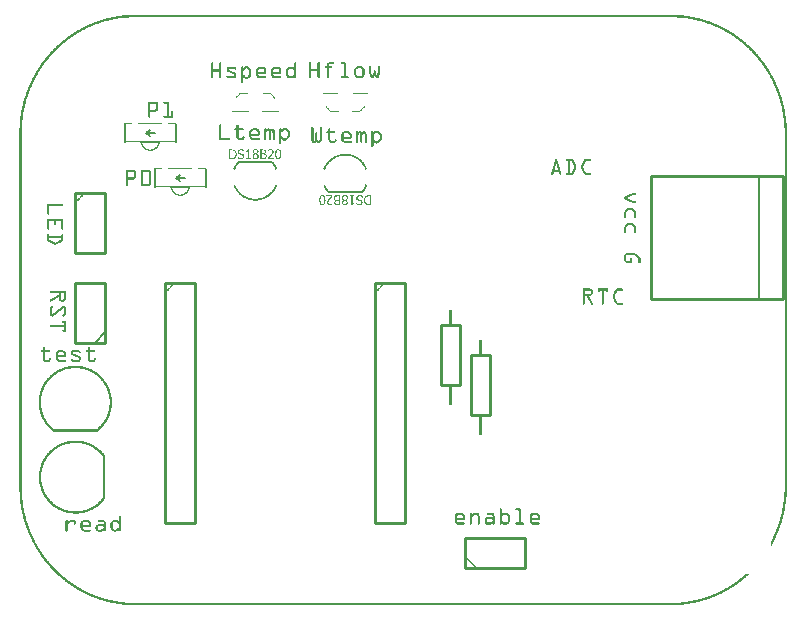
<source format=gto>
G04 MADE WITH FRITZING*
G04 WWW.FRITZING.ORG*
G04 DOUBLE SIDED*
G04 HOLES PLATED*
G04 CONTOUR ON CENTER OF CONTOUR VECTOR*
%ASAXBY*%
%FSLAX23Y23*%
%MOIN*%
%OFA0B0*%
%SFA1.0B1.0*%
%ADD10C,0.010000*%
%ADD11C,0.005000*%
%ADD12C,0.006250*%
%ADD13R,0.001000X0.001000*%
%LNSILK1*%
G90*
G70*
G54D10*
X1487Y127D02*
X1687Y127D01*
D02*
X1687Y127D02*
X1687Y227D01*
D02*
X1687Y227D02*
X1487Y227D01*
D02*
X1487Y227D02*
X1487Y127D01*
D02*
X287Y877D02*
X287Y1077D01*
D02*
X287Y1077D02*
X187Y1077D01*
D02*
X187Y1077D02*
X187Y877D01*
D02*
X187Y877D02*
X287Y877D01*
G54D11*
D02*
X287Y912D02*
X252Y877D01*
G54D10*
D02*
X2107Y1432D02*
X2107Y1022D01*
D02*
X2107Y1022D02*
X2547Y1022D01*
D02*
X2547Y1022D02*
X2547Y1432D01*
D02*
X2547Y1432D02*
X2107Y1432D01*
G54D11*
D02*
X2467Y1022D02*
X2467Y1432D01*
G54D10*
D02*
X1187Y1077D02*
X1187Y277D01*
D02*
X1187Y277D02*
X1287Y277D01*
D02*
X1287Y277D02*
X1287Y1077D01*
D02*
X1287Y1077D02*
X1187Y1077D01*
D02*
X487Y1077D02*
X487Y277D01*
D02*
X487Y277D02*
X587Y277D01*
D02*
X587Y277D02*
X587Y1077D01*
D02*
X587Y1077D02*
X487Y1077D01*
G54D11*
D02*
X622Y1457D02*
X622Y1397D01*
D02*
X567Y1397D02*
X507Y1397D01*
D02*
X452Y1397D02*
X452Y1457D01*
D02*
X537Y1437D02*
X522Y1427D01*
D02*
X537Y1417D02*
X522Y1427D01*
D02*
X522Y1427D02*
X552Y1427D01*
D02*
X522Y1607D02*
X522Y1547D01*
D02*
X467Y1547D02*
X407Y1547D01*
D02*
X352Y1547D02*
X352Y1607D01*
D02*
X437Y1587D02*
X422Y1577D01*
D02*
X437Y1567D02*
X422Y1577D01*
D02*
X422Y1577D02*
X452Y1577D01*
G54D10*
D02*
X1504Y637D02*
X1504Y837D01*
D02*
X1504Y837D02*
X1570Y837D01*
D02*
X1570Y837D02*
X1570Y637D01*
D02*
X1570Y637D02*
X1504Y637D01*
D02*
X1404Y737D02*
X1404Y937D01*
D02*
X1404Y937D02*
X1470Y937D01*
D02*
X1470Y937D02*
X1470Y737D01*
D02*
X1470Y737D02*
X1404Y737D01*
D02*
X187Y1377D02*
X187Y1177D01*
D02*
X187Y1177D02*
X287Y1177D01*
D02*
X287Y1177D02*
X287Y1377D01*
D02*
X287Y1377D02*
X187Y1377D01*
G54D12*
X730Y1478D02*
X842Y1478D01*
D02*
G54D13*
X367Y1969D02*
X2191Y1969D01*
X353Y1968D02*
X2205Y1968D01*
X343Y1967D02*
X2215Y1967D01*
X335Y1966D02*
X2223Y1966D01*
X328Y1965D02*
X2230Y1965D01*
X322Y1964D02*
X2236Y1964D01*
X317Y1963D02*
X2241Y1963D01*
X312Y1962D02*
X2246Y1962D01*
X307Y1961D02*
X366Y1961D01*
X2192Y1961D02*
X2251Y1961D01*
X302Y1960D02*
X352Y1960D01*
X2206Y1960D02*
X2256Y1960D01*
X298Y1959D02*
X342Y1959D01*
X2216Y1959D02*
X2260Y1959D01*
X294Y1958D02*
X335Y1958D01*
X2223Y1958D02*
X2264Y1958D01*
X290Y1957D02*
X328Y1957D01*
X2230Y1957D02*
X2268Y1957D01*
X287Y1956D02*
X322Y1956D01*
X2236Y1956D02*
X2271Y1956D01*
X283Y1955D02*
X316Y1955D01*
X2242Y1955D02*
X2275Y1955D01*
X279Y1954D02*
X311Y1954D01*
X2247Y1954D02*
X2279Y1954D01*
X276Y1953D02*
X306Y1953D01*
X2252Y1953D02*
X2282Y1953D01*
X273Y1952D02*
X302Y1952D01*
X2256Y1952D02*
X2285Y1952D01*
X270Y1951D02*
X298Y1951D01*
X2260Y1951D02*
X2288Y1951D01*
X267Y1950D02*
X294Y1950D01*
X2264Y1950D02*
X2291Y1950D01*
X264Y1949D02*
X290Y1949D01*
X2268Y1949D02*
X2294Y1949D01*
X261Y1948D02*
X286Y1948D01*
X2272Y1948D02*
X2297Y1948D01*
X258Y1947D02*
X283Y1947D01*
X2275Y1947D02*
X2300Y1947D01*
X255Y1946D02*
X279Y1946D01*
X2279Y1946D02*
X2303Y1946D01*
X253Y1945D02*
X276Y1945D01*
X2282Y1945D02*
X2305Y1945D01*
X250Y1944D02*
X273Y1944D01*
X2285Y1944D02*
X2308Y1944D01*
X248Y1943D02*
X270Y1943D01*
X2288Y1943D02*
X2310Y1943D01*
X245Y1942D02*
X267Y1942D01*
X2291Y1942D02*
X2313Y1942D01*
X243Y1941D02*
X264Y1941D01*
X2294Y1941D02*
X2315Y1941D01*
X240Y1940D02*
X261Y1940D01*
X2297Y1940D02*
X2318Y1940D01*
X238Y1939D02*
X258Y1939D01*
X2300Y1939D02*
X2320Y1939D01*
X235Y1938D02*
X255Y1938D01*
X2303Y1938D02*
X2323Y1938D01*
X233Y1937D02*
X253Y1937D01*
X2305Y1937D02*
X2325Y1937D01*
X231Y1936D02*
X250Y1936D01*
X2308Y1936D02*
X2327Y1936D01*
X229Y1935D02*
X248Y1935D01*
X2310Y1935D02*
X2329Y1935D01*
X227Y1934D02*
X245Y1934D01*
X2313Y1934D02*
X2331Y1934D01*
X225Y1933D02*
X243Y1933D01*
X2315Y1933D02*
X2333Y1933D01*
X223Y1932D02*
X241Y1932D01*
X2317Y1932D02*
X2335Y1932D01*
X220Y1931D02*
X238Y1931D01*
X2320Y1931D02*
X2338Y1931D01*
X218Y1930D02*
X236Y1930D01*
X2322Y1930D02*
X2340Y1930D01*
X216Y1929D02*
X234Y1929D01*
X2324Y1929D02*
X2342Y1929D01*
X215Y1928D02*
X232Y1928D01*
X2326Y1928D02*
X2343Y1928D01*
X213Y1927D02*
X229Y1927D01*
X2329Y1927D02*
X2345Y1927D01*
X211Y1926D02*
X227Y1926D01*
X2331Y1926D02*
X2347Y1926D01*
X209Y1925D02*
X225Y1925D01*
X2333Y1925D02*
X2349Y1925D01*
X207Y1924D02*
X223Y1924D01*
X2335Y1924D02*
X2351Y1924D01*
X205Y1923D02*
X221Y1923D01*
X2337Y1923D02*
X2353Y1923D01*
X203Y1922D02*
X219Y1922D01*
X2339Y1922D02*
X2355Y1922D01*
X201Y1921D02*
X217Y1921D01*
X2341Y1921D02*
X2357Y1921D01*
X200Y1920D02*
X215Y1920D01*
X2343Y1920D02*
X2358Y1920D01*
X198Y1919D02*
X213Y1919D01*
X2345Y1919D02*
X2360Y1919D01*
X196Y1918D02*
X211Y1918D01*
X2347Y1918D02*
X2362Y1918D01*
X194Y1917D02*
X209Y1917D01*
X2349Y1917D02*
X2364Y1917D01*
X193Y1916D02*
X208Y1916D01*
X2350Y1916D02*
X2365Y1916D01*
X191Y1915D02*
X206Y1915D01*
X2352Y1915D02*
X2367Y1915D01*
X189Y1914D02*
X204Y1914D01*
X2354Y1914D02*
X2369Y1914D01*
X188Y1913D02*
X202Y1913D01*
X2356Y1913D02*
X2370Y1913D01*
X186Y1912D02*
X201Y1912D01*
X2357Y1912D02*
X2372Y1912D01*
X184Y1911D02*
X199Y1911D01*
X2359Y1911D02*
X2374Y1911D01*
X183Y1910D02*
X197Y1910D01*
X2361Y1910D02*
X2375Y1910D01*
X181Y1909D02*
X195Y1909D01*
X2363Y1909D02*
X2377Y1909D01*
X180Y1908D02*
X194Y1908D01*
X2364Y1908D02*
X2378Y1908D01*
X178Y1907D02*
X192Y1907D01*
X2366Y1907D02*
X2380Y1907D01*
X177Y1906D02*
X190Y1906D01*
X2368Y1906D02*
X2381Y1906D01*
X175Y1905D02*
X189Y1905D01*
X2369Y1905D02*
X2383Y1905D01*
X174Y1904D02*
X187Y1904D01*
X2371Y1904D02*
X2384Y1904D01*
X172Y1903D02*
X186Y1903D01*
X2372Y1903D02*
X2386Y1903D01*
X171Y1902D02*
X184Y1902D01*
X2374Y1902D02*
X2387Y1902D01*
X169Y1901D02*
X183Y1901D01*
X2375Y1901D02*
X2389Y1901D01*
X168Y1900D02*
X181Y1900D01*
X2377Y1900D02*
X2390Y1900D01*
X167Y1899D02*
X180Y1899D01*
X2378Y1899D02*
X2391Y1899D01*
X165Y1898D02*
X178Y1898D01*
X2380Y1898D02*
X2393Y1898D01*
X164Y1897D02*
X177Y1897D01*
X2381Y1897D02*
X2394Y1897D01*
X162Y1896D02*
X175Y1896D01*
X2383Y1896D02*
X2396Y1896D01*
X161Y1895D02*
X174Y1895D01*
X2384Y1895D02*
X2397Y1895D01*
X160Y1894D02*
X172Y1894D01*
X2386Y1894D02*
X2398Y1894D01*
X158Y1893D02*
X171Y1893D01*
X2387Y1893D02*
X2400Y1893D01*
X157Y1892D02*
X169Y1892D01*
X2389Y1892D02*
X2401Y1892D01*
X156Y1891D02*
X168Y1891D01*
X2390Y1891D02*
X2402Y1891D01*
X154Y1890D02*
X167Y1890D01*
X2391Y1890D02*
X2404Y1890D01*
X153Y1889D02*
X165Y1889D01*
X2393Y1889D02*
X2405Y1889D01*
X152Y1888D02*
X164Y1888D01*
X2394Y1888D02*
X2406Y1888D01*
X151Y1887D02*
X163Y1887D01*
X2395Y1887D02*
X2407Y1887D01*
X149Y1886D02*
X161Y1886D01*
X2397Y1886D02*
X2409Y1886D01*
X148Y1885D02*
X160Y1885D01*
X2398Y1885D02*
X2410Y1885D01*
X147Y1884D02*
X159Y1884D01*
X2399Y1884D02*
X2411Y1884D01*
X146Y1883D02*
X157Y1883D01*
X2401Y1883D02*
X2412Y1883D01*
X144Y1882D02*
X156Y1882D01*
X2402Y1882D02*
X2414Y1882D01*
X143Y1881D02*
X155Y1881D01*
X2403Y1881D02*
X2415Y1881D01*
X142Y1880D02*
X154Y1880D01*
X2404Y1880D02*
X2416Y1880D01*
X141Y1879D02*
X152Y1879D01*
X2406Y1879D02*
X2417Y1879D01*
X140Y1878D02*
X151Y1878D01*
X2407Y1878D02*
X2418Y1878D01*
X138Y1877D02*
X150Y1877D01*
X2408Y1877D02*
X2420Y1877D01*
X137Y1876D02*
X149Y1876D01*
X2409Y1876D02*
X2421Y1876D01*
X136Y1875D02*
X147Y1875D01*
X2411Y1875D02*
X2422Y1875D01*
X135Y1874D02*
X146Y1874D01*
X2412Y1874D02*
X2423Y1874D01*
X134Y1873D02*
X145Y1873D01*
X2413Y1873D02*
X2424Y1873D01*
X133Y1872D02*
X144Y1872D01*
X2414Y1872D02*
X2425Y1872D01*
X132Y1871D02*
X143Y1871D01*
X2415Y1871D02*
X2426Y1871D01*
X130Y1870D02*
X142Y1870D01*
X2416Y1870D02*
X2428Y1870D01*
X129Y1869D02*
X140Y1869D01*
X2418Y1869D02*
X2429Y1869D01*
X128Y1868D02*
X139Y1868D01*
X2419Y1868D02*
X2430Y1868D01*
X127Y1867D02*
X138Y1867D01*
X2420Y1867D02*
X2431Y1867D01*
X126Y1866D02*
X137Y1866D01*
X2421Y1866D02*
X2432Y1866D01*
X125Y1865D02*
X136Y1865D01*
X2422Y1865D02*
X2433Y1865D01*
X124Y1864D02*
X135Y1864D01*
X2423Y1864D02*
X2434Y1864D01*
X123Y1863D02*
X134Y1863D01*
X2424Y1863D02*
X2435Y1863D01*
X122Y1862D02*
X133Y1862D01*
X2425Y1862D02*
X2436Y1862D01*
X121Y1861D02*
X131Y1861D01*
X2427Y1861D02*
X2437Y1861D01*
X120Y1860D02*
X130Y1860D01*
X2428Y1860D02*
X2438Y1860D01*
X119Y1859D02*
X129Y1859D01*
X2429Y1859D02*
X2439Y1859D01*
X118Y1858D02*
X128Y1858D01*
X2430Y1858D02*
X2440Y1858D01*
X117Y1857D02*
X127Y1857D01*
X2431Y1857D02*
X2441Y1857D01*
X116Y1856D02*
X126Y1856D01*
X2432Y1856D02*
X2442Y1856D01*
X115Y1855D02*
X125Y1855D01*
X2433Y1855D02*
X2443Y1855D01*
X114Y1854D02*
X124Y1854D01*
X2434Y1854D02*
X2444Y1854D01*
X113Y1853D02*
X123Y1853D01*
X2435Y1853D02*
X2445Y1853D01*
X112Y1852D02*
X122Y1852D01*
X2436Y1852D02*
X2446Y1852D01*
X111Y1851D02*
X121Y1851D01*
X2437Y1851D02*
X2447Y1851D01*
X110Y1850D02*
X120Y1850D01*
X2438Y1850D02*
X2448Y1850D01*
X109Y1849D02*
X119Y1849D01*
X2439Y1849D02*
X2449Y1849D01*
X108Y1848D02*
X118Y1848D01*
X2440Y1848D02*
X2450Y1848D01*
X107Y1847D02*
X117Y1847D01*
X2441Y1847D02*
X2451Y1847D01*
X106Y1846D02*
X116Y1846D01*
X2442Y1846D02*
X2452Y1846D01*
X105Y1845D02*
X115Y1845D01*
X2443Y1845D02*
X2453Y1845D01*
X104Y1844D02*
X114Y1844D01*
X2444Y1844D02*
X2454Y1844D01*
X103Y1843D02*
X113Y1843D01*
X2445Y1843D02*
X2455Y1843D01*
X103Y1842D02*
X112Y1842D01*
X2446Y1842D02*
X2455Y1842D01*
X102Y1841D02*
X112Y1841D01*
X2446Y1841D02*
X2456Y1841D01*
X101Y1840D02*
X111Y1840D01*
X2447Y1840D02*
X2457Y1840D01*
X100Y1839D02*
X110Y1839D01*
X2448Y1839D02*
X2458Y1839D01*
X99Y1838D02*
X109Y1838D01*
X2449Y1838D02*
X2459Y1838D01*
X98Y1837D02*
X108Y1837D01*
X2450Y1837D02*
X2460Y1837D01*
X97Y1836D02*
X107Y1836D01*
X2451Y1836D02*
X2461Y1836D01*
X96Y1835D02*
X106Y1835D01*
X2452Y1835D02*
X2462Y1835D01*
X96Y1834D02*
X105Y1834D01*
X2453Y1834D02*
X2462Y1834D01*
X95Y1833D02*
X104Y1833D01*
X2454Y1833D02*
X2463Y1833D01*
X94Y1832D02*
X103Y1832D01*
X2455Y1832D02*
X2464Y1832D01*
X93Y1831D02*
X102Y1831D01*
X2456Y1831D02*
X2465Y1831D01*
X92Y1830D02*
X102Y1830D01*
X2456Y1830D02*
X2466Y1830D01*
X91Y1829D02*
X101Y1829D01*
X2457Y1829D02*
X2467Y1829D01*
X91Y1828D02*
X100Y1828D01*
X2458Y1828D02*
X2467Y1828D01*
X90Y1827D02*
X99Y1827D01*
X2459Y1827D02*
X2468Y1827D01*
X89Y1826D02*
X98Y1826D01*
X2460Y1826D02*
X2469Y1826D01*
X88Y1825D02*
X97Y1825D01*
X2461Y1825D02*
X2470Y1825D01*
X87Y1824D02*
X97Y1824D01*
X2461Y1824D02*
X2471Y1824D01*
X86Y1823D02*
X96Y1823D01*
X2462Y1823D02*
X2472Y1823D01*
X86Y1822D02*
X95Y1822D01*
X2463Y1822D02*
X2472Y1822D01*
X85Y1821D02*
X94Y1821D01*
X2464Y1821D02*
X2473Y1821D01*
X84Y1820D02*
X93Y1820D01*
X2465Y1820D02*
X2474Y1820D01*
X83Y1819D02*
X92Y1819D01*
X2466Y1819D02*
X2475Y1819D01*
X83Y1818D02*
X92Y1818D01*
X2466Y1818D02*
X2475Y1818D01*
X82Y1817D02*
X91Y1817D01*
X2467Y1817D02*
X2476Y1817D01*
X81Y1816D02*
X90Y1816D01*
X2468Y1816D02*
X2477Y1816D01*
X80Y1815D02*
X89Y1815D01*
X2469Y1815D02*
X2478Y1815D01*
X80Y1814D02*
X89Y1814D01*
X2469Y1814D02*
X2478Y1814D01*
X79Y1813D02*
X88Y1813D01*
X2470Y1813D02*
X2479Y1813D01*
X78Y1812D02*
X87Y1812D01*
X968Y1812D02*
X972Y1812D01*
X996Y1812D02*
X999Y1812D01*
X1033Y1812D02*
X1047Y1812D01*
X1072Y1812D02*
X1085Y1812D01*
X2471Y1812D02*
X2480Y1812D01*
X77Y1811D02*
X86Y1811D01*
X642Y1811D02*
X644Y1811D01*
X669Y1811D02*
X671Y1811D01*
X919Y1811D02*
X921Y1811D01*
X967Y1811D02*
X972Y1811D01*
X995Y1811D02*
X1000Y1811D01*
X1031Y1811D02*
X1048Y1811D01*
X1071Y1811D02*
X1086Y1811D01*
X2472Y1811D02*
X2481Y1811D01*
X77Y1810D02*
X86Y1810D01*
X641Y1810D02*
X645Y1810D01*
X668Y1810D02*
X673Y1810D01*
X918Y1810D02*
X923Y1810D01*
X967Y1810D02*
X973Y1810D01*
X995Y1810D02*
X1000Y1810D01*
X1030Y1810D02*
X1049Y1810D01*
X1070Y1810D02*
X1087Y1810D01*
X2472Y1810D02*
X2481Y1810D01*
X76Y1809D02*
X85Y1809D01*
X640Y1809D02*
X646Y1809D01*
X668Y1809D02*
X673Y1809D01*
X918Y1809D02*
X923Y1809D01*
X967Y1809D02*
X973Y1809D01*
X994Y1809D02*
X1000Y1809D01*
X1029Y1809D02*
X1049Y1809D01*
X1070Y1809D02*
X1087Y1809D01*
X2473Y1809D02*
X2482Y1809D01*
X75Y1808D02*
X84Y1808D01*
X640Y1808D02*
X646Y1808D01*
X667Y1808D02*
X673Y1808D01*
X917Y1808D02*
X923Y1808D01*
X967Y1808D02*
X973Y1808D01*
X994Y1808D02*
X1000Y1808D01*
X1028Y1808D02*
X1048Y1808D01*
X1071Y1808D02*
X1087Y1808D01*
X2474Y1808D02*
X2483Y1808D01*
X74Y1807D02*
X83Y1807D01*
X640Y1807D02*
X646Y1807D01*
X667Y1807D02*
X673Y1807D01*
X917Y1807D02*
X923Y1807D01*
X967Y1807D02*
X973Y1807D01*
X994Y1807D02*
X1000Y1807D01*
X1027Y1807D02*
X1048Y1807D01*
X1071Y1807D02*
X1087Y1807D01*
X2475Y1807D02*
X2484Y1807D01*
X74Y1806D02*
X82Y1806D01*
X640Y1806D02*
X646Y1806D01*
X667Y1806D02*
X673Y1806D01*
X917Y1806D02*
X923Y1806D01*
X967Y1806D02*
X973Y1806D01*
X994Y1806D02*
X1000Y1806D01*
X1027Y1806D02*
X1046Y1806D01*
X1073Y1806D02*
X1087Y1806D01*
X2476Y1806D02*
X2484Y1806D01*
X73Y1805D02*
X82Y1805D01*
X640Y1805D02*
X646Y1805D01*
X667Y1805D02*
X673Y1805D01*
X917Y1805D02*
X923Y1805D01*
X967Y1805D02*
X973Y1805D01*
X994Y1805D02*
X1000Y1805D01*
X1026Y1805D02*
X1034Y1805D01*
X1081Y1805D02*
X1087Y1805D01*
X2476Y1805D02*
X2485Y1805D01*
X72Y1804D02*
X81Y1804D01*
X640Y1804D02*
X646Y1804D01*
X667Y1804D02*
X673Y1804D01*
X917Y1804D02*
X923Y1804D01*
X967Y1804D02*
X973Y1804D01*
X994Y1804D02*
X1000Y1804D01*
X1026Y1804D02*
X1033Y1804D01*
X1081Y1804D02*
X1087Y1804D01*
X2477Y1804D02*
X2486Y1804D01*
X72Y1803D02*
X80Y1803D01*
X640Y1803D02*
X646Y1803D01*
X667Y1803D02*
X673Y1803D01*
X917Y1803D02*
X923Y1803D01*
X967Y1803D02*
X973Y1803D01*
X994Y1803D02*
X1000Y1803D01*
X1026Y1803D02*
X1032Y1803D01*
X1081Y1803D02*
X1087Y1803D01*
X2478Y1803D02*
X2486Y1803D01*
X71Y1802D02*
X80Y1802D01*
X640Y1802D02*
X646Y1802D01*
X667Y1802D02*
X673Y1802D01*
X917Y1802D02*
X923Y1802D01*
X967Y1802D02*
X973Y1802D01*
X994Y1802D02*
X1000Y1802D01*
X1026Y1802D02*
X1032Y1802D01*
X1081Y1802D02*
X1087Y1802D01*
X2478Y1802D02*
X2487Y1802D01*
X70Y1801D02*
X79Y1801D01*
X640Y1801D02*
X646Y1801D01*
X667Y1801D02*
X673Y1801D01*
X917Y1801D02*
X923Y1801D01*
X967Y1801D02*
X973Y1801D01*
X994Y1801D02*
X1000Y1801D01*
X1025Y1801D02*
X1032Y1801D01*
X1081Y1801D02*
X1087Y1801D01*
X2479Y1801D02*
X2488Y1801D01*
X70Y1800D02*
X78Y1800D01*
X640Y1800D02*
X646Y1800D01*
X667Y1800D02*
X673Y1800D01*
X917Y1800D02*
X923Y1800D01*
X967Y1800D02*
X973Y1800D01*
X994Y1800D02*
X1000Y1800D01*
X1025Y1800D02*
X1031Y1800D01*
X1081Y1800D02*
X1087Y1800D01*
X2480Y1800D02*
X2488Y1800D01*
X69Y1799D02*
X78Y1799D01*
X640Y1799D02*
X646Y1799D01*
X667Y1799D02*
X673Y1799D01*
X917Y1799D02*
X923Y1799D01*
X967Y1799D02*
X973Y1799D01*
X994Y1799D02*
X1000Y1799D01*
X1025Y1799D02*
X1031Y1799D01*
X1081Y1799D02*
X1087Y1799D01*
X2480Y1799D02*
X2489Y1799D01*
X68Y1798D02*
X77Y1798D01*
X640Y1798D02*
X646Y1798D01*
X667Y1798D02*
X673Y1798D01*
X743Y1798D02*
X743Y1798D01*
X755Y1798D02*
X758Y1798D01*
X917Y1798D02*
X923Y1798D01*
X967Y1798D02*
X973Y1798D01*
X994Y1798D02*
X1000Y1798D01*
X1021Y1798D02*
X1039Y1798D01*
X1081Y1798D02*
X1087Y1798D01*
X1128Y1798D02*
X1139Y1798D01*
X1169Y1798D02*
X1170Y1798D01*
X1198Y1798D02*
X1198Y1798D01*
X2481Y1798D02*
X2490Y1798D01*
X68Y1797D02*
X76Y1797D01*
X640Y1797D02*
X646Y1797D01*
X667Y1797D02*
X673Y1797D01*
X741Y1797D02*
X745Y1797D01*
X752Y1797D02*
X761Y1797D01*
X917Y1797D02*
X923Y1797D01*
X967Y1797D02*
X973Y1797D01*
X994Y1797D02*
X1000Y1797D01*
X1020Y1797D02*
X1041Y1797D01*
X1081Y1797D02*
X1087Y1797D01*
X1125Y1797D02*
X1142Y1797D01*
X1167Y1797D02*
X1171Y1797D01*
X1196Y1797D02*
X1200Y1797D01*
X2482Y1797D02*
X2490Y1797D01*
X67Y1796D02*
X75Y1796D01*
X640Y1796D02*
X646Y1796D01*
X667Y1796D02*
X673Y1796D01*
X696Y1796D02*
X717Y1796D01*
X740Y1796D02*
X745Y1796D01*
X750Y1796D02*
X763Y1796D01*
X799Y1796D02*
X814Y1796D01*
X849Y1796D02*
X864Y1796D01*
X899Y1796D02*
X910Y1796D01*
X917Y1796D02*
X923Y1796D01*
X967Y1796D02*
X973Y1796D01*
X994Y1796D02*
X1000Y1796D01*
X1019Y1796D02*
X1041Y1796D01*
X1081Y1796D02*
X1087Y1796D01*
X1123Y1796D02*
X1144Y1796D01*
X1166Y1796D02*
X1172Y1796D01*
X1195Y1796D02*
X1201Y1796D01*
X2483Y1796D02*
X2491Y1796D01*
X66Y1795D02*
X75Y1795D01*
X640Y1795D02*
X646Y1795D01*
X667Y1795D02*
X673Y1795D01*
X694Y1795D02*
X719Y1795D01*
X740Y1795D02*
X746Y1795D01*
X749Y1795D02*
X764Y1795D01*
X797Y1795D02*
X816Y1795D01*
X847Y1795D02*
X866Y1795D01*
X897Y1795D02*
X912Y1795D01*
X917Y1795D02*
X923Y1795D01*
X967Y1795D02*
X973Y1795D01*
X994Y1795D02*
X1000Y1795D01*
X1019Y1795D02*
X1042Y1795D01*
X1081Y1795D02*
X1087Y1795D01*
X1122Y1795D02*
X1145Y1795D01*
X1166Y1795D02*
X1172Y1795D01*
X1195Y1795D02*
X1201Y1795D01*
X2483Y1795D02*
X2492Y1795D01*
X66Y1794D02*
X74Y1794D01*
X640Y1794D02*
X646Y1794D01*
X667Y1794D02*
X673Y1794D01*
X693Y1794D02*
X720Y1794D01*
X740Y1794D02*
X746Y1794D01*
X748Y1794D02*
X766Y1794D01*
X796Y1794D02*
X817Y1794D01*
X846Y1794D02*
X867Y1794D01*
X896Y1794D02*
X914Y1794D01*
X917Y1794D02*
X923Y1794D01*
X967Y1794D02*
X973Y1794D01*
X994Y1794D02*
X1000Y1794D01*
X1019Y1794D02*
X1042Y1794D01*
X1081Y1794D02*
X1087Y1794D01*
X1121Y1794D02*
X1146Y1794D01*
X1166Y1794D02*
X1172Y1794D01*
X1195Y1794D02*
X1201Y1794D01*
X2484Y1794D02*
X2492Y1794D01*
X65Y1793D02*
X73Y1793D01*
X640Y1793D02*
X646Y1793D01*
X667Y1793D02*
X673Y1793D01*
X692Y1793D02*
X721Y1793D01*
X740Y1793D02*
X767Y1793D01*
X795Y1793D02*
X819Y1793D01*
X845Y1793D02*
X869Y1793D01*
X895Y1793D02*
X915Y1793D01*
X917Y1793D02*
X923Y1793D01*
X967Y1793D02*
X973Y1793D01*
X994Y1793D02*
X1000Y1793D01*
X1019Y1793D02*
X1041Y1793D01*
X1081Y1793D02*
X1087Y1793D01*
X1120Y1793D02*
X1147Y1793D01*
X1166Y1793D02*
X1172Y1793D01*
X1195Y1793D02*
X1201Y1793D01*
X2485Y1793D02*
X2493Y1793D01*
X64Y1792D02*
X73Y1792D01*
X640Y1792D02*
X646Y1792D01*
X667Y1792D02*
X673Y1792D01*
X692Y1792D02*
X722Y1792D01*
X740Y1792D02*
X768Y1792D01*
X794Y1792D02*
X820Y1792D01*
X844Y1792D02*
X870Y1792D01*
X894Y1792D02*
X923Y1792D01*
X967Y1792D02*
X973Y1792D01*
X994Y1792D02*
X1000Y1792D01*
X1020Y1792D02*
X1040Y1792D01*
X1081Y1792D02*
X1087Y1792D01*
X1119Y1792D02*
X1148Y1792D01*
X1166Y1792D02*
X1172Y1792D01*
X1195Y1792D02*
X1201Y1792D01*
X2485Y1792D02*
X2494Y1792D01*
X64Y1791D02*
X72Y1791D01*
X640Y1791D02*
X646Y1791D01*
X667Y1791D02*
X673Y1791D01*
X691Y1791D02*
X722Y1791D01*
X740Y1791D02*
X755Y1791D01*
X758Y1791D02*
X769Y1791D01*
X793Y1791D02*
X821Y1791D01*
X843Y1791D02*
X871Y1791D01*
X893Y1791D02*
X923Y1791D01*
X967Y1791D02*
X973Y1791D01*
X994Y1791D02*
X1000Y1791D01*
X1025Y1791D02*
X1032Y1791D01*
X1081Y1791D02*
X1087Y1791D01*
X1119Y1791D02*
X1128Y1791D01*
X1139Y1791D02*
X1149Y1791D01*
X1166Y1791D02*
X1172Y1791D01*
X1195Y1791D02*
X1201Y1791D01*
X2486Y1791D02*
X2494Y1791D01*
X63Y1790D02*
X71Y1790D01*
X640Y1790D02*
X646Y1790D01*
X667Y1790D02*
X673Y1790D01*
X691Y1790D02*
X723Y1790D01*
X740Y1790D02*
X753Y1790D01*
X760Y1790D02*
X770Y1790D01*
X792Y1790D02*
X821Y1790D01*
X842Y1790D02*
X871Y1790D01*
X892Y1790D02*
X923Y1790D01*
X967Y1790D02*
X973Y1790D01*
X994Y1790D02*
X1000Y1790D01*
X1025Y1790D02*
X1031Y1790D01*
X1081Y1790D02*
X1087Y1790D01*
X1118Y1790D02*
X1126Y1790D01*
X1141Y1790D02*
X1149Y1790D01*
X1166Y1790D02*
X1172Y1790D01*
X1195Y1790D02*
X1201Y1790D01*
X2487Y1790D02*
X2495Y1790D01*
X62Y1789D02*
X71Y1789D01*
X640Y1789D02*
X646Y1789D01*
X667Y1789D02*
X673Y1789D01*
X691Y1789D02*
X697Y1789D01*
X716Y1789D02*
X722Y1789D01*
X740Y1789D02*
X752Y1789D01*
X762Y1789D02*
X771Y1789D01*
X791Y1789D02*
X800Y1789D01*
X813Y1789D02*
X822Y1789D01*
X841Y1789D02*
X850Y1789D01*
X863Y1789D02*
X872Y1789D01*
X891Y1789D02*
X900Y1789D01*
X910Y1789D02*
X923Y1789D01*
X967Y1789D02*
X1000Y1789D01*
X1025Y1789D02*
X1031Y1789D01*
X1081Y1789D02*
X1087Y1789D01*
X1118Y1789D02*
X1125Y1789D01*
X1143Y1789D02*
X1150Y1789D01*
X1166Y1789D02*
X1172Y1789D01*
X1195Y1789D02*
X1201Y1789D01*
X2487Y1789D02*
X2496Y1789D01*
X62Y1788D02*
X70Y1788D01*
X640Y1788D02*
X646Y1788D01*
X667Y1788D02*
X673Y1788D01*
X691Y1788D02*
X697Y1788D01*
X717Y1788D02*
X722Y1788D01*
X740Y1788D02*
X751Y1788D01*
X763Y1788D02*
X772Y1788D01*
X791Y1788D02*
X799Y1788D01*
X815Y1788D02*
X823Y1788D01*
X841Y1788D02*
X849Y1788D01*
X865Y1788D02*
X873Y1788D01*
X891Y1788D02*
X898Y1788D01*
X911Y1788D02*
X923Y1788D01*
X967Y1788D02*
X1000Y1788D01*
X1025Y1788D02*
X1031Y1788D01*
X1081Y1788D02*
X1087Y1788D01*
X1117Y1788D02*
X1124Y1788D01*
X1143Y1788D02*
X1150Y1788D01*
X1166Y1788D02*
X1172Y1788D01*
X1195Y1788D02*
X1201Y1788D01*
X2488Y1788D02*
X2496Y1788D01*
X61Y1787D02*
X69Y1787D01*
X640Y1787D02*
X673Y1787D01*
X691Y1787D02*
X697Y1787D01*
X719Y1787D02*
X721Y1787D01*
X740Y1787D02*
X750Y1787D01*
X764Y1787D02*
X772Y1787D01*
X790Y1787D02*
X797Y1787D01*
X816Y1787D02*
X823Y1787D01*
X840Y1787D02*
X847Y1787D01*
X866Y1787D02*
X873Y1787D01*
X890Y1787D02*
X897Y1787D01*
X912Y1787D02*
X923Y1787D01*
X967Y1787D02*
X1000Y1787D01*
X1025Y1787D02*
X1031Y1787D01*
X1081Y1787D02*
X1087Y1787D01*
X1117Y1787D02*
X1123Y1787D01*
X1144Y1787D02*
X1150Y1787D01*
X1166Y1787D02*
X1172Y1787D01*
X1195Y1787D02*
X1201Y1787D01*
X2489Y1787D02*
X2497Y1787D01*
X61Y1786D02*
X69Y1786D01*
X640Y1786D02*
X673Y1786D01*
X691Y1786D02*
X698Y1786D01*
X740Y1786D02*
X749Y1786D01*
X765Y1786D02*
X773Y1786D01*
X790Y1786D02*
X797Y1786D01*
X817Y1786D02*
X823Y1786D01*
X840Y1786D02*
X847Y1786D01*
X867Y1786D02*
X873Y1786D01*
X890Y1786D02*
X897Y1786D01*
X913Y1786D02*
X923Y1786D01*
X967Y1786D02*
X1000Y1786D01*
X1025Y1786D02*
X1031Y1786D01*
X1081Y1786D02*
X1087Y1786D01*
X1117Y1786D02*
X1123Y1786D01*
X1144Y1786D02*
X1150Y1786D01*
X1166Y1786D02*
X1172Y1786D01*
X1183Y1786D02*
X1185Y1786D01*
X1195Y1786D02*
X1201Y1786D01*
X2489Y1786D02*
X2497Y1786D01*
X60Y1785D02*
X68Y1785D01*
X640Y1785D02*
X673Y1785D01*
X691Y1785D02*
X700Y1785D01*
X740Y1785D02*
X748Y1785D01*
X766Y1785D02*
X773Y1785D01*
X790Y1785D02*
X796Y1785D01*
X817Y1785D02*
X823Y1785D01*
X840Y1785D02*
X846Y1785D01*
X867Y1785D02*
X873Y1785D01*
X890Y1785D02*
X896Y1785D01*
X915Y1785D02*
X923Y1785D01*
X967Y1785D02*
X1000Y1785D01*
X1025Y1785D02*
X1031Y1785D01*
X1081Y1785D02*
X1087Y1785D01*
X1117Y1785D02*
X1123Y1785D01*
X1144Y1785D02*
X1150Y1785D01*
X1166Y1785D02*
X1172Y1785D01*
X1181Y1785D02*
X1186Y1785D01*
X1195Y1785D02*
X1201Y1785D01*
X2490Y1785D02*
X2498Y1785D01*
X59Y1784D02*
X68Y1784D01*
X640Y1784D02*
X673Y1784D01*
X692Y1784D02*
X702Y1784D01*
X740Y1784D02*
X747Y1784D01*
X767Y1784D02*
X773Y1784D01*
X790Y1784D02*
X796Y1784D01*
X817Y1784D02*
X823Y1784D01*
X840Y1784D02*
X846Y1784D01*
X867Y1784D02*
X873Y1784D01*
X890Y1784D02*
X896Y1784D01*
X916Y1784D02*
X923Y1784D01*
X967Y1784D02*
X1000Y1784D01*
X1025Y1784D02*
X1031Y1784D01*
X1081Y1784D02*
X1087Y1784D01*
X1117Y1784D02*
X1123Y1784D01*
X1144Y1784D02*
X1150Y1784D01*
X1166Y1784D02*
X1173Y1784D01*
X1181Y1784D02*
X1186Y1784D01*
X1195Y1784D02*
X1201Y1784D01*
X2490Y1784D02*
X2499Y1784D01*
X59Y1783D02*
X67Y1783D01*
X640Y1783D02*
X673Y1783D01*
X692Y1783D02*
X704Y1783D01*
X740Y1783D02*
X746Y1783D01*
X767Y1783D02*
X773Y1783D01*
X790Y1783D02*
X796Y1783D01*
X817Y1783D02*
X823Y1783D01*
X840Y1783D02*
X846Y1783D01*
X867Y1783D02*
X873Y1783D01*
X890Y1783D02*
X896Y1783D01*
X917Y1783D02*
X923Y1783D01*
X967Y1783D02*
X1000Y1783D01*
X1025Y1783D02*
X1031Y1783D01*
X1081Y1783D02*
X1087Y1783D01*
X1117Y1783D02*
X1123Y1783D01*
X1144Y1783D02*
X1150Y1783D01*
X1166Y1783D02*
X1173Y1783D01*
X1181Y1783D02*
X1187Y1783D01*
X1195Y1783D02*
X1201Y1783D01*
X2491Y1783D02*
X2499Y1783D01*
X58Y1782D02*
X66Y1782D01*
X640Y1782D02*
X673Y1782D01*
X693Y1782D02*
X707Y1782D01*
X740Y1782D02*
X746Y1782D01*
X767Y1782D02*
X773Y1782D01*
X790Y1782D02*
X796Y1782D01*
X817Y1782D02*
X823Y1782D01*
X840Y1782D02*
X846Y1782D01*
X867Y1782D02*
X873Y1782D01*
X890Y1782D02*
X896Y1782D01*
X917Y1782D02*
X923Y1782D01*
X967Y1782D02*
X973Y1782D01*
X994Y1782D02*
X1000Y1782D01*
X1025Y1782D02*
X1031Y1782D01*
X1081Y1782D02*
X1087Y1782D01*
X1117Y1782D02*
X1123Y1782D01*
X1144Y1782D02*
X1150Y1782D01*
X1167Y1782D02*
X1173Y1782D01*
X1181Y1782D02*
X1187Y1782D01*
X1195Y1782D02*
X1201Y1782D01*
X2492Y1782D02*
X2500Y1782D01*
X57Y1781D02*
X66Y1781D01*
X640Y1781D02*
X673Y1781D01*
X694Y1781D02*
X709Y1781D01*
X740Y1781D02*
X746Y1781D01*
X767Y1781D02*
X773Y1781D01*
X790Y1781D02*
X796Y1781D01*
X817Y1781D02*
X823Y1781D01*
X840Y1781D02*
X846Y1781D01*
X867Y1781D02*
X873Y1781D01*
X890Y1781D02*
X896Y1781D01*
X917Y1781D02*
X923Y1781D01*
X967Y1781D02*
X973Y1781D01*
X994Y1781D02*
X1000Y1781D01*
X1025Y1781D02*
X1031Y1781D01*
X1081Y1781D02*
X1087Y1781D01*
X1117Y1781D02*
X1123Y1781D01*
X1144Y1781D02*
X1150Y1781D01*
X1167Y1781D02*
X1173Y1781D01*
X1181Y1781D02*
X1187Y1781D01*
X1195Y1781D02*
X1201Y1781D01*
X2492Y1781D02*
X2501Y1781D01*
X57Y1780D02*
X65Y1780D01*
X640Y1780D02*
X646Y1780D01*
X667Y1780D02*
X673Y1780D01*
X695Y1780D02*
X711Y1780D01*
X740Y1780D02*
X746Y1780D01*
X767Y1780D02*
X773Y1780D01*
X790Y1780D02*
X796Y1780D01*
X817Y1780D02*
X823Y1780D01*
X840Y1780D02*
X846Y1780D01*
X867Y1780D02*
X873Y1780D01*
X890Y1780D02*
X896Y1780D01*
X917Y1780D02*
X923Y1780D01*
X967Y1780D02*
X973Y1780D01*
X994Y1780D02*
X1000Y1780D01*
X1025Y1780D02*
X1031Y1780D01*
X1081Y1780D02*
X1087Y1780D01*
X1117Y1780D02*
X1123Y1780D01*
X1144Y1780D02*
X1150Y1780D01*
X1167Y1780D02*
X1173Y1780D01*
X1181Y1780D02*
X1187Y1780D01*
X1195Y1780D02*
X1201Y1780D01*
X2493Y1780D02*
X2501Y1780D01*
X56Y1779D02*
X64Y1779D01*
X640Y1779D02*
X646Y1779D01*
X667Y1779D02*
X673Y1779D01*
X697Y1779D02*
X714Y1779D01*
X740Y1779D02*
X746Y1779D01*
X767Y1779D02*
X773Y1779D01*
X790Y1779D02*
X796Y1779D01*
X817Y1779D02*
X823Y1779D01*
X840Y1779D02*
X846Y1779D01*
X867Y1779D02*
X873Y1779D01*
X890Y1779D02*
X896Y1779D01*
X917Y1779D02*
X923Y1779D01*
X967Y1779D02*
X973Y1779D01*
X994Y1779D02*
X1000Y1779D01*
X1025Y1779D02*
X1031Y1779D01*
X1081Y1779D02*
X1087Y1779D01*
X1117Y1779D02*
X1123Y1779D01*
X1144Y1779D02*
X1150Y1779D01*
X1167Y1779D02*
X1173Y1779D01*
X1181Y1779D02*
X1187Y1779D01*
X1195Y1779D02*
X1201Y1779D01*
X2494Y1779D02*
X2502Y1779D01*
X56Y1778D02*
X64Y1778D01*
X640Y1778D02*
X646Y1778D01*
X667Y1778D02*
X673Y1778D01*
X699Y1778D02*
X716Y1778D01*
X740Y1778D02*
X746Y1778D01*
X767Y1778D02*
X773Y1778D01*
X790Y1778D02*
X823Y1778D01*
X840Y1778D02*
X873Y1778D01*
X890Y1778D02*
X896Y1778D01*
X917Y1778D02*
X923Y1778D01*
X967Y1778D02*
X973Y1778D01*
X994Y1778D02*
X1000Y1778D01*
X1025Y1778D02*
X1031Y1778D01*
X1081Y1778D02*
X1087Y1778D01*
X1117Y1778D02*
X1123Y1778D01*
X1144Y1778D02*
X1150Y1778D01*
X1167Y1778D02*
X1173Y1778D01*
X1181Y1778D02*
X1187Y1778D01*
X1195Y1778D02*
X1201Y1778D01*
X2494Y1778D02*
X2502Y1778D01*
X55Y1777D02*
X63Y1777D01*
X640Y1777D02*
X646Y1777D01*
X667Y1777D02*
X673Y1777D01*
X702Y1777D02*
X718Y1777D01*
X740Y1777D02*
X746Y1777D01*
X767Y1777D02*
X773Y1777D01*
X790Y1777D02*
X823Y1777D01*
X840Y1777D02*
X873Y1777D01*
X890Y1777D02*
X896Y1777D01*
X917Y1777D02*
X923Y1777D01*
X967Y1777D02*
X973Y1777D01*
X994Y1777D02*
X1000Y1777D01*
X1025Y1777D02*
X1031Y1777D01*
X1081Y1777D02*
X1087Y1777D01*
X1117Y1777D02*
X1123Y1777D01*
X1144Y1777D02*
X1150Y1777D01*
X1167Y1777D02*
X1173Y1777D01*
X1181Y1777D02*
X1187Y1777D01*
X1195Y1777D02*
X1201Y1777D01*
X2495Y1777D02*
X2503Y1777D01*
X54Y1776D02*
X63Y1776D01*
X640Y1776D02*
X646Y1776D01*
X667Y1776D02*
X673Y1776D01*
X704Y1776D02*
X719Y1776D01*
X740Y1776D02*
X746Y1776D01*
X767Y1776D02*
X773Y1776D01*
X790Y1776D02*
X823Y1776D01*
X840Y1776D02*
X873Y1776D01*
X890Y1776D02*
X896Y1776D01*
X917Y1776D02*
X923Y1776D01*
X967Y1776D02*
X973Y1776D01*
X994Y1776D02*
X1000Y1776D01*
X1025Y1776D02*
X1031Y1776D01*
X1081Y1776D02*
X1087Y1776D01*
X1117Y1776D02*
X1123Y1776D01*
X1144Y1776D02*
X1150Y1776D01*
X1167Y1776D02*
X1173Y1776D01*
X1181Y1776D02*
X1187Y1776D01*
X1194Y1776D02*
X1200Y1776D01*
X2495Y1776D02*
X2504Y1776D01*
X54Y1775D02*
X62Y1775D01*
X640Y1775D02*
X646Y1775D01*
X667Y1775D02*
X673Y1775D01*
X706Y1775D02*
X720Y1775D01*
X740Y1775D02*
X746Y1775D01*
X767Y1775D02*
X773Y1775D01*
X790Y1775D02*
X823Y1775D01*
X840Y1775D02*
X873Y1775D01*
X890Y1775D02*
X896Y1775D01*
X917Y1775D02*
X923Y1775D01*
X967Y1775D02*
X973Y1775D01*
X994Y1775D02*
X1000Y1775D01*
X1025Y1775D02*
X1031Y1775D01*
X1081Y1775D02*
X1087Y1775D01*
X1117Y1775D02*
X1123Y1775D01*
X1144Y1775D02*
X1150Y1775D01*
X1167Y1775D02*
X1173Y1775D01*
X1181Y1775D02*
X1187Y1775D01*
X1194Y1775D02*
X1200Y1775D01*
X2496Y1775D02*
X2504Y1775D01*
X53Y1774D02*
X61Y1774D01*
X640Y1774D02*
X646Y1774D01*
X667Y1774D02*
X673Y1774D01*
X709Y1774D02*
X721Y1774D01*
X740Y1774D02*
X746Y1774D01*
X767Y1774D02*
X773Y1774D01*
X790Y1774D02*
X823Y1774D01*
X840Y1774D02*
X873Y1774D01*
X890Y1774D02*
X896Y1774D01*
X917Y1774D02*
X923Y1774D01*
X967Y1774D02*
X973Y1774D01*
X994Y1774D02*
X1000Y1774D01*
X1025Y1774D02*
X1031Y1774D01*
X1081Y1774D02*
X1087Y1774D01*
X1117Y1774D02*
X1123Y1774D01*
X1144Y1774D02*
X1150Y1774D01*
X1167Y1774D02*
X1173Y1774D01*
X1180Y1774D02*
X1187Y1774D01*
X1194Y1774D02*
X1200Y1774D01*
X2497Y1774D02*
X2505Y1774D01*
X53Y1773D02*
X61Y1773D01*
X640Y1773D02*
X646Y1773D01*
X667Y1773D02*
X673Y1773D01*
X711Y1773D02*
X722Y1773D01*
X740Y1773D02*
X746Y1773D01*
X767Y1773D02*
X773Y1773D01*
X790Y1773D02*
X822Y1773D01*
X840Y1773D02*
X872Y1773D01*
X890Y1773D02*
X896Y1773D01*
X917Y1773D02*
X923Y1773D01*
X967Y1773D02*
X973Y1773D01*
X994Y1773D02*
X1000Y1773D01*
X1025Y1773D02*
X1031Y1773D01*
X1081Y1773D02*
X1087Y1773D01*
X1117Y1773D02*
X1123Y1773D01*
X1144Y1773D02*
X1150Y1773D01*
X1167Y1773D02*
X1173Y1773D01*
X1179Y1773D02*
X1188Y1773D01*
X1194Y1773D02*
X1200Y1773D01*
X2497Y1773D02*
X2505Y1773D01*
X52Y1772D02*
X60Y1772D01*
X640Y1772D02*
X646Y1772D01*
X667Y1772D02*
X673Y1772D01*
X713Y1772D02*
X722Y1772D01*
X740Y1772D02*
X746Y1772D01*
X767Y1772D02*
X773Y1772D01*
X790Y1772D02*
X820Y1772D01*
X840Y1772D02*
X870Y1772D01*
X890Y1772D02*
X896Y1772D01*
X917Y1772D02*
X923Y1772D01*
X967Y1772D02*
X973Y1772D01*
X994Y1772D02*
X1000Y1772D01*
X1025Y1772D02*
X1031Y1772D01*
X1081Y1772D02*
X1087Y1772D01*
X1117Y1772D02*
X1123Y1772D01*
X1144Y1772D02*
X1150Y1772D01*
X1167Y1772D02*
X1174Y1772D01*
X1179Y1772D02*
X1188Y1772D01*
X1194Y1772D02*
X1200Y1772D01*
X2498Y1772D02*
X2506Y1772D01*
X52Y1771D02*
X60Y1771D01*
X640Y1771D02*
X646Y1771D01*
X667Y1771D02*
X673Y1771D01*
X715Y1771D02*
X723Y1771D01*
X740Y1771D02*
X746Y1771D01*
X767Y1771D02*
X773Y1771D01*
X790Y1771D02*
X796Y1771D01*
X840Y1771D02*
X846Y1771D01*
X890Y1771D02*
X896Y1771D01*
X917Y1771D02*
X923Y1771D01*
X967Y1771D02*
X973Y1771D01*
X994Y1771D02*
X1000Y1771D01*
X1025Y1771D02*
X1031Y1771D01*
X1081Y1771D02*
X1087Y1771D01*
X1117Y1771D02*
X1123Y1771D01*
X1144Y1771D02*
X1150Y1771D01*
X1168Y1771D02*
X1174Y1771D01*
X1178Y1771D02*
X1189Y1771D01*
X1193Y1771D02*
X1200Y1771D01*
X2498Y1771D02*
X2506Y1771D01*
X51Y1770D02*
X59Y1770D01*
X640Y1770D02*
X646Y1770D01*
X667Y1770D02*
X673Y1770D01*
X717Y1770D02*
X723Y1770D01*
X740Y1770D02*
X747Y1770D01*
X767Y1770D02*
X773Y1770D01*
X790Y1770D02*
X796Y1770D01*
X840Y1770D02*
X846Y1770D01*
X890Y1770D02*
X896Y1770D01*
X916Y1770D02*
X923Y1770D01*
X967Y1770D02*
X973Y1770D01*
X994Y1770D02*
X1000Y1770D01*
X1025Y1770D02*
X1031Y1770D01*
X1081Y1770D02*
X1087Y1770D01*
X1117Y1770D02*
X1123Y1770D01*
X1144Y1770D02*
X1150Y1770D01*
X1168Y1770D02*
X1174Y1770D01*
X1178Y1770D02*
X1190Y1770D01*
X1193Y1770D02*
X1199Y1770D01*
X2499Y1770D02*
X2507Y1770D01*
X51Y1769D02*
X59Y1769D01*
X640Y1769D02*
X646Y1769D01*
X667Y1769D02*
X673Y1769D01*
X717Y1769D02*
X723Y1769D01*
X740Y1769D02*
X748Y1769D01*
X766Y1769D02*
X773Y1769D01*
X790Y1769D02*
X796Y1769D01*
X840Y1769D02*
X846Y1769D01*
X890Y1769D02*
X896Y1769D01*
X915Y1769D02*
X923Y1769D01*
X967Y1769D02*
X973Y1769D01*
X994Y1769D02*
X1000Y1769D01*
X1025Y1769D02*
X1031Y1769D01*
X1081Y1769D02*
X1087Y1769D01*
X1117Y1769D02*
X1124Y1769D01*
X1143Y1769D02*
X1150Y1769D01*
X1168Y1769D02*
X1174Y1769D01*
X1177Y1769D02*
X1190Y1769D01*
X1193Y1769D02*
X1199Y1769D01*
X2499Y1769D02*
X2507Y1769D01*
X50Y1768D02*
X58Y1768D01*
X640Y1768D02*
X646Y1768D01*
X667Y1768D02*
X673Y1768D01*
X717Y1768D02*
X723Y1768D01*
X740Y1768D02*
X749Y1768D01*
X765Y1768D02*
X773Y1768D01*
X790Y1768D02*
X796Y1768D01*
X840Y1768D02*
X846Y1768D01*
X890Y1768D02*
X896Y1768D01*
X914Y1768D02*
X923Y1768D01*
X967Y1768D02*
X973Y1768D01*
X994Y1768D02*
X1000Y1768D01*
X1025Y1768D02*
X1031Y1768D01*
X1081Y1768D02*
X1087Y1768D01*
X1117Y1768D02*
X1125Y1768D01*
X1142Y1768D02*
X1150Y1768D01*
X1168Y1768D02*
X1175Y1768D01*
X1177Y1768D02*
X1199Y1768D01*
X2500Y1768D02*
X2508Y1768D01*
X49Y1767D02*
X57Y1767D01*
X640Y1767D02*
X646Y1767D01*
X667Y1767D02*
X673Y1767D01*
X693Y1767D02*
X693Y1767D01*
X717Y1767D02*
X723Y1767D01*
X740Y1767D02*
X750Y1767D01*
X764Y1767D02*
X772Y1767D01*
X790Y1767D02*
X797Y1767D01*
X840Y1767D02*
X847Y1767D01*
X890Y1767D02*
X897Y1767D01*
X912Y1767D02*
X923Y1767D01*
X967Y1767D02*
X973Y1767D01*
X994Y1767D02*
X1000Y1767D01*
X1025Y1767D02*
X1031Y1767D01*
X1081Y1767D02*
X1087Y1767D01*
X1118Y1767D02*
X1126Y1767D01*
X1141Y1767D02*
X1149Y1767D01*
X1169Y1767D02*
X1199Y1767D01*
X2501Y1767D02*
X2509Y1767D01*
X49Y1766D02*
X57Y1766D01*
X640Y1766D02*
X646Y1766D01*
X667Y1766D02*
X673Y1766D01*
X691Y1766D02*
X695Y1766D01*
X717Y1766D02*
X723Y1766D01*
X740Y1766D02*
X751Y1766D01*
X763Y1766D02*
X772Y1766D01*
X790Y1766D02*
X798Y1766D01*
X840Y1766D02*
X848Y1766D01*
X890Y1766D02*
X898Y1766D01*
X911Y1766D02*
X923Y1766D01*
X967Y1766D02*
X973Y1766D01*
X994Y1766D02*
X1000Y1766D01*
X1025Y1766D02*
X1031Y1766D01*
X1080Y1766D02*
X1087Y1766D01*
X1118Y1766D02*
X1128Y1766D01*
X1140Y1766D02*
X1149Y1766D01*
X1169Y1766D02*
X1183Y1766D01*
X1185Y1766D02*
X1198Y1766D01*
X2501Y1766D02*
X2509Y1766D01*
X48Y1765D02*
X56Y1765D01*
X640Y1765D02*
X646Y1765D01*
X667Y1765D02*
X673Y1765D01*
X690Y1765D02*
X697Y1765D01*
X716Y1765D02*
X723Y1765D01*
X740Y1765D02*
X752Y1765D01*
X762Y1765D02*
X771Y1765D01*
X791Y1765D02*
X800Y1765D01*
X841Y1765D02*
X850Y1765D01*
X891Y1765D02*
X900Y1765D01*
X910Y1765D02*
X923Y1765D01*
X967Y1765D02*
X973Y1765D01*
X994Y1765D02*
X1000Y1765D01*
X1025Y1765D02*
X1031Y1765D01*
X1072Y1765D02*
X1096Y1765D01*
X1119Y1765D02*
X1148Y1765D01*
X1169Y1765D02*
X1182Y1765D01*
X1185Y1765D02*
X1198Y1765D01*
X2502Y1765D02*
X2510Y1765D01*
X48Y1764D02*
X56Y1764D01*
X640Y1764D02*
X646Y1764D01*
X667Y1764D02*
X673Y1764D01*
X690Y1764D02*
X723Y1764D01*
X740Y1764D02*
X753Y1764D01*
X761Y1764D02*
X770Y1764D01*
X791Y1764D02*
X821Y1764D01*
X841Y1764D02*
X871Y1764D01*
X891Y1764D02*
X923Y1764D01*
X967Y1764D02*
X973Y1764D01*
X994Y1764D02*
X1000Y1764D01*
X1025Y1764D02*
X1031Y1764D01*
X1071Y1764D02*
X1096Y1764D01*
X1120Y1764D02*
X1147Y1764D01*
X1170Y1764D02*
X1181Y1764D01*
X1186Y1764D02*
X1198Y1764D01*
X2502Y1764D02*
X2510Y1764D01*
X47Y1763D02*
X55Y1763D01*
X640Y1763D02*
X646Y1763D01*
X667Y1763D02*
X673Y1763D01*
X690Y1763D02*
X722Y1763D01*
X740Y1763D02*
X754Y1763D01*
X759Y1763D02*
X769Y1763D01*
X792Y1763D02*
X822Y1763D01*
X842Y1763D02*
X872Y1763D01*
X892Y1763D02*
X923Y1763D01*
X967Y1763D02*
X973Y1763D01*
X994Y1763D02*
X1000Y1763D01*
X1025Y1763D02*
X1031Y1763D01*
X1070Y1763D02*
X1097Y1763D01*
X1121Y1763D02*
X1146Y1763D01*
X1170Y1763D02*
X1181Y1763D01*
X1187Y1763D02*
X1197Y1763D01*
X2503Y1763D02*
X2511Y1763D01*
X47Y1762D02*
X55Y1762D01*
X640Y1762D02*
X646Y1762D01*
X667Y1762D02*
X673Y1762D01*
X690Y1762D02*
X722Y1762D01*
X740Y1762D02*
X768Y1762D01*
X793Y1762D02*
X823Y1762D01*
X843Y1762D02*
X873Y1762D01*
X893Y1762D02*
X923Y1762D01*
X967Y1762D02*
X973Y1762D01*
X995Y1762D02*
X1000Y1762D01*
X1025Y1762D02*
X1031Y1762D01*
X1070Y1762D02*
X1097Y1762D01*
X1122Y1762D02*
X1145Y1762D01*
X1170Y1762D02*
X1180Y1762D01*
X1187Y1762D02*
X1197Y1762D01*
X2503Y1762D02*
X2511Y1762D01*
X46Y1761D02*
X54Y1761D01*
X640Y1761D02*
X646Y1761D01*
X667Y1761D02*
X673Y1761D01*
X691Y1761D02*
X721Y1761D01*
X740Y1761D02*
X767Y1761D01*
X794Y1761D02*
X823Y1761D01*
X844Y1761D02*
X873Y1761D01*
X894Y1761D02*
X915Y1761D01*
X917Y1761D02*
X923Y1761D01*
X967Y1761D02*
X973Y1761D01*
X995Y1761D02*
X1000Y1761D01*
X1026Y1761D02*
X1031Y1761D01*
X1071Y1761D02*
X1097Y1761D01*
X1123Y1761D02*
X1144Y1761D01*
X1171Y1761D02*
X1180Y1761D01*
X1188Y1761D02*
X1197Y1761D01*
X2504Y1761D02*
X2512Y1761D01*
X46Y1760D02*
X53Y1760D01*
X640Y1760D02*
X646Y1760D01*
X667Y1760D02*
X673Y1760D01*
X692Y1760D02*
X720Y1760D01*
X740Y1760D02*
X746Y1760D01*
X748Y1760D02*
X766Y1760D01*
X795Y1760D02*
X823Y1760D01*
X845Y1760D02*
X873Y1760D01*
X895Y1760D02*
X914Y1760D01*
X917Y1760D02*
X923Y1760D01*
X968Y1760D02*
X972Y1760D01*
X995Y1760D02*
X1000Y1760D01*
X1026Y1760D02*
X1031Y1760D01*
X1071Y1760D02*
X1096Y1760D01*
X1125Y1760D02*
X1142Y1760D01*
X1171Y1760D02*
X1179Y1760D01*
X1188Y1760D02*
X1196Y1760D01*
X2505Y1760D02*
X2512Y1760D01*
X45Y1759D02*
X53Y1759D01*
X640Y1759D02*
X645Y1759D01*
X668Y1759D02*
X673Y1759D01*
X694Y1759D02*
X719Y1759D01*
X740Y1759D02*
X746Y1759D01*
X749Y1759D02*
X765Y1759D01*
X797Y1759D02*
X823Y1759D01*
X847Y1759D02*
X873Y1759D01*
X897Y1759D02*
X913Y1759D01*
X918Y1759D02*
X923Y1759D01*
X969Y1759D02*
X971Y1759D01*
X997Y1759D02*
X998Y1759D01*
X1028Y1759D02*
X1029Y1759D01*
X1073Y1759D02*
X1095Y1759D01*
X1128Y1759D02*
X1140Y1759D01*
X1173Y1759D02*
X1178Y1759D01*
X1190Y1759D02*
X1195Y1759D01*
X2505Y1759D02*
X2513Y1759D01*
X45Y1758D02*
X52Y1758D01*
X641Y1758D02*
X644Y1758D01*
X669Y1758D02*
X672Y1758D01*
X696Y1758D02*
X717Y1758D01*
X740Y1758D02*
X746Y1758D01*
X750Y1758D02*
X763Y1758D01*
X799Y1758D02*
X822Y1758D01*
X849Y1758D02*
X872Y1758D01*
X899Y1758D02*
X911Y1758D01*
X919Y1758D02*
X922Y1758D01*
X2506Y1758D02*
X2513Y1758D01*
X44Y1757D02*
X52Y1757D01*
X740Y1757D02*
X746Y1757D01*
X752Y1757D02*
X762Y1757D01*
X2506Y1757D02*
X2514Y1757D01*
X44Y1756D02*
X51Y1756D01*
X740Y1756D02*
X746Y1756D01*
X754Y1756D02*
X759Y1756D01*
X2507Y1756D02*
X2514Y1756D01*
X43Y1755D02*
X51Y1755D01*
X740Y1755D02*
X746Y1755D01*
X2507Y1755D02*
X2515Y1755D01*
X43Y1754D02*
X50Y1754D01*
X740Y1754D02*
X746Y1754D01*
X2508Y1754D02*
X2515Y1754D01*
X42Y1753D02*
X50Y1753D01*
X740Y1753D02*
X746Y1753D01*
X2508Y1753D02*
X2516Y1753D01*
X42Y1752D02*
X49Y1752D01*
X740Y1752D02*
X746Y1752D01*
X2509Y1752D02*
X2516Y1752D01*
X41Y1751D02*
X49Y1751D01*
X740Y1751D02*
X746Y1751D01*
X2509Y1751D02*
X2517Y1751D01*
X41Y1750D02*
X48Y1750D01*
X740Y1750D02*
X746Y1750D01*
X2510Y1750D02*
X2517Y1750D01*
X40Y1749D02*
X48Y1749D01*
X740Y1749D02*
X746Y1749D01*
X2510Y1749D02*
X2518Y1749D01*
X40Y1748D02*
X47Y1748D01*
X740Y1748D02*
X746Y1748D01*
X2511Y1748D02*
X2518Y1748D01*
X39Y1747D02*
X47Y1747D01*
X740Y1747D02*
X746Y1747D01*
X2511Y1747D02*
X2519Y1747D01*
X39Y1746D02*
X46Y1746D01*
X740Y1746D02*
X746Y1746D01*
X2512Y1746D02*
X2519Y1746D01*
X38Y1745D02*
X46Y1745D01*
X740Y1745D02*
X746Y1745D01*
X2512Y1745D02*
X2520Y1745D01*
X38Y1744D02*
X45Y1744D01*
X740Y1744D02*
X745Y1744D01*
X2513Y1744D02*
X2520Y1744D01*
X37Y1743D02*
X45Y1743D01*
X741Y1743D02*
X744Y1743D01*
X2513Y1743D02*
X2521Y1743D01*
X37Y1742D02*
X44Y1742D01*
X2514Y1742D02*
X2521Y1742D01*
X36Y1741D02*
X44Y1741D01*
X2514Y1741D02*
X2522Y1741D01*
X36Y1740D02*
X44Y1740D01*
X2514Y1740D02*
X2522Y1740D01*
X35Y1739D02*
X43Y1739D01*
X2515Y1739D02*
X2523Y1739D01*
X35Y1738D02*
X43Y1738D01*
X2515Y1738D02*
X2523Y1738D01*
X35Y1737D02*
X42Y1737D01*
X2516Y1737D02*
X2523Y1737D01*
X34Y1736D02*
X42Y1736D01*
X2516Y1736D02*
X2524Y1736D01*
X34Y1735D02*
X41Y1735D01*
X2517Y1735D02*
X2524Y1735D01*
X33Y1734D02*
X41Y1734D01*
X2517Y1734D02*
X2525Y1734D01*
X33Y1733D02*
X40Y1733D01*
X2518Y1733D02*
X2525Y1733D01*
X32Y1732D02*
X40Y1732D01*
X2518Y1732D02*
X2526Y1732D01*
X32Y1731D02*
X40Y1731D01*
X2518Y1731D02*
X2526Y1731D01*
X32Y1730D02*
X39Y1730D01*
X2519Y1730D02*
X2526Y1730D01*
X31Y1729D02*
X39Y1729D01*
X2519Y1729D02*
X2527Y1729D01*
X31Y1728D02*
X38Y1728D01*
X2520Y1728D02*
X2527Y1728D01*
X30Y1727D02*
X38Y1727D01*
X2520Y1727D02*
X2528Y1727D01*
X30Y1726D02*
X37Y1726D01*
X2521Y1726D02*
X2528Y1726D01*
X29Y1725D02*
X37Y1725D01*
X2521Y1725D02*
X2529Y1725D01*
X29Y1724D02*
X36Y1724D01*
X2522Y1724D02*
X2529Y1724D01*
X29Y1723D02*
X36Y1723D01*
X2522Y1723D02*
X2529Y1723D01*
X28Y1722D02*
X36Y1722D01*
X2522Y1722D02*
X2530Y1722D01*
X28Y1721D02*
X35Y1721D01*
X2523Y1721D02*
X2530Y1721D01*
X28Y1720D02*
X35Y1720D01*
X2523Y1720D02*
X2530Y1720D01*
X27Y1719D02*
X35Y1719D01*
X2523Y1719D02*
X2531Y1719D01*
X27Y1718D02*
X34Y1718D01*
X2524Y1718D02*
X2531Y1718D01*
X26Y1717D02*
X34Y1717D01*
X2524Y1717D02*
X2532Y1717D01*
X26Y1716D02*
X33Y1716D01*
X2525Y1716D02*
X2532Y1716D01*
X26Y1715D02*
X33Y1715D01*
X2525Y1715D02*
X2532Y1715D01*
X25Y1714D02*
X33Y1714D01*
X2525Y1714D02*
X2533Y1714D01*
X25Y1713D02*
X32Y1713D01*
X2526Y1713D02*
X2533Y1713D01*
X24Y1712D02*
X32Y1712D01*
X2526Y1712D02*
X2534Y1712D01*
X24Y1711D02*
X31Y1711D01*
X2527Y1711D02*
X2534Y1711D01*
X24Y1710D02*
X31Y1710D01*
X2527Y1710D02*
X2534Y1710D01*
X23Y1709D02*
X31Y1709D01*
X736Y1709D02*
X763Y1709D01*
X809Y1709D02*
X837Y1709D01*
X1009Y1709D02*
X1063Y1709D01*
X1109Y1709D02*
X1163Y1709D01*
X2527Y1709D02*
X2535Y1709D01*
X23Y1708D02*
X30Y1708D01*
X735Y1708D02*
X762Y1708D01*
X811Y1708D02*
X838Y1708D01*
X1011Y1708D02*
X1062Y1708D01*
X1111Y1708D02*
X1162Y1708D01*
X2528Y1708D02*
X2535Y1708D01*
X23Y1707D02*
X30Y1707D01*
X734Y1707D02*
X761Y1707D01*
X812Y1707D02*
X839Y1707D01*
X1012Y1707D02*
X1061Y1707D01*
X1112Y1707D02*
X1161Y1707D01*
X2528Y1707D02*
X2535Y1707D01*
X22Y1706D02*
X30Y1706D01*
X733Y1706D02*
X737Y1706D01*
X836Y1706D02*
X840Y1706D01*
X2528Y1706D02*
X2536Y1706D01*
X22Y1705D02*
X29Y1705D01*
X732Y1705D02*
X736Y1705D01*
X837Y1705D02*
X840Y1705D01*
X2529Y1705D02*
X2536Y1705D01*
X22Y1704D02*
X29Y1704D01*
X731Y1704D02*
X735Y1704D01*
X838Y1704D02*
X841Y1704D01*
X2529Y1704D02*
X2536Y1704D01*
X21Y1703D02*
X29Y1703D01*
X730Y1703D02*
X734Y1703D01*
X839Y1703D02*
X842Y1703D01*
X2529Y1703D02*
X2537Y1703D01*
X21Y1702D02*
X28Y1702D01*
X729Y1702D02*
X733Y1702D01*
X840Y1702D02*
X843Y1702D01*
X2530Y1702D02*
X2537Y1702D01*
X21Y1701D02*
X28Y1701D01*
X728Y1701D02*
X732Y1701D01*
X841Y1701D02*
X844Y1701D01*
X2530Y1701D02*
X2537Y1701D01*
X20Y1700D02*
X28Y1700D01*
X727Y1700D02*
X731Y1700D01*
X842Y1700D02*
X845Y1700D01*
X2530Y1700D02*
X2538Y1700D01*
X20Y1699D02*
X27Y1699D01*
X726Y1699D02*
X730Y1699D01*
X843Y1699D02*
X846Y1699D01*
X2531Y1699D02*
X2538Y1699D01*
X20Y1698D02*
X27Y1698D01*
X725Y1698D02*
X729Y1698D01*
X844Y1698D02*
X847Y1698D01*
X2531Y1698D02*
X2538Y1698D01*
X19Y1697D02*
X27Y1697D01*
X724Y1697D02*
X728Y1697D01*
X845Y1697D02*
X848Y1697D01*
X2531Y1697D02*
X2539Y1697D01*
X19Y1696D02*
X26Y1696D01*
X723Y1696D02*
X727Y1696D01*
X846Y1696D02*
X849Y1696D01*
X2532Y1696D02*
X2539Y1696D01*
X19Y1695D02*
X26Y1695D01*
X722Y1695D02*
X726Y1695D01*
X846Y1695D02*
X850Y1695D01*
X2532Y1695D02*
X2539Y1695D01*
X18Y1694D02*
X26Y1694D01*
X722Y1694D02*
X725Y1694D01*
X847Y1694D02*
X851Y1694D01*
X2532Y1694D02*
X2540Y1694D01*
X18Y1693D02*
X25Y1693D01*
X722Y1693D02*
X724Y1693D01*
X848Y1693D02*
X850Y1693D01*
X2533Y1693D02*
X2540Y1693D01*
X18Y1692D02*
X25Y1692D01*
X722Y1692D02*
X723Y1692D01*
X849Y1692D02*
X850Y1692D01*
X2533Y1692D02*
X2540Y1692D01*
X17Y1691D02*
X25Y1691D01*
X850Y1691D02*
X850Y1691D01*
X2533Y1691D02*
X2541Y1691D01*
X17Y1690D02*
X24Y1690D01*
X2534Y1690D02*
X2541Y1690D01*
X17Y1689D02*
X24Y1689D01*
X2534Y1689D02*
X2541Y1689D01*
X16Y1688D02*
X24Y1688D01*
X2534Y1688D02*
X2542Y1688D01*
X16Y1687D02*
X23Y1687D01*
X2535Y1687D02*
X2542Y1687D01*
X16Y1686D02*
X23Y1686D01*
X2535Y1686D02*
X2542Y1686D01*
X16Y1685D02*
X23Y1685D01*
X2535Y1685D02*
X2542Y1685D01*
X15Y1684D02*
X23Y1684D01*
X2535Y1684D02*
X2543Y1684D01*
X15Y1683D02*
X22Y1683D01*
X2536Y1683D02*
X2543Y1683D01*
X15Y1682D02*
X22Y1682D01*
X2536Y1682D02*
X2543Y1682D01*
X14Y1681D02*
X22Y1681D01*
X2536Y1681D02*
X2544Y1681D01*
X14Y1680D02*
X21Y1680D01*
X430Y1680D02*
X455Y1680D01*
X482Y1680D02*
X499Y1680D01*
X2537Y1680D02*
X2544Y1680D01*
X14Y1679D02*
X21Y1679D01*
X430Y1679D02*
X458Y1679D01*
X480Y1679D02*
X499Y1679D01*
X2537Y1679D02*
X2544Y1679D01*
X14Y1678D02*
X21Y1678D01*
X430Y1678D02*
X459Y1678D01*
X480Y1678D02*
X499Y1678D01*
X2537Y1678D02*
X2544Y1678D01*
X13Y1677D02*
X21Y1677D01*
X430Y1677D02*
X460Y1677D01*
X480Y1677D02*
X499Y1677D01*
X2537Y1677D02*
X2545Y1677D01*
X13Y1676D02*
X20Y1676D01*
X430Y1676D02*
X461Y1676D01*
X480Y1676D02*
X499Y1676D01*
X2538Y1676D02*
X2545Y1676D01*
X13Y1675D02*
X20Y1675D01*
X430Y1675D02*
X462Y1675D01*
X480Y1675D02*
X499Y1675D01*
X2538Y1675D02*
X2545Y1675D01*
X13Y1674D02*
X20Y1674D01*
X430Y1674D02*
X462Y1674D01*
X481Y1674D02*
X499Y1674D01*
X2538Y1674D02*
X2545Y1674D01*
X12Y1673D02*
X20Y1673D01*
X430Y1673D02*
X436Y1673D01*
X455Y1673D02*
X463Y1673D01*
X493Y1673D02*
X499Y1673D01*
X2538Y1673D02*
X2546Y1673D01*
X12Y1672D02*
X19Y1672D01*
X430Y1672D02*
X436Y1672D01*
X456Y1672D02*
X463Y1672D01*
X493Y1672D02*
X499Y1672D01*
X2539Y1672D02*
X2546Y1672D01*
X12Y1671D02*
X19Y1671D01*
X430Y1671D02*
X436Y1671D01*
X457Y1671D02*
X463Y1671D01*
X493Y1671D02*
X499Y1671D01*
X2539Y1671D02*
X2546Y1671D01*
X12Y1670D02*
X19Y1670D01*
X430Y1670D02*
X436Y1670D01*
X457Y1670D02*
X463Y1670D01*
X493Y1670D02*
X499Y1670D01*
X2539Y1670D02*
X2546Y1670D01*
X11Y1669D02*
X19Y1669D01*
X430Y1669D02*
X436Y1669D01*
X457Y1669D02*
X463Y1669D01*
X493Y1669D02*
X499Y1669D01*
X2539Y1669D02*
X2547Y1669D01*
X11Y1668D02*
X18Y1668D01*
X430Y1668D02*
X436Y1668D01*
X457Y1668D02*
X463Y1668D01*
X493Y1668D02*
X499Y1668D01*
X2540Y1668D02*
X2547Y1668D01*
X11Y1667D02*
X18Y1667D01*
X430Y1667D02*
X436Y1667D01*
X457Y1667D02*
X463Y1667D01*
X493Y1667D02*
X499Y1667D01*
X2540Y1667D02*
X2547Y1667D01*
X11Y1666D02*
X18Y1666D01*
X430Y1666D02*
X436Y1666D01*
X457Y1666D02*
X463Y1666D01*
X493Y1666D02*
X499Y1666D01*
X2540Y1666D02*
X2547Y1666D01*
X10Y1665D02*
X18Y1665D01*
X430Y1665D02*
X436Y1665D01*
X457Y1665D02*
X463Y1665D01*
X493Y1665D02*
X499Y1665D01*
X1023Y1665D02*
X1023Y1665D01*
X1150Y1665D02*
X1150Y1665D01*
X2540Y1665D02*
X2548Y1665D01*
X10Y1664D02*
X17Y1664D01*
X430Y1664D02*
X436Y1664D01*
X457Y1664D02*
X463Y1664D01*
X493Y1664D02*
X499Y1664D01*
X1022Y1664D02*
X1024Y1664D01*
X1149Y1664D02*
X1150Y1664D01*
X2541Y1664D02*
X2548Y1664D01*
X10Y1663D02*
X17Y1663D01*
X430Y1663D02*
X436Y1663D01*
X457Y1663D02*
X463Y1663D01*
X493Y1663D02*
X499Y1663D01*
X1022Y1663D02*
X1025Y1663D01*
X1148Y1663D02*
X1151Y1663D01*
X2541Y1663D02*
X2548Y1663D01*
X10Y1662D02*
X17Y1662D01*
X430Y1662D02*
X436Y1662D01*
X457Y1662D02*
X463Y1662D01*
X493Y1662D02*
X499Y1662D01*
X1022Y1662D02*
X1026Y1662D01*
X1147Y1662D02*
X1151Y1662D01*
X2541Y1662D02*
X2548Y1662D01*
X10Y1661D02*
X17Y1661D01*
X430Y1661D02*
X436Y1661D01*
X457Y1661D02*
X463Y1661D01*
X493Y1661D02*
X499Y1661D01*
X1023Y1661D02*
X1026Y1661D01*
X1146Y1661D02*
X1150Y1661D01*
X2541Y1661D02*
X2548Y1661D01*
X9Y1660D02*
X16Y1660D01*
X430Y1660D02*
X436Y1660D01*
X457Y1660D02*
X463Y1660D01*
X493Y1660D02*
X499Y1660D01*
X1024Y1660D02*
X1027Y1660D01*
X1145Y1660D02*
X1149Y1660D01*
X2542Y1660D02*
X2549Y1660D01*
X9Y1659D02*
X16Y1659D01*
X430Y1659D02*
X436Y1659D01*
X457Y1659D02*
X463Y1659D01*
X493Y1659D02*
X499Y1659D01*
X1025Y1659D02*
X1028Y1659D01*
X1144Y1659D02*
X1148Y1659D01*
X2542Y1659D02*
X2549Y1659D01*
X9Y1658D02*
X16Y1658D01*
X430Y1658D02*
X436Y1658D01*
X457Y1658D02*
X463Y1658D01*
X493Y1658D02*
X499Y1658D01*
X1026Y1658D02*
X1029Y1658D01*
X1143Y1658D02*
X1147Y1658D01*
X2542Y1658D02*
X2549Y1658D01*
X9Y1657D02*
X16Y1657D01*
X430Y1657D02*
X436Y1657D01*
X457Y1657D02*
X463Y1657D01*
X493Y1657D02*
X499Y1657D01*
X1027Y1657D02*
X1030Y1657D01*
X1142Y1657D02*
X1146Y1657D01*
X2542Y1657D02*
X2549Y1657D01*
X8Y1656D02*
X16Y1656D01*
X430Y1656D02*
X436Y1656D01*
X457Y1656D02*
X463Y1656D01*
X493Y1656D02*
X499Y1656D01*
X1028Y1656D02*
X1031Y1656D01*
X1141Y1656D02*
X1145Y1656D01*
X2542Y1656D02*
X2550Y1656D01*
X8Y1655D02*
X15Y1655D01*
X430Y1655D02*
X436Y1655D01*
X456Y1655D02*
X463Y1655D01*
X493Y1655D02*
X499Y1655D01*
X1029Y1655D02*
X1032Y1655D01*
X1140Y1655D02*
X1144Y1655D01*
X2543Y1655D02*
X2550Y1655D01*
X8Y1654D02*
X15Y1654D01*
X430Y1654D02*
X436Y1654D01*
X454Y1654D02*
X463Y1654D01*
X493Y1654D02*
X499Y1654D01*
X1030Y1654D02*
X1033Y1654D01*
X1139Y1654D02*
X1143Y1654D01*
X2543Y1654D02*
X2550Y1654D01*
X8Y1653D02*
X15Y1653D01*
X430Y1653D02*
X462Y1653D01*
X493Y1653D02*
X499Y1653D01*
X1031Y1653D02*
X1034Y1653D01*
X1138Y1653D02*
X1142Y1653D01*
X2543Y1653D02*
X2550Y1653D01*
X8Y1652D02*
X15Y1652D01*
X430Y1652D02*
X462Y1652D01*
X493Y1652D02*
X499Y1652D01*
X1032Y1652D02*
X1035Y1652D01*
X1137Y1652D02*
X1141Y1652D01*
X2543Y1652D02*
X2550Y1652D01*
X7Y1651D02*
X15Y1651D01*
X430Y1651D02*
X461Y1651D01*
X493Y1651D02*
X499Y1651D01*
X1032Y1651D02*
X1036Y1651D01*
X1136Y1651D02*
X1140Y1651D01*
X2543Y1651D02*
X2551Y1651D01*
X7Y1650D02*
X14Y1650D01*
X430Y1650D02*
X460Y1650D01*
X493Y1650D02*
X499Y1650D01*
X508Y1650D02*
X512Y1650D01*
X712Y1650D02*
X760Y1650D01*
X812Y1650D02*
X860Y1650D01*
X1033Y1650D02*
X1060Y1650D01*
X1112Y1650D02*
X1139Y1650D01*
X2544Y1650D02*
X2551Y1650D01*
X7Y1649D02*
X14Y1649D01*
X430Y1649D02*
X459Y1649D01*
X493Y1649D02*
X499Y1649D01*
X508Y1649D02*
X513Y1649D01*
X711Y1649D02*
X761Y1649D01*
X811Y1649D02*
X861Y1649D01*
X1034Y1649D02*
X1061Y1649D01*
X1111Y1649D02*
X1138Y1649D01*
X2544Y1649D02*
X2551Y1649D01*
X7Y1648D02*
X14Y1648D01*
X430Y1648D02*
X457Y1648D01*
X493Y1648D02*
X499Y1648D01*
X507Y1648D02*
X513Y1648D01*
X710Y1648D02*
X762Y1648D01*
X810Y1648D02*
X862Y1648D01*
X1035Y1648D02*
X1062Y1648D01*
X1110Y1648D02*
X1137Y1648D01*
X2544Y1648D02*
X2551Y1648D01*
X7Y1647D02*
X14Y1647D01*
X430Y1647D02*
X454Y1647D01*
X493Y1647D02*
X499Y1647D01*
X507Y1647D02*
X513Y1647D01*
X709Y1647D02*
X764Y1647D01*
X809Y1647D02*
X864Y1647D01*
X1036Y1647D02*
X1064Y1647D01*
X1109Y1647D02*
X1136Y1647D01*
X2544Y1647D02*
X2551Y1647D01*
X7Y1646D02*
X14Y1646D01*
X430Y1646D02*
X436Y1646D01*
X493Y1646D02*
X499Y1646D01*
X507Y1646D02*
X513Y1646D01*
X2544Y1646D02*
X2551Y1646D01*
X6Y1645D02*
X13Y1645D01*
X430Y1645D02*
X436Y1645D01*
X493Y1645D02*
X499Y1645D01*
X507Y1645D02*
X513Y1645D01*
X2545Y1645D02*
X2552Y1645D01*
X6Y1644D02*
X13Y1644D01*
X430Y1644D02*
X436Y1644D01*
X493Y1644D02*
X499Y1644D01*
X507Y1644D02*
X513Y1644D01*
X2545Y1644D02*
X2552Y1644D01*
X6Y1643D02*
X13Y1643D01*
X430Y1643D02*
X436Y1643D01*
X493Y1643D02*
X499Y1643D01*
X507Y1643D02*
X513Y1643D01*
X2545Y1643D02*
X2552Y1643D01*
X6Y1642D02*
X13Y1642D01*
X430Y1642D02*
X436Y1642D01*
X493Y1642D02*
X499Y1642D01*
X507Y1642D02*
X513Y1642D01*
X2545Y1642D02*
X2552Y1642D01*
X6Y1641D02*
X13Y1641D01*
X430Y1641D02*
X436Y1641D01*
X493Y1641D02*
X499Y1641D01*
X507Y1641D02*
X513Y1641D01*
X2545Y1641D02*
X2552Y1641D01*
X5Y1640D02*
X13Y1640D01*
X430Y1640D02*
X436Y1640D01*
X493Y1640D02*
X499Y1640D01*
X507Y1640D02*
X513Y1640D01*
X2545Y1640D02*
X2553Y1640D01*
X5Y1639D02*
X12Y1639D01*
X430Y1639D02*
X436Y1639D01*
X493Y1639D02*
X499Y1639D01*
X507Y1639D02*
X513Y1639D01*
X2546Y1639D02*
X2553Y1639D01*
X5Y1638D02*
X12Y1638D01*
X430Y1638D02*
X436Y1638D01*
X493Y1638D02*
X499Y1638D01*
X507Y1638D02*
X513Y1638D01*
X2546Y1638D02*
X2553Y1638D01*
X5Y1637D02*
X12Y1637D01*
X430Y1637D02*
X436Y1637D01*
X493Y1637D02*
X499Y1637D01*
X507Y1637D02*
X513Y1637D01*
X2546Y1637D02*
X2553Y1637D01*
X5Y1636D02*
X12Y1636D01*
X430Y1636D02*
X436Y1636D01*
X493Y1636D02*
X499Y1636D01*
X507Y1636D02*
X513Y1636D01*
X2546Y1636D02*
X2553Y1636D01*
X5Y1635D02*
X12Y1635D01*
X430Y1635D02*
X436Y1635D01*
X493Y1635D02*
X499Y1635D01*
X507Y1635D02*
X513Y1635D01*
X2546Y1635D02*
X2553Y1635D01*
X5Y1634D02*
X12Y1634D01*
X430Y1634D02*
X436Y1634D01*
X493Y1634D02*
X499Y1634D01*
X507Y1634D02*
X513Y1634D01*
X2546Y1634D02*
X2553Y1634D01*
X4Y1633D02*
X11Y1633D01*
X430Y1633D02*
X436Y1633D01*
X482Y1633D02*
X513Y1633D01*
X2547Y1633D02*
X2554Y1633D01*
X4Y1632D02*
X11Y1632D01*
X430Y1632D02*
X436Y1632D01*
X481Y1632D02*
X513Y1632D01*
X2547Y1632D02*
X2554Y1632D01*
X4Y1631D02*
X11Y1631D01*
X430Y1631D02*
X436Y1631D01*
X480Y1631D02*
X513Y1631D01*
X2547Y1631D02*
X2554Y1631D01*
X4Y1630D02*
X11Y1630D01*
X430Y1630D02*
X436Y1630D01*
X480Y1630D02*
X513Y1630D01*
X2547Y1630D02*
X2554Y1630D01*
X4Y1629D02*
X11Y1629D01*
X430Y1629D02*
X435Y1629D01*
X480Y1629D02*
X513Y1629D01*
X2547Y1629D02*
X2554Y1629D01*
X4Y1628D02*
X11Y1628D01*
X430Y1628D02*
X435Y1628D01*
X480Y1628D02*
X513Y1628D01*
X2547Y1628D02*
X2554Y1628D01*
X4Y1627D02*
X11Y1627D01*
X431Y1627D02*
X434Y1627D01*
X481Y1627D02*
X512Y1627D01*
X2547Y1627D02*
X2554Y1627D01*
X3Y1626D02*
X10Y1626D01*
X2548Y1626D02*
X2555Y1626D01*
X3Y1625D02*
X10Y1625D01*
X2548Y1625D02*
X2555Y1625D01*
X3Y1624D02*
X10Y1624D01*
X2548Y1624D02*
X2555Y1624D01*
X3Y1623D02*
X10Y1623D01*
X2548Y1623D02*
X2555Y1623D01*
X3Y1622D02*
X10Y1622D01*
X2548Y1622D02*
X2555Y1622D01*
X3Y1621D02*
X10Y1621D01*
X2548Y1621D02*
X2555Y1621D01*
X3Y1620D02*
X10Y1620D01*
X2548Y1620D02*
X2555Y1620D01*
X3Y1619D02*
X10Y1619D01*
X2548Y1619D02*
X2555Y1619D01*
X2Y1618D02*
X9Y1618D01*
X2549Y1618D02*
X2556Y1618D01*
X2Y1617D02*
X9Y1617D01*
X2549Y1617D02*
X2556Y1617D01*
X2Y1616D02*
X9Y1616D01*
X2549Y1616D02*
X2556Y1616D01*
X2Y1615D02*
X9Y1615D01*
X2549Y1615D02*
X2556Y1615D01*
X2Y1614D02*
X9Y1614D01*
X2549Y1614D02*
X2556Y1614D01*
X2Y1613D02*
X9Y1613D01*
X2549Y1613D02*
X2556Y1613D01*
X2Y1612D02*
X9Y1612D01*
X2549Y1612D02*
X2556Y1612D01*
X2Y1611D02*
X9Y1611D01*
X2549Y1611D02*
X2556Y1611D01*
X2Y1610D02*
X9Y1610D01*
X350Y1610D02*
X522Y1610D01*
X2549Y1610D02*
X2556Y1610D01*
X2Y1609D02*
X9Y1609D01*
X349Y1609D02*
X385Y1609D01*
X387Y1609D02*
X485Y1609D01*
X487Y1609D02*
X523Y1609D01*
X2549Y1609D02*
X2556Y1609D01*
X1Y1608D02*
X8Y1608D01*
X349Y1608D02*
X379Y1608D01*
X394Y1608D02*
X479Y1608D01*
X494Y1608D02*
X523Y1608D01*
X2549Y1608D02*
X2557Y1608D01*
X1Y1607D02*
X8Y1607D01*
X350Y1607D02*
X375Y1607D01*
X397Y1607D02*
X475Y1607D01*
X497Y1607D02*
X523Y1607D01*
X2550Y1607D02*
X2557Y1607D01*
X1Y1606D02*
X8Y1606D01*
X351Y1606D02*
X373Y1606D01*
X400Y1606D02*
X473Y1606D01*
X500Y1606D02*
X522Y1606D01*
X2550Y1606D02*
X2557Y1606D01*
X1Y1605D02*
X8Y1605D01*
X668Y1605D02*
X672Y1605D01*
X2550Y1605D02*
X2557Y1605D01*
X1Y1604D02*
X8Y1604D01*
X668Y1604D02*
X673Y1604D01*
X2550Y1604D02*
X2557Y1604D01*
X1Y1603D02*
X8Y1603D01*
X667Y1603D02*
X673Y1603D01*
X2550Y1603D02*
X2557Y1603D01*
X1Y1602D02*
X8Y1602D01*
X667Y1602D02*
X673Y1602D01*
X725Y1602D02*
X729Y1602D01*
X2550Y1602D02*
X2557Y1602D01*
X1Y1601D02*
X8Y1601D01*
X667Y1601D02*
X673Y1601D01*
X724Y1601D02*
X730Y1601D01*
X2550Y1601D02*
X2557Y1601D01*
X1Y1600D02*
X8Y1600D01*
X667Y1600D02*
X673Y1600D01*
X724Y1600D02*
X730Y1600D01*
X2550Y1600D02*
X2557Y1600D01*
X1Y1599D02*
X8Y1599D01*
X667Y1599D02*
X673Y1599D01*
X724Y1599D02*
X730Y1599D01*
X2550Y1599D02*
X2557Y1599D01*
X1Y1598D02*
X8Y1598D01*
X667Y1598D02*
X673Y1598D01*
X724Y1598D02*
X730Y1598D01*
X2550Y1598D02*
X2557Y1598D01*
X1Y1597D02*
X8Y1597D01*
X667Y1597D02*
X673Y1597D01*
X724Y1597D02*
X730Y1597D01*
X2550Y1597D02*
X2557Y1597D01*
X1Y1596D02*
X8Y1596D01*
X667Y1596D02*
X673Y1596D01*
X724Y1596D02*
X730Y1596D01*
X975Y1596D02*
X977Y1596D01*
X1003Y1596D02*
X1005Y1596D01*
X2550Y1596D02*
X2557Y1596D01*
X1Y1595D02*
X8Y1595D01*
X667Y1595D02*
X673Y1595D01*
X724Y1595D02*
X730Y1595D01*
X974Y1595D02*
X979Y1595D01*
X1002Y1595D02*
X1006Y1595D01*
X2550Y1595D02*
X2557Y1595D01*
X1Y1594D02*
X8Y1594D01*
X667Y1594D02*
X673Y1594D01*
X724Y1594D02*
X730Y1594D01*
X974Y1594D02*
X979Y1594D01*
X1001Y1594D02*
X1007Y1594D01*
X2550Y1594D02*
X2557Y1594D01*
X0Y1593D02*
X7Y1593D01*
X667Y1593D02*
X673Y1593D01*
X724Y1593D02*
X730Y1593D01*
X974Y1593D02*
X980Y1593D01*
X1001Y1593D02*
X1007Y1593D01*
X1032Y1593D02*
X1035Y1593D01*
X2551Y1593D02*
X2558Y1593D01*
X0Y1592D02*
X7Y1592D01*
X667Y1592D02*
X673Y1592D01*
X724Y1592D02*
X730Y1592D01*
X869Y1592D02*
X872Y1592D01*
X880Y1592D02*
X888Y1592D01*
X974Y1592D02*
X980Y1592D01*
X1001Y1592D02*
X1007Y1592D01*
X1031Y1592D02*
X1036Y1592D01*
X2551Y1592D02*
X2558Y1592D01*
X0Y1591D02*
X7Y1591D01*
X667Y1591D02*
X673Y1591D01*
X720Y1591D02*
X745Y1591D01*
X778Y1591D02*
X790Y1591D01*
X819Y1591D02*
X820Y1591D01*
X828Y1591D02*
X830Y1591D01*
X868Y1591D02*
X873Y1591D01*
X878Y1591D02*
X890Y1591D01*
X974Y1591D02*
X980Y1591D01*
X1001Y1591D02*
X1007Y1591D01*
X1031Y1591D02*
X1036Y1591D01*
X2551Y1591D02*
X2558Y1591D01*
X0Y1590D02*
X7Y1590D01*
X667Y1590D02*
X673Y1590D01*
X718Y1590D02*
X746Y1590D01*
X775Y1590D02*
X793Y1590D01*
X818Y1590D02*
X822Y1590D01*
X825Y1590D02*
X833Y1590D01*
X839Y1590D02*
X846Y1590D01*
X867Y1590D02*
X873Y1590D01*
X877Y1590D02*
X891Y1590D01*
X974Y1590D02*
X980Y1590D01*
X1001Y1590D02*
X1007Y1590D01*
X1030Y1590D02*
X1036Y1590D01*
X2551Y1590D02*
X2558Y1590D01*
X0Y1589D02*
X7Y1589D01*
X667Y1589D02*
X673Y1589D01*
X717Y1589D02*
X747Y1589D01*
X774Y1589D02*
X794Y1589D01*
X817Y1589D02*
X834Y1589D01*
X837Y1589D02*
X847Y1589D01*
X867Y1589D02*
X873Y1589D01*
X876Y1589D02*
X893Y1589D01*
X974Y1589D02*
X980Y1589D01*
X1001Y1589D02*
X1007Y1589D01*
X1030Y1589D02*
X1036Y1589D01*
X2551Y1589D02*
X2558Y1589D01*
X0Y1588D02*
X7Y1588D01*
X667Y1588D02*
X673Y1588D01*
X717Y1588D02*
X747Y1588D01*
X773Y1588D02*
X795Y1588D01*
X817Y1588D02*
X848Y1588D01*
X867Y1588D02*
X873Y1588D01*
X875Y1588D02*
X894Y1588D01*
X974Y1588D02*
X980Y1588D01*
X1001Y1588D02*
X1007Y1588D01*
X1030Y1588D02*
X1036Y1588D01*
X2551Y1588D02*
X2558Y1588D01*
X0Y1587D02*
X7Y1587D01*
X667Y1587D02*
X673Y1587D01*
X717Y1587D02*
X747Y1587D01*
X771Y1587D02*
X797Y1587D01*
X817Y1587D02*
X849Y1587D01*
X867Y1587D02*
X895Y1587D01*
X974Y1587D02*
X980Y1587D01*
X1001Y1587D02*
X1007Y1587D01*
X1030Y1587D02*
X1036Y1587D01*
X2551Y1587D02*
X2558Y1587D01*
X0Y1586D02*
X7Y1586D01*
X667Y1586D02*
X673Y1586D01*
X718Y1586D02*
X747Y1586D01*
X770Y1586D02*
X798Y1586D01*
X817Y1586D02*
X850Y1586D01*
X867Y1586D02*
X896Y1586D01*
X974Y1586D02*
X980Y1586D01*
X1001Y1586D02*
X1007Y1586D01*
X1030Y1586D02*
X1036Y1586D01*
X2551Y1586D02*
X2558Y1586D01*
X0Y1585D02*
X7Y1585D01*
X667Y1585D02*
X673Y1585D01*
X719Y1585D02*
X746Y1585D01*
X769Y1585D02*
X799Y1585D01*
X817Y1585D02*
X850Y1585D01*
X867Y1585D02*
X881Y1585D01*
X887Y1585D02*
X897Y1585D01*
X974Y1585D02*
X980Y1585D01*
X1001Y1585D02*
X1007Y1585D01*
X1030Y1585D02*
X1036Y1585D01*
X2551Y1585D02*
X2558Y1585D01*
X0Y1584D02*
X7Y1584D01*
X667Y1584D02*
X673Y1584D01*
X724Y1584D02*
X730Y1584D01*
X769Y1584D02*
X778Y1584D01*
X790Y1584D02*
X799Y1584D01*
X817Y1584D02*
X828Y1584D01*
X830Y1584D02*
X841Y1584D01*
X844Y1584D02*
X850Y1584D01*
X867Y1584D02*
X880Y1584D01*
X888Y1584D02*
X898Y1584D01*
X974Y1584D02*
X980Y1584D01*
X1001Y1584D02*
X1007Y1584D01*
X1030Y1584D02*
X1036Y1584D01*
X2551Y1584D02*
X2558Y1584D01*
X0Y1583D02*
X7Y1583D01*
X667Y1583D02*
X673Y1583D01*
X724Y1583D02*
X730Y1583D01*
X768Y1583D02*
X776Y1583D01*
X792Y1583D02*
X800Y1583D01*
X817Y1583D02*
X826Y1583D01*
X831Y1583D02*
X840Y1583D01*
X844Y1583D02*
X850Y1583D01*
X867Y1583D02*
X879Y1583D01*
X890Y1583D02*
X899Y1583D01*
X974Y1583D02*
X980Y1583D01*
X1001Y1583D02*
X1007Y1583D01*
X1030Y1583D02*
X1036Y1583D01*
X1176Y1583D02*
X1177Y1583D01*
X1188Y1583D02*
X1192Y1583D01*
X2551Y1583D02*
X2558Y1583D01*
X0Y1582D02*
X7Y1582D01*
X667Y1582D02*
X673Y1582D01*
X724Y1582D02*
X730Y1582D01*
X768Y1582D02*
X775Y1582D01*
X793Y1582D02*
X800Y1582D01*
X817Y1582D02*
X825Y1582D01*
X831Y1582D02*
X839Y1582D01*
X844Y1582D02*
X850Y1582D01*
X867Y1582D02*
X878Y1582D01*
X891Y1582D02*
X899Y1582D01*
X974Y1582D02*
X980Y1582D01*
X1001Y1582D02*
X1007Y1582D01*
X1030Y1582D02*
X1037Y1582D01*
X1175Y1582D02*
X1178Y1582D01*
X1186Y1582D02*
X1195Y1582D01*
X2551Y1582D02*
X2558Y1582D01*
X0Y1581D02*
X7Y1581D01*
X667Y1581D02*
X673Y1581D01*
X724Y1581D02*
X730Y1581D01*
X767Y1581D02*
X774Y1581D01*
X794Y1581D02*
X800Y1581D01*
X817Y1581D02*
X824Y1581D01*
X831Y1581D02*
X838Y1581D01*
X844Y1581D02*
X850Y1581D01*
X867Y1581D02*
X877Y1581D01*
X892Y1581D02*
X900Y1581D01*
X974Y1581D02*
X980Y1581D01*
X1001Y1581D02*
X1007Y1581D01*
X1025Y1581D02*
X1052Y1581D01*
X1083Y1581D02*
X1098Y1581D01*
X1124Y1581D02*
X1127Y1581D01*
X1133Y1581D02*
X1138Y1581D01*
X1147Y1581D02*
X1151Y1581D01*
X1174Y1581D02*
X1179Y1581D01*
X1184Y1581D02*
X1197Y1581D01*
X2551Y1581D02*
X2558Y1581D01*
X0Y1580D02*
X7Y1580D01*
X667Y1580D02*
X673Y1580D01*
X724Y1580D02*
X730Y1580D01*
X767Y1580D02*
X774Y1580D01*
X794Y1580D02*
X801Y1580D01*
X817Y1580D02*
X823Y1580D01*
X831Y1580D02*
X837Y1580D01*
X844Y1580D02*
X850Y1580D01*
X867Y1580D02*
X876Y1580D01*
X893Y1580D02*
X900Y1580D01*
X974Y1580D02*
X980Y1580D01*
X1001Y1580D02*
X1007Y1580D01*
X1024Y1580D02*
X1053Y1580D01*
X1081Y1580D02*
X1100Y1580D01*
X1124Y1580D02*
X1128Y1580D01*
X1131Y1580D02*
X1140Y1580D01*
X1145Y1580D02*
X1153Y1580D01*
X1174Y1580D02*
X1179Y1580D01*
X1183Y1580D02*
X1198Y1580D01*
X2551Y1580D02*
X2558Y1580D01*
X0Y1579D02*
X7Y1579D01*
X667Y1579D02*
X673Y1579D01*
X724Y1579D02*
X730Y1579D01*
X767Y1579D02*
X773Y1579D01*
X795Y1579D02*
X801Y1579D01*
X817Y1579D02*
X823Y1579D01*
X831Y1579D02*
X837Y1579D01*
X844Y1579D02*
X850Y1579D01*
X867Y1579D02*
X875Y1579D01*
X894Y1579D02*
X901Y1579D01*
X974Y1579D02*
X980Y1579D01*
X1001Y1579D02*
X1007Y1579D01*
X1024Y1579D02*
X1053Y1579D01*
X1079Y1579D02*
X1101Y1579D01*
X1123Y1579D02*
X1141Y1579D01*
X1143Y1579D02*
X1154Y1579D01*
X1174Y1579D02*
X1180Y1579D01*
X1182Y1579D02*
X1199Y1579D01*
X2551Y1579D02*
X2558Y1579D01*
X0Y1578D02*
X7Y1578D01*
X667Y1578D02*
X673Y1578D01*
X724Y1578D02*
X730Y1578D01*
X767Y1578D02*
X773Y1578D01*
X795Y1578D02*
X801Y1578D01*
X817Y1578D02*
X823Y1578D01*
X831Y1578D02*
X837Y1578D01*
X844Y1578D02*
X850Y1578D01*
X867Y1578D02*
X874Y1578D01*
X895Y1578D02*
X901Y1578D01*
X974Y1578D02*
X980Y1578D01*
X989Y1578D02*
X992Y1578D01*
X1001Y1578D02*
X1007Y1578D01*
X1024Y1578D02*
X1054Y1578D01*
X1078Y1578D02*
X1102Y1578D01*
X1123Y1578D02*
X1155Y1578D01*
X1174Y1578D02*
X1201Y1578D01*
X2551Y1578D02*
X2558Y1578D01*
X0Y1577D02*
X7Y1577D01*
X667Y1577D02*
X673Y1577D01*
X724Y1577D02*
X730Y1577D01*
X767Y1577D02*
X773Y1577D01*
X795Y1577D02*
X801Y1577D01*
X817Y1577D02*
X823Y1577D01*
X831Y1577D02*
X837Y1577D01*
X844Y1577D02*
X850Y1577D01*
X867Y1577D02*
X873Y1577D01*
X895Y1577D02*
X901Y1577D01*
X974Y1577D02*
X980Y1577D01*
X988Y1577D02*
X993Y1577D01*
X1001Y1577D02*
X1007Y1577D01*
X1024Y1577D02*
X1053Y1577D01*
X1077Y1577D02*
X1103Y1577D01*
X1123Y1577D02*
X1156Y1577D01*
X1174Y1577D02*
X1202Y1577D01*
X2551Y1577D02*
X2558Y1577D01*
X0Y1576D02*
X7Y1576D01*
X667Y1576D02*
X673Y1576D01*
X724Y1576D02*
X730Y1576D01*
X767Y1576D02*
X773Y1576D01*
X795Y1576D02*
X801Y1576D01*
X817Y1576D02*
X823Y1576D01*
X831Y1576D02*
X837Y1576D01*
X844Y1576D02*
X850Y1576D01*
X867Y1576D02*
X873Y1576D01*
X895Y1576D02*
X901Y1576D01*
X974Y1576D02*
X980Y1576D01*
X987Y1576D02*
X993Y1576D01*
X1001Y1576D02*
X1007Y1576D01*
X1024Y1576D02*
X1053Y1576D01*
X1076Y1576D02*
X1104Y1576D01*
X1123Y1576D02*
X1156Y1576D01*
X1174Y1576D02*
X1189Y1576D01*
X1192Y1576D02*
X1203Y1576D01*
X2551Y1576D02*
X2558Y1576D01*
X0Y1575D02*
X7Y1575D01*
X667Y1575D02*
X673Y1575D01*
X724Y1575D02*
X730Y1575D01*
X767Y1575D02*
X773Y1575D01*
X795Y1575D02*
X801Y1575D01*
X817Y1575D02*
X823Y1575D01*
X831Y1575D02*
X837Y1575D01*
X845Y1575D02*
X850Y1575D01*
X867Y1575D02*
X873Y1575D01*
X895Y1575D02*
X901Y1575D01*
X974Y1575D02*
X980Y1575D01*
X987Y1575D02*
X993Y1575D01*
X1001Y1575D02*
X1007Y1575D01*
X1026Y1575D02*
X1052Y1575D01*
X1075Y1575D02*
X1105Y1575D01*
X1123Y1575D02*
X1156Y1575D01*
X1174Y1575D02*
X1187Y1575D01*
X1194Y1575D02*
X1204Y1575D01*
X2551Y1575D02*
X2558Y1575D01*
X0Y1574D02*
X7Y1574D01*
X667Y1574D02*
X673Y1574D01*
X724Y1574D02*
X730Y1574D01*
X767Y1574D02*
X773Y1574D01*
X795Y1574D02*
X801Y1574D01*
X817Y1574D02*
X823Y1574D01*
X831Y1574D02*
X837Y1574D01*
X845Y1574D02*
X851Y1574D01*
X867Y1574D02*
X873Y1574D01*
X895Y1574D02*
X901Y1574D01*
X974Y1574D02*
X980Y1574D01*
X987Y1574D02*
X993Y1574D01*
X1001Y1574D02*
X1007Y1574D01*
X1030Y1574D02*
X1036Y1574D01*
X1075Y1574D02*
X1083Y1574D01*
X1097Y1574D02*
X1106Y1574D01*
X1123Y1574D02*
X1133Y1574D01*
X1137Y1574D02*
X1147Y1574D01*
X1150Y1574D02*
X1156Y1574D01*
X1174Y1574D02*
X1186Y1574D01*
X1195Y1574D02*
X1205Y1574D01*
X2551Y1574D02*
X2558Y1574D01*
X0Y1573D02*
X7Y1573D01*
X667Y1573D02*
X673Y1573D01*
X724Y1573D02*
X730Y1573D01*
X767Y1573D02*
X801Y1573D01*
X817Y1573D02*
X823Y1573D01*
X831Y1573D02*
X837Y1573D01*
X845Y1573D02*
X851Y1573D01*
X867Y1573D02*
X873Y1573D01*
X895Y1573D02*
X901Y1573D01*
X974Y1573D02*
X980Y1573D01*
X987Y1573D02*
X993Y1573D01*
X1001Y1573D02*
X1007Y1573D01*
X1030Y1573D02*
X1036Y1573D01*
X1074Y1573D02*
X1082Y1573D01*
X1099Y1573D02*
X1106Y1573D01*
X1123Y1573D02*
X1132Y1573D01*
X1137Y1573D02*
X1146Y1573D01*
X1151Y1573D02*
X1157Y1573D01*
X1174Y1573D02*
X1185Y1573D01*
X1197Y1573D02*
X1205Y1573D01*
X2551Y1573D02*
X2558Y1573D01*
X0Y1572D02*
X7Y1572D01*
X667Y1572D02*
X673Y1572D01*
X724Y1572D02*
X730Y1572D01*
X767Y1572D02*
X801Y1572D01*
X817Y1572D02*
X823Y1572D01*
X831Y1572D02*
X837Y1572D01*
X845Y1572D02*
X851Y1572D01*
X867Y1572D02*
X873Y1572D01*
X895Y1572D02*
X901Y1572D01*
X974Y1572D02*
X980Y1572D01*
X987Y1572D02*
X993Y1572D01*
X1001Y1572D02*
X1007Y1572D01*
X1030Y1572D02*
X1036Y1572D01*
X1074Y1572D02*
X1081Y1572D01*
X1100Y1572D02*
X1107Y1572D01*
X1123Y1572D02*
X1131Y1572D01*
X1137Y1572D02*
X1145Y1572D01*
X1151Y1572D02*
X1157Y1572D01*
X1174Y1572D02*
X1184Y1572D01*
X1198Y1572D02*
X1206Y1572D01*
X2551Y1572D02*
X2558Y1572D01*
X0Y1571D02*
X7Y1571D01*
X667Y1571D02*
X673Y1571D01*
X724Y1571D02*
X730Y1571D01*
X767Y1571D02*
X801Y1571D01*
X817Y1571D02*
X823Y1571D01*
X831Y1571D02*
X837Y1571D01*
X845Y1571D02*
X851Y1571D01*
X867Y1571D02*
X873Y1571D01*
X895Y1571D02*
X901Y1571D01*
X974Y1571D02*
X980Y1571D01*
X987Y1571D02*
X993Y1571D01*
X1001Y1571D02*
X1007Y1571D01*
X1030Y1571D02*
X1036Y1571D01*
X1074Y1571D02*
X1080Y1571D01*
X1100Y1571D02*
X1107Y1571D01*
X1123Y1571D02*
X1130Y1571D01*
X1137Y1571D02*
X1144Y1571D01*
X1151Y1571D02*
X1157Y1571D01*
X1174Y1571D02*
X1183Y1571D01*
X1199Y1571D02*
X1207Y1571D01*
X2551Y1571D02*
X2558Y1571D01*
X0Y1570D02*
X7Y1570D01*
X667Y1570D02*
X673Y1570D01*
X724Y1570D02*
X730Y1570D01*
X767Y1570D02*
X801Y1570D01*
X817Y1570D02*
X823Y1570D01*
X831Y1570D02*
X837Y1570D01*
X845Y1570D02*
X851Y1570D01*
X867Y1570D02*
X873Y1570D01*
X895Y1570D02*
X901Y1570D01*
X974Y1570D02*
X980Y1570D01*
X987Y1570D02*
X993Y1570D01*
X1001Y1570D02*
X1007Y1570D01*
X1030Y1570D02*
X1036Y1570D01*
X1074Y1570D02*
X1080Y1570D01*
X1101Y1570D02*
X1107Y1570D01*
X1123Y1570D02*
X1129Y1570D01*
X1137Y1570D02*
X1143Y1570D01*
X1151Y1570D02*
X1157Y1570D01*
X1174Y1570D02*
X1182Y1570D01*
X1200Y1570D02*
X1207Y1570D01*
X2551Y1570D02*
X2558Y1570D01*
X0Y1569D02*
X7Y1569D01*
X667Y1569D02*
X673Y1569D01*
X724Y1569D02*
X730Y1569D01*
X767Y1569D02*
X801Y1569D01*
X817Y1569D02*
X823Y1569D01*
X831Y1569D02*
X837Y1569D01*
X845Y1569D02*
X851Y1569D01*
X867Y1569D02*
X873Y1569D01*
X895Y1569D02*
X901Y1569D01*
X974Y1569D02*
X980Y1569D01*
X987Y1569D02*
X993Y1569D01*
X1001Y1569D02*
X1007Y1569D01*
X1030Y1569D02*
X1036Y1569D01*
X1074Y1569D02*
X1080Y1569D01*
X1101Y1569D02*
X1107Y1569D01*
X1123Y1569D02*
X1129Y1569D01*
X1137Y1569D02*
X1143Y1569D01*
X1151Y1569D02*
X1157Y1569D01*
X1174Y1569D02*
X1181Y1569D01*
X1201Y1569D02*
X1207Y1569D01*
X2551Y1569D02*
X2558Y1569D01*
X0Y1568D02*
X7Y1568D01*
X667Y1568D02*
X673Y1568D01*
X724Y1568D02*
X730Y1568D01*
X767Y1568D02*
X800Y1568D01*
X817Y1568D02*
X823Y1568D01*
X831Y1568D02*
X837Y1568D01*
X845Y1568D02*
X851Y1568D01*
X867Y1568D02*
X873Y1568D01*
X895Y1568D02*
X901Y1568D01*
X974Y1568D02*
X980Y1568D01*
X987Y1568D02*
X993Y1568D01*
X1001Y1568D02*
X1007Y1568D01*
X1030Y1568D02*
X1036Y1568D01*
X1074Y1568D02*
X1080Y1568D01*
X1101Y1568D02*
X1107Y1568D01*
X1123Y1568D02*
X1129Y1568D01*
X1137Y1568D02*
X1143Y1568D01*
X1151Y1568D02*
X1157Y1568D01*
X1174Y1568D02*
X1180Y1568D01*
X1201Y1568D02*
X1207Y1568D01*
X2551Y1568D02*
X2558Y1568D01*
X0Y1567D02*
X7Y1567D01*
X667Y1567D02*
X673Y1567D01*
X724Y1567D02*
X730Y1567D01*
X767Y1567D02*
X799Y1567D01*
X817Y1567D02*
X823Y1567D01*
X831Y1567D02*
X837Y1567D01*
X845Y1567D02*
X851Y1567D01*
X867Y1567D02*
X873Y1567D01*
X895Y1567D02*
X901Y1567D01*
X974Y1567D02*
X980Y1567D01*
X987Y1567D02*
X993Y1567D01*
X1001Y1567D02*
X1007Y1567D01*
X1030Y1567D02*
X1036Y1567D01*
X1074Y1567D02*
X1080Y1567D01*
X1101Y1567D02*
X1107Y1567D01*
X1123Y1567D02*
X1129Y1567D01*
X1137Y1567D02*
X1143Y1567D01*
X1151Y1567D02*
X1157Y1567D01*
X1174Y1567D02*
X1180Y1567D01*
X1201Y1567D02*
X1207Y1567D01*
X2551Y1567D02*
X2558Y1567D01*
X0Y1566D02*
X7Y1566D01*
X667Y1566D02*
X673Y1566D01*
X724Y1566D02*
X730Y1566D01*
X767Y1566D02*
X773Y1566D01*
X817Y1566D02*
X823Y1566D01*
X831Y1566D02*
X837Y1566D01*
X845Y1566D02*
X851Y1566D01*
X867Y1566D02*
X873Y1566D01*
X895Y1566D02*
X901Y1566D01*
X974Y1566D02*
X980Y1566D01*
X987Y1566D02*
X993Y1566D01*
X1001Y1566D02*
X1007Y1566D01*
X1030Y1566D02*
X1036Y1566D01*
X1074Y1566D02*
X1080Y1566D01*
X1101Y1566D02*
X1107Y1566D01*
X1123Y1566D02*
X1129Y1566D01*
X1137Y1566D02*
X1143Y1566D01*
X1151Y1566D02*
X1157Y1566D01*
X1174Y1566D02*
X1180Y1566D01*
X1201Y1566D02*
X1207Y1566D01*
X2551Y1566D02*
X2558Y1566D01*
X0Y1565D02*
X7Y1565D01*
X667Y1565D02*
X673Y1565D01*
X724Y1565D02*
X730Y1565D01*
X767Y1565D02*
X773Y1565D01*
X817Y1565D02*
X823Y1565D01*
X831Y1565D02*
X837Y1565D01*
X845Y1565D02*
X851Y1565D01*
X867Y1565D02*
X874Y1565D01*
X895Y1565D02*
X901Y1565D01*
X974Y1565D02*
X980Y1565D01*
X987Y1565D02*
X993Y1565D01*
X1001Y1565D02*
X1007Y1565D01*
X1030Y1565D02*
X1036Y1565D01*
X1074Y1565D02*
X1080Y1565D01*
X1101Y1565D02*
X1107Y1565D01*
X1123Y1565D02*
X1129Y1565D01*
X1137Y1565D02*
X1143Y1565D01*
X1151Y1565D02*
X1157Y1565D01*
X1174Y1565D02*
X1180Y1565D01*
X1201Y1565D02*
X1207Y1565D01*
X2551Y1565D02*
X2558Y1565D01*
X0Y1564D02*
X7Y1564D01*
X667Y1564D02*
X673Y1564D01*
X724Y1564D02*
X730Y1564D01*
X746Y1564D02*
X749Y1564D01*
X767Y1564D02*
X773Y1564D01*
X817Y1564D02*
X823Y1564D01*
X831Y1564D02*
X837Y1564D01*
X845Y1564D02*
X851Y1564D01*
X867Y1564D02*
X875Y1564D01*
X894Y1564D02*
X901Y1564D01*
X974Y1564D02*
X980Y1564D01*
X987Y1564D02*
X993Y1564D01*
X1001Y1564D02*
X1007Y1564D01*
X1030Y1564D02*
X1036Y1564D01*
X1074Y1564D02*
X1080Y1564D01*
X1101Y1564D02*
X1107Y1564D01*
X1123Y1564D02*
X1129Y1564D01*
X1137Y1564D02*
X1143Y1564D01*
X1151Y1564D02*
X1157Y1564D01*
X1174Y1564D02*
X1180Y1564D01*
X1201Y1564D02*
X1207Y1564D01*
X2551Y1564D02*
X2558Y1564D01*
X0Y1563D02*
X7Y1563D01*
X667Y1563D02*
X673Y1563D01*
X724Y1563D02*
X730Y1563D01*
X745Y1563D02*
X750Y1563D01*
X767Y1563D02*
X774Y1563D01*
X817Y1563D02*
X823Y1563D01*
X831Y1563D02*
X837Y1563D01*
X845Y1563D02*
X851Y1563D01*
X867Y1563D02*
X876Y1563D01*
X893Y1563D02*
X900Y1563D01*
X974Y1563D02*
X980Y1563D01*
X987Y1563D02*
X993Y1563D01*
X1001Y1563D02*
X1007Y1563D01*
X1030Y1563D02*
X1036Y1563D01*
X1074Y1563D02*
X1107Y1563D01*
X1123Y1563D02*
X1129Y1563D01*
X1137Y1563D02*
X1143Y1563D01*
X1151Y1563D02*
X1157Y1563D01*
X1174Y1563D02*
X1180Y1563D01*
X1201Y1563D02*
X1207Y1563D01*
X2551Y1563D02*
X2558Y1563D01*
X0Y1562D02*
X7Y1562D01*
X667Y1562D02*
X673Y1562D01*
X724Y1562D02*
X730Y1562D01*
X745Y1562D02*
X751Y1562D01*
X767Y1562D02*
X774Y1562D01*
X817Y1562D02*
X823Y1562D01*
X831Y1562D02*
X837Y1562D01*
X845Y1562D02*
X851Y1562D01*
X867Y1562D02*
X877Y1562D01*
X892Y1562D02*
X900Y1562D01*
X974Y1562D02*
X980Y1562D01*
X987Y1562D02*
X993Y1562D01*
X1001Y1562D02*
X1007Y1562D01*
X1030Y1562D02*
X1036Y1562D01*
X1074Y1562D02*
X1107Y1562D01*
X1123Y1562D02*
X1129Y1562D01*
X1137Y1562D02*
X1143Y1562D01*
X1151Y1562D02*
X1157Y1562D01*
X1174Y1562D02*
X1180Y1562D01*
X1201Y1562D02*
X1207Y1562D01*
X2551Y1562D02*
X2558Y1562D01*
X0Y1561D02*
X7Y1561D01*
X667Y1561D02*
X673Y1561D01*
X724Y1561D02*
X730Y1561D01*
X744Y1561D02*
X751Y1561D01*
X768Y1561D02*
X775Y1561D01*
X817Y1561D02*
X823Y1561D01*
X831Y1561D02*
X837Y1561D01*
X845Y1561D02*
X851Y1561D01*
X867Y1561D02*
X878Y1561D01*
X891Y1561D02*
X899Y1561D01*
X974Y1561D02*
X980Y1561D01*
X987Y1561D02*
X993Y1561D01*
X1001Y1561D02*
X1007Y1561D01*
X1030Y1561D02*
X1036Y1561D01*
X1074Y1561D02*
X1107Y1561D01*
X1123Y1561D02*
X1129Y1561D01*
X1137Y1561D02*
X1143Y1561D01*
X1151Y1561D02*
X1157Y1561D01*
X1174Y1561D02*
X1180Y1561D01*
X1201Y1561D02*
X1207Y1561D01*
X2551Y1561D02*
X2558Y1561D01*
X0Y1560D02*
X7Y1560D01*
X667Y1560D02*
X673Y1560D01*
X724Y1560D02*
X731Y1560D01*
X744Y1560D02*
X751Y1560D01*
X768Y1560D02*
X776Y1560D01*
X817Y1560D02*
X823Y1560D01*
X831Y1560D02*
X837Y1560D01*
X845Y1560D02*
X851Y1560D01*
X867Y1560D02*
X879Y1560D01*
X890Y1560D02*
X899Y1560D01*
X974Y1560D02*
X980Y1560D01*
X987Y1560D02*
X993Y1560D01*
X1001Y1560D02*
X1007Y1560D01*
X1030Y1560D02*
X1036Y1560D01*
X1074Y1560D02*
X1107Y1560D01*
X1123Y1560D02*
X1129Y1560D01*
X1137Y1560D02*
X1143Y1560D01*
X1151Y1560D02*
X1157Y1560D01*
X1174Y1560D02*
X1180Y1560D01*
X1201Y1560D02*
X1207Y1560D01*
X2551Y1560D02*
X2558Y1560D01*
X0Y1559D02*
X7Y1559D01*
X667Y1559D02*
X673Y1559D01*
X725Y1559D02*
X732Y1559D01*
X742Y1559D02*
X750Y1559D01*
X769Y1559D02*
X778Y1559D01*
X817Y1559D02*
X823Y1559D01*
X831Y1559D02*
X837Y1559D01*
X845Y1559D02*
X851Y1559D01*
X867Y1559D02*
X880Y1559D01*
X888Y1559D02*
X898Y1559D01*
X974Y1559D02*
X980Y1559D01*
X987Y1559D02*
X993Y1559D01*
X1001Y1559D02*
X1007Y1559D01*
X1030Y1559D02*
X1036Y1559D01*
X1074Y1559D02*
X1107Y1559D01*
X1123Y1559D02*
X1129Y1559D01*
X1137Y1559D02*
X1143Y1559D01*
X1151Y1559D02*
X1157Y1559D01*
X1174Y1559D02*
X1180Y1559D01*
X1201Y1559D02*
X1207Y1559D01*
X2551Y1559D02*
X2558Y1559D01*
X0Y1558D02*
X7Y1558D01*
X667Y1558D02*
X699Y1558D01*
X725Y1558D02*
X750Y1558D01*
X769Y1558D02*
X799Y1558D01*
X817Y1558D02*
X823Y1558D01*
X831Y1558D02*
X837Y1558D01*
X845Y1558D02*
X851Y1558D01*
X867Y1558D02*
X881Y1558D01*
X887Y1558D02*
X897Y1558D01*
X974Y1558D02*
X980Y1558D01*
X987Y1558D02*
X993Y1558D01*
X1001Y1558D02*
X1007Y1558D01*
X1030Y1558D02*
X1036Y1558D01*
X1074Y1558D02*
X1106Y1558D01*
X1123Y1558D02*
X1129Y1558D01*
X1137Y1558D02*
X1143Y1558D01*
X1151Y1558D02*
X1157Y1558D01*
X1174Y1558D02*
X1180Y1558D01*
X1201Y1558D02*
X1207Y1558D01*
X2551Y1558D02*
X2558Y1558D01*
X0Y1557D02*
X7Y1557D01*
X667Y1557D02*
X700Y1557D01*
X725Y1557D02*
X749Y1557D01*
X770Y1557D02*
X800Y1557D01*
X817Y1557D02*
X823Y1557D01*
X831Y1557D02*
X837Y1557D01*
X845Y1557D02*
X851Y1557D01*
X867Y1557D02*
X896Y1557D01*
X974Y1557D02*
X980Y1557D01*
X987Y1557D02*
X993Y1557D01*
X1001Y1557D02*
X1007Y1557D01*
X1030Y1557D02*
X1036Y1557D01*
X1074Y1557D02*
X1104Y1557D01*
X1123Y1557D02*
X1129Y1557D01*
X1137Y1557D02*
X1143Y1557D01*
X1151Y1557D02*
X1157Y1557D01*
X1174Y1557D02*
X1180Y1557D01*
X1201Y1557D02*
X1207Y1557D01*
X2551Y1557D02*
X2558Y1557D01*
X0Y1556D02*
X7Y1556D01*
X667Y1556D02*
X701Y1556D01*
X726Y1556D02*
X749Y1556D01*
X771Y1556D02*
X801Y1556D01*
X817Y1556D02*
X823Y1556D01*
X831Y1556D02*
X837Y1556D01*
X845Y1556D02*
X851Y1556D01*
X867Y1556D02*
X895Y1556D01*
X974Y1556D02*
X980Y1556D01*
X987Y1556D02*
X993Y1556D01*
X1001Y1556D02*
X1007Y1556D01*
X1030Y1556D02*
X1036Y1556D01*
X1074Y1556D02*
X1080Y1556D01*
X1123Y1556D02*
X1129Y1556D01*
X1137Y1556D02*
X1143Y1556D01*
X1151Y1556D02*
X1157Y1556D01*
X1174Y1556D02*
X1180Y1556D01*
X1201Y1556D02*
X1207Y1556D01*
X2551Y1556D02*
X2558Y1556D01*
X0Y1555D02*
X7Y1555D01*
X667Y1555D02*
X701Y1555D01*
X727Y1555D02*
X748Y1555D01*
X772Y1555D02*
X801Y1555D01*
X817Y1555D02*
X823Y1555D01*
X831Y1555D02*
X837Y1555D01*
X845Y1555D02*
X851Y1555D01*
X867Y1555D02*
X873Y1555D01*
X875Y1555D02*
X894Y1555D01*
X974Y1555D02*
X980Y1555D01*
X987Y1555D02*
X993Y1555D01*
X1001Y1555D02*
X1007Y1555D01*
X1030Y1555D02*
X1036Y1555D01*
X1054Y1555D02*
X1054Y1555D01*
X1074Y1555D02*
X1080Y1555D01*
X1123Y1555D02*
X1129Y1555D01*
X1137Y1555D02*
X1143Y1555D01*
X1151Y1555D02*
X1157Y1555D01*
X1174Y1555D02*
X1180Y1555D01*
X1201Y1555D02*
X1207Y1555D01*
X2551Y1555D02*
X2558Y1555D01*
X0Y1554D02*
X7Y1554D01*
X667Y1554D02*
X700Y1554D01*
X728Y1554D02*
X747Y1554D01*
X774Y1554D02*
X800Y1554D01*
X817Y1554D02*
X822Y1554D01*
X831Y1554D02*
X837Y1554D01*
X846Y1554D02*
X851Y1554D01*
X867Y1554D02*
X873Y1554D01*
X876Y1554D02*
X892Y1554D01*
X974Y1554D02*
X980Y1554D01*
X987Y1554D02*
X993Y1554D01*
X1001Y1554D02*
X1007Y1554D01*
X1030Y1554D02*
X1036Y1554D01*
X1052Y1554D02*
X1056Y1554D01*
X1074Y1554D02*
X1080Y1554D01*
X1123Y1554D02*
X1129Y1554D01*
X1137Y1554D02*
X1143Y1554D01*
X1151Y1554D02*
X1157Y1554D01*
X1174Y1554D02*
X1181Y1554D01*
X1200Y1554D02*
X1207Y1554D01*
X2551Y1554D02*
X2558Y1554D01*
X0Y1553D02*
X7Y1553D01*
X667Y1553D02*
X700Y1553D01*
X730Y1553D02*
X745Y1553D01*
X775Y1553D02*
X800Y1553D01*
X818Y1553D02*
X822Y1553D01*
X832Y1553D02*
X836Y1553D01*
X846Y1553D02*
X850Y1553D01*
X867Y1553D02*
X873Y1553D01*
X877Y1553D02*
X891Y1553D01*
X974Y1553D02*
X980Y1553D01*
X987Y1553D02*
X993Y1553D01*
X1001Y1553D02*
X1007Y1553D01*
X1030Y1553D02*
X1036Y1553D01*
X1051Y1553D02*
X1057Y1553D01*
X1074Y1553D02*
X1080Y1553D01*
X1123Y1553D02*
X1129Y1553D01*
X1137Y1553D02*
X1143Y1553D01*
X1151Y1553D02*
X1157Y1553D01*
X1174Y1553D02*
X1182Y1553D01*
X1199Y1553D02*
X1207Y1553D01*
X2551Y1553D02*
X2558Y1553D01*
X0Y1552D02*
X7Y1552D01*
X667Y1552D02*
X698Y1552D01*
X732Y1552D02*
X742Y1552D01*
X778Y1552D02*
X798Y1552D01*
X819Y1552D02*
X820Y1552D01*
X833Y1552D02*
X834Y1552D01*
X848Y1552D02*
X849Y1552D01*
X867Y1552D02*
X873Y1552D01*
X878Y1552D02*
X890Y1552D01*
X974Y1552D02*
X980Y1552D01*
X987Y1552D02*
X994Y1552D01*
X1001Y1552D02*
X1007Y1552D01*
X1030Y1552D02*
X1037Y1552D01*
X1051Y1552D02*
X1057Y1552D01*
X1074Y1552D02*
X1081Y1552D01*
X1123Y1552D02*
X1129Y1552D01*
X1137Y1552D02*
X1143Y1552D01*
X1151Y1552D02*
X1157Y1552D01*
X1174Y1552D02*
X1183Y1552D01*
X1198Y1552D02*
X1206Y1552D01*
X2551Y1552D02*
X2558Y1552D01*
X0Y1551D02*
X7Y1551D01*
X867Y1551D02*
X873Y1551D01*
X880Y1551D02*
X888Y1551D01*
X974Y1551D02*
X980Y1551D01*
X986Y1551D02*
X994Y1551D01*
X1000Y1551D02*
X1007Y1551D01*
X1031Y1551D02*
X1037Y1551D01*
X1051Y1551D02*
X1057Y1551D01*
X1074Y1551D02*
X1082Y1551D01*
X1123Y1551D02*
X1129Y1551D01*
X1137Y1551D02*
X1143Y1551D01*
X1151Y1551D02*
X1157Y1551D01*
X1174Y1551D02*
X1184Y1551D01*
X1197Y1551D02*
X1206Y1551D01*
X2551Y1551D02*
X2558Y1551D01*
X0Y1550D02*
X7Y1550D01*
X350Y1550D02*
X374Y1550D01*
X398Y1550D02*
X407Y1550D01*
X465Y1550D02*
X474Y1550D01*
X498Y1550D02*
X522Y1550D01*
X867Y1550D02*
X873Y1550D01*
X974Y1550D02*
X981Y1550D01*
X986Y1550D02*
X995Y1550D01*
X1000Y1550D02*
X1007Y1550D01*
X1031Y1550D02*
X1038Y1550D01*
X1050Y1550D02*
X1057Y1550D01*
X1075Y1550D02*
X1083Y1550D01*
X1123Y1550D02*
X1129Y1550D01*
X1137Y1550D02*
X1143Y1550D01*
X1151Y1550D02*
X1157Y1550D01*
X1174Y1550D02*
X1185Y1550D01*
X1195Y1550D02*
X1205Y1550D01*
X2551Y1550D02*
X2558Y1550D01*
X0Y1549D02*
X7Y1549D01*
X349Y1549D02*
X377Y1549D01*
X396Y1549D02*
X408Y1549D01*
X464Y1549D02*
X477Y1549D01*
X496Y1549D02*
X523Y1549D01*
X867Y1549D02*
X873Y1549D01*
X974Y1549D02*
X1006Y1549D01*
X1031Y1549D02*
X1056Y1549D01*
X1075Y1549D02*
X1105Y1549D01*
X1123Y1549D02*
X1129Y1549D01*
X1137Y1549D02*
X1143Y1549D01*
X1151Y1549D02*
X1157Y1549D01*
X1174Y1549D02*
X1187Y1549D01*
X1194Y1549D02*
X1204Y1549D01*
X2551Y1549D02*
X2558Y1549D01*
X0Y1548D02*
X7Y1548D01*
X349Y1548D02*
X381Y1548D01*
X391Y1548D02*
X408Y1548D01*
X464Y1548D02*
X481Y1548D01*
X491Y1548D02*
X523Y1548D01*
X867Y1548D02*
X873Y1548D01*
X975Y1548D02*
X1006Y1548D01*
X1032Y1548D02*
X1056Y1548D01*
X1076Y1548D02*
X1106Y1548D01*
X1123Y1548D02*
X1129Y1548D01*
X1137Y1548D02*
X1143Y1548D01*
X1151Y1548D02*
X1157Y1548D01*
X1174Y1548D02*
X1188Y1548D01*
X1193Y1548D02*
X1203Y1548D01*
X2551Y1548D02*
X2558Y1548D01*
X0Y1547D02*
X7Y1547D01*
X350Y1547D02*
X408Y1547D01*
X464Y1547D02*
X523Y1547D01*
X867Y1547D02*
X873Y1547D01*
X976Y1547D02*
X1005Y1547D01*
X1032Y1547D02*
X1055Y1547D01*
X1077Y1547D02*
X1107Y1547D01*
X1123Y1547D02*
X1129Y1547D01*
X1137Y1547D02*
X1143Y1547D01*
X1152Y1547D02*
X1158Y1547D01*
X1174Y1547D02*
X1202Y1547D01*
X2551Y1547D02*
X2558Y1547D01*
X0Y1546D02*
X7Y1546D01*
X351Y1546D02*
X408Y1546D01*
X464Y1546D02*
X522Y1546D01*
X867Y1546D02*
X873Y1546D01*
X976Y1546D02*
X1004Y1546D01*
X1033Y1546D02*
X1055Y1546D01*
X1078Y1546D02*
X1107Y1546D01*
X1123Y1546D02*
X1129Y1546D01*
X1137Y1546D02*
X1143Y1546D01*
X1152Y1546D02*
X1158Y1546D01*
X1174Y1546D02*
X1201Y1546D01*
X2551Y1546D02*
X2558Y1546D01*
X0Y1545D02*
X7Y1545D01*
X404Y1545D02*
X408Y1545D01*
X464Y1545D02*
X468Y1545D01*
X867Y1545D02*
X873Y1545D01*
X977Y1545D02*
X1004Y1545D01*
X1034Y1545D02*
X1054Y1545D01*
X1079Y1545D02*
X1107Y1545D01*
X1123Y1545D02*
X1129Y1545D01*
X1137Y1545D02*
X1143Y1545D01*
X1152Y1545D02*
X1157Y1545D01*
X1174Y1545D02*
X1180Y1545D01*
X1182Y1545D02*
X1199Y1545D01*
X2551Y1545D02*
X2558Y1545D01*
X0Y1544D02*
X7Y1544D01*
X405Y1544D02*
X409Y1544D01*
X464Y1544D02*
X468Y1544D01*
X867Y1544D02*
X873Y1544D01*
X977Y1544D02*
X989Y1544D01*
X991Y1544D02*
X1003Y1544D01*
X1035Y1544D02*
X1052Y1544D01*
X1081Y1544D02*
X1107Y1544D01*
X1123Y1544D02*
X1128Y1544D01*
X1138Y1544D02*
X1143Y1544D01*
X1152Y1544D02*
X1157Y1544D01*
X1174Y1544D02*
X1180Y1544D01*
X1183Y1544D02*
X1198Y1544D01*
X2551Y1544D02*
X2558Y1544D01*
X0Y1543D02*
X7Y1543D01*
X405Y1543D02*
X409Y1543D01*
X464Y1543D02*
X468Y1543D01*
X867Y1543D02*
X873Y1543D01*
X978Y1543D02*
X988Y1543D01*
X992Y1543D02*
X1002Y1543D01*
X1037Y1543D02*
X1050Y1543D01*
X1082Y1543D02*
X1106Y1543D01*
X1124Y1543D02*
X1128Y1543D01*
X1139Y1543D02*
X1142Y1543D01*
X1153Y1543D02*
X1156Y1543D01*
X1174Y1543D02*
X1180Y1543D01*
X1184Y1543D02*
X1197Y1543D01*
X2551Y1543D02*
X2558Y1543D01*
X0Y1542D02*
X7Y1542D01*
X405Y1542D02*
X409Y1542D01*
X464Y1542D02*
X468Y1542D01*
X867Y1542D02*
X873Y1542D01*
X1174Y1542D02*
X1180Y1542D01*
X1185Y1542D02*
X1196Y1542D01*
X2551Y1542D02*
X2558Y1542D01*
X0Y1541D02*
X7Y1541D01*
X405Y1541D02*
X409Y1541D01*
X463Y1541D02*
X467Y1541D01*
X867Y1541D02*
X873Y1541D01*
X1174Y1541D02*
X1180Y1541D01*
X1188Y1541D02*
X1193Y1541D01*
X2551Y1541D02*
X2558Y1541D01*
X0Y1540D02*
X7Y1540D01*
X405Y1540D02*
X409Y1540D01*
X463Y1540D02*
X467Y1540D01*
X867Y1540D02*
X873Y1540D01*
X1174Y1540D02*
X1180Y1540D01*
X2551Y1540D02*
X2558Y1540D01*
X0Y1539D02*
X7Y1539D01*
X406Y1539D02*
X410Y1539D01*
X463Y1539D02*
X467Y1539D01*
X868Y1539D02*
X873Y1539D01*
X1174Y1539D02*
X1180Y1539D01*
X2551Y1539D02*
X2558Y1539D01*
X0Y1538D02*
X7Y1538D01*
X406Y1538D02*
X410Y1538D01*
X462Y1538D02*
X466Y1538D01*
X868Y1538D02*
X872Y1538D01*
X1174Y1538D02*
X1180Y1538D01*
X2551Y1538D02*
X2558Y1538D01*
X0Y1537D02*
X7Y1537D01*
X406Y1537D02*
X411Y1537D01*
X462Y1537D02*
X466Y1537D01*
X1174Y1537D02*
X1180Y1537D01*
X2551Y1537D02*
X2558Y1537D01*
X0Y1536D02*
X7Y1536D01*
X407Y1536D02*
X411Y1536D01*
X461Y1536D02*
X466Y1536D01*
X1174Y1536D02*
X1180Y1536D01*
X2551Y1536D02*
X2558Y1536D01*
X0Y1535D02*
X7Y1535D01*
X407Y1535D02*
X412Y1535D01*
X461Y1535D02*
X465Y1535D01*
X1174Y1535D02*
X1180Y1535D01*
X2551Y1535D02*
X2558Y1535D01*
X0Y1534D02*
X7Y1534D01*
X408Y1534D02*
X412Y1534D01*
X460Y1534D02*
X465Y1534D01*
X1174Y1534D02*
X1180Y1534D01*
X2551Y1534D02*
X2558Y1534D01*
X0Y1533D02*
X7Y1533D01*
X408Y1533D02*
X413Y1533D01*
X460Y1533D02*
X464Y1533D01*
X1174Y1533D02*
X1180Y1533D01*
X2551Y1533D02*
X2558Y1533D01*
X0Y1532D02*
X7Y1532D01*
X409Y1532D02*
X413Y1532D01*
X459Y1532D02*
X464Y1532D01*
X1174Y1532D02*
X1180Y1532D01*
X2551Y1532D02*
X2558Y1532D01*
X0Y1531D02*
X7Y1531D01*
X409Y1531D02*
X414Y1531D01*
X458Y1531D02*
X463Y1531D01*
X1174Y1531D02*
X1179Y1531D01*
X2551Y1531D02*
X2558Y1531D01*
X0Y1530D02*
X7Y1530D01*
X410Y1530D02*
X415Y1530D01*
X457Y1530D02*
X462Y1530D01*
X1174Y1530D02*
X1179Y1530D01*
X2551Y1530D02*
X2558Y1530D01*
X0Y1529D02*
X7Y1529D01*
X411Y1529D02*
X416Y1529D01*
X457Y1529D02*
X462Y1529D01*
X1174Y1529D02*
X1179Y1529D01*
X2551Y1529D02*
X2558Y1529D01*
X0Y1528D02*
X7Y1528D01*
X412Y1528D02*
X417Y1528D01*
X455Y1528D02*
X461Y1528D01*
X1175Y1528D02*
X1178Y1528D01*
X2551Y1528D02*
X2558Y1528D01*
X0Y1527D02*
X7Y1527D01*
X412Y1527D02*
X418Y1527D01*
X454Y1527D02*
X460Y1527D01*
X2551Y1527D02*
X2558Y1527D01*
X0Y1526D02*
X7Y1526D01*
X413Y1526D02*
X419Y1526D01*
X453Y1526D02*
X459Y1526D01*
X2551Y1526D02*
X2558Y1526D01*
X0Y1525D02*
X7Y1525D01*
X414Y1525D02*
X421Y1525D01*
X452Y1525D02*
X458Y1525D01*
X2551Y1525D02*
X2558Y1525D01*
X0Y1524D02*
X7Y1524D01*
X415Y1524D02*
X423Y1524D01*
X450Y1524D02*
X457Y1524D01*
X2551Y1524D02*
X2558Y1524D01*
X0Y1523D02*
X7Y1523D01*
X417Y1523D02*
X425Y1523D01*
X448Y1523D02*
X456Y1523D01*
X2551Y1523D02*
X2558Y1523D01*
X0Y1522D02*
X7Y1522D01*
X418Y1522D02*
X428Y1522D01*
X445Y1522D02*
X455Y1522D01*
X2551Y1522D02*
X2558Y1522D01*
X0Y1521D02*
X7Y1521D01*
X419Y1521D02*
X432Y1521D01*
X440Y1521D02*
X453Y1521D01*
X700Y1521D02*
X707Y1521D01*
X735Y1521D02*
X744Y1521D01*
X763Y1521D02*
X765Y1521D01*
X784Y1521D02*
X792Y1521D01*
X804Y1521D02*
X812Y1521D01*
X833Y1521D02*
X841Y1521D01*
X860Y1521D02*
X866Y1521D01*
X2551Y1521D02*
X2558Y1521D01*
X0Y1520D02*
X7Y1520D01*
X421Y1520D02*
X451Y1520D01*
X700Y1520D02*
X714Y1520D01*
X733Y1520D02*
X747Y1520D01*
X763Y1520D02*
X766Y1520D01*
X782Y1520D02*
X793Y1520D01*
X804Y1520D02*
X819Y1520D01*
X830Y1520D02*
X843Y1520D01*
X858Y1520D02*
X868Y1520D01*
X2551Y1520D02*
X2558Y1520D01*
X0Y1519D02*
X7Y1519D01*
X423Y1519D02*
X450Y1519D01*
X700Y1519D02*
X717Y1519D01*
X732Y1519D02*
X748Y1519D01*
X763Y1519D02*
X766Y1519D01*
X781Y1519D02*
X795Y1519D01*
X804Y1519D02*
X821Y1519D01*
X830Y1519D02*
X844Y1519D01*
X857Y1519D02*
X869Y1519D01*
X2551Y1519D02*
X2558Y1519D01*
X0Y1518D02*
X7Y1518D01*
X425Y1518D02*
X447Y1518D01*
X700Y1518D02*
X718Y1518D01*
X731Y1518D02*
X748Y1518D01*
X762Y1518D02*
X766Y1518D01*
X780Y1518D02*
X785Y1518D01*
X791Y1518D02*
X796Y1518D01*
X804Y1518D02*
X822Y1518D01*
X830Y1518D02*
X845Y1518D01*
X856Y1518D02*
X861Y1518D01*
X864Y1518D02*
X870Y1518D01*
X2551Y1518D02*
X2558Y1518D01*
X0Y1517D02*
X7Y1517D01*
X428Y1517D02*
X444Y1517D01*
X700Y1517D02*
X703Y1517D01*
X712Y1517D02*
X719Y1517D01*
X730Y1517D02*
X735Y1517D01*
X744Y1517D02*
X748Y1517D01*
X760Y1517D02*
X766Y1517D01*
X779Y1517D02*
X783Y1517D01*
X792Y1517D02*
X796Y1517D01*
X804Y1517D02*
X807Y1517D01*
X817Y1517D02*
X822Y1517D01*
X830Y1517D02*
X832Y1517D01*
X841Y1517D02*
X846Y1517D01*
X855Y1517D02*
X859Y1517D01*
X866Y1517D02*
X870Y1517D01*
X2551Y1517D02*
X2558Y1517D01*
X0Y1516D02*
X7Y1516D01*
X433Y1516D02*
X439Y1516D01*
X700Y1516D02*
X703Y1516D01*
X715Y1516D02*
X720Y1516D01*
X729Y1516D02*
X733Y1516D01*
X746Y1516D02*
X748Y1516D01*
X756Y1516D02*
X766Y1516D01*
X779Y1516D02*
X782Y1516D01*
X793Y1516D02*
X796Y1516D01*
X804Y1516D02*
X807Y1516D01*
X819Y1516D02*
X823Y1516D01*
X830Y1516D02*
X830Y1516D01*
X842Y1516D02*
X846Y1516D01*
X855Y1516D02*
X858Y1516D01*
X867Y1516D02*
X871Y1516D01*
X2551Y1516D02*
X2558Y1516D01*
X0Y1515D02*
X7Y1515D01*
X700Y1515D02*
X703Y1515D01*
X716Y1515D02*
X721Y1515D01*
X729Y1515D02*
X733Y1515D01*
X748Y1515D02*
X748Y1515D01*
X756Y1515D02*
X766Y1515D01*
X779Y1515D02*
X782Y1515D01*
X793Y1515D02*
X797Y1515D01*
X804Y1515D02*
X807Y1515D01*
X819Y1515D02*
X823Y1515D01*
X843Y1515D02*
X846Y1515D01*
X854Y1515D02*
X858Y1515D01*
X868Y1515D02*
X871Y1515D01*
X2551Y1515D02*
X2558Y1515D01*
X0Y1514D02*
X7Y1514D01*
X700Y1514D02*
X703Y1514D01*
X718Y1514D02*
X722Y1514D01*
X729Y1514D02*
X732Y1514D01*
X757Y1514D02*
X766Y1514D01*
X778Y1514D02*
X782Y1514D01*
X794Y1514D02*
X797Y1514D01*
X804Y1514D02*
X807Y1514D01*
X820Y1514D02*
X823Y1514D01*
X843Y1514D02*
X847Y1514D01*
X854Y1514D02*
X857Y1514D01*
X868Y1514D02*
X872Y1514D01*
X2551Y1514D02*
X2558Y1514D01*
X0Y1513D02*
X7Y1513D01*
X700Y1513D02*
X703Y1513D01*
X718Y1513D02*
X722Y1513D01*
X729Y1513D02*
X732Y1513D01*
X762Y1513D02*
X766Y1513D01*
X778Y1513D02*
X782Y1513D01*
X794Y1513D02*
X797Y1513D01*
X804Y1513D02*
X807Y1513D01*
X820Y1513D02*
X823Y1513D01*
X843Y1513D02*
X847Y1513D01*
X854Y1513D02*
X857Y1513D01*
X869Y1513D02*
X872Y1513D01*
X2551Y1513D02*
X2558Y1513D01*
X0Y1512D02*
X7Y1512D01*
X700Y1512D02*
X703Y1512D01*
X719Y1512D02*
X723Y1512D01*
X729Y1512D02*
X732Y1512D01*
X762Y1512D02*
X766Y1512D01*
X779Y1512D02*
X782Y1512D01*
X793Y1512D02*
X797Y1512D01*
X804Y1512D02*
X807Y1512D01*
X820Y1512D02*
X823Y1512D01*
X843Y1512D02*
X847Y1512D01*
X853Y1512D02*
X857Y1512D01*
X869Y1512D02*
X872Y1512D01*
X2551Y1512D02*
X2558Y1512D01*
X0Y1511D02*
X7Y1511D01*
X700Y1511D02*
X703Y1511D01*
X720Y1511D02*
X723Y1511D01*
X729Y1511D02*
X732Y1511D01*
X762Y1511D02*
X766Y1511D01*
X779Y1511D02*
X783Y1511D01*
X793Y1511D02*
X796Y1511D01*
X804Y1511D02*
X807Y1511D01*
X819Y1511D02*
X823Y1511D01*
X843Y1511D02*
X847Y1511D01*
X853Y1511D02*
X857Y1511D01*
X869Y1511D02*
X872Y1511D01*
X2551Y1511D02*
X2558Y1511D01*
X0Y1510D02*
X7Y1510D01*
X700Y1510D02*
X703Y1510D01*
X720Y1510D02*
X724Y1510D01*
X729Y1510D02*
X733Y1510D01*
X762Y1510D02*
X766Y1510D01*
X779Y1510D02*
X784Y1510D01*
X793Y1510D02*
X796Y1510D01*
X804Y1510D02*
X807Y1510D01*
X819Y1510D02*
X822Y1510D01*
X843Y1510D02*
X846Y1510D01*
X853Y1510D02*
X857Y1510D01*
X869Y1510D02*
X872Y1510D01*
X2551Y1510D02*
X2558Y1510D01*
X0Y1509D02*
X7Y1509D01*
X700Y1509D02*
X703Y1509D01*
X720Y1509D02*
X724Y1509D01*
X729Y1509D02*
X734Y1509D01*
X762Y1509D02*
X766Y1509D01*
X780Y1509D02*
X785Y1509D01*
X792Y1509D02*
X795Y1509D01*
X804Y1509D02*
X807Y1509D01*
X818Y1509D02*
X821Y1509D01*
X842Y1509D02*
X846Y1509D01*
X853Y1509D02*
X857Y1509D01*
X869Y1509D02*
X872Y1509D01*
X2551Y1509D02*
X2558Y1509D01*
X0Y1508D02*
X7Y1508D01*
X700Y1508D02*
X703Y1508D01*
X720Y1508D02*
X724Y1508D01*
X730Y1508D02*
X736Y1508D01*
X762Y1508D02*
X766Y1508D01*
X781Y1508D02*
X787Y1508D01*
X791Y1508D02*
X795Y1508D01*
X804Y1508D02*
X807Y1508D01*
X814Y1508D02*
X820Y1508D01*
X842Y1508D02*
X846Y1508D01*
X853Y1508D02*
X856Y1508D01*
X869Y1508D02*
X872Y1508D01*
X2551Y1508D02*
X2558Y1508D01*
X0Y1507D02*
X7Y1507D01*
X700Y1507D02*
X703Y1507D01*
X721Y1507D02*
X724Y1507D01*
X730Y1507D02*
X739Y1507D01*
X762Y1507D02*
X766Y1507D01*
X782Y1507D02*
X793Y1507D01*
X804Y1507D02*
X819Y1507D01*
X841Y1507D02*
X845Y1507D01*
X853Y1507D02*
X856Y1507D01*
X869Y1507D02*
X873Y1507D01*
X2551Y1507D02*
X2558Y1507D01*
X0Y1506D02*
X7Y1506D01*
X700Y1506D02*
X703Y1506D01*
X721Y1506D02*
X724Y1506D01*
X731Y1506D02*
X743Y1506D01*
X762Y1506D02*
X766Y1506D01*
X783Y1506D02*
X792Y1506D01*
X804Y1506D02*
X820Y1506D01*
X841Y1506D02*
X845Y1506D01*
X853Y1506D02*
X856Y1506D01*
X869Y1506D02*
X873Y1506D01*
X1082Y1506D02*
X1091Y1506D01*
X2551Y1506D02*
X2558Y1506D01*
X0Y1505D02*
X7Y1505D01*
X700Y1505D02*
X703Y1505D01*
X721Y1505D02*
X724Y1505D01*
X733Y1505D02*
X745Y1505D01*
X762Y1505D02*
X766Y1505D01*
X782Y1505D02*
X793Y1505D01*
X804Y1505D02*
X822Y1505D01*
X840Y1505D02*
X844Y1505D01*
X853Y1505D02*
X856Y1505D01*
X869Y1505D02*
X873Y1505D01*
X1073Y1505D02*
X1099Y1505D01*
X2551Y1505D02*
X2558Y1505D01*
X0Y1504D02*
X7Y1504D01*
X700Y1504D02*
X703Y1504D01*
X721Y1504D02*
X724Y1504D01*
X735Y1504D02*
X747Y1504D01*
X762Y1504D02*
X766Y1504D01*
X780Y1504D02*
X784Y1504D01*
X788Y1504D02*
X795Y1504D01*
X804Y1504D02*
X807Y1504D01*
X817Y1504D02*
X823Y1504D01*
X839Y1504D02*
X843Y1504D01*
X853Y1504D02*
X856Y1504D01*
X869Y1504D02*
X873Y1504D01*
X1068Y1504D02*
X1104Y1504D01*
X2551Y1504D02*
X2558Y1504D01*
X0Y1503D02*
X7Y1503D01*
X700Y1503D02*
X703Y1503D01*
X721Y1503D02*
X724Y1503D01*
X739Y1503D02*
X748Y1503D01*
X762Y1503D02*
X766Y1503D01*
X779Y1503D02*
X783Y1503D01*
X790Y1503D02*
X796Y1503D01*
X804Y1503D02*
X807Y1503D01*
X819Y1503D02*
X823Y1503D01*
X838Y1503D02*
X843Y1503D01*
X853Y1503D02*
X856Y1503D01*
X869Y1503D02*
X873Y1503D01*
X1065Y1503D02*
X1108Y1503D01*
X2551Y1503D02*
X2558Y1503D01*
X0Y1502D02*
X7Y1502D01*
X700Y1502D02*
X703Y1502D01*
X720Y1502D02*
X724Y1502D01*
X742Y1502D02*
X748Y1502D01*
X762Y1502D02*
X766Y1502D01*
X779Y1502D02*
X782Y1502D01*
X792Y1502D02*
X797Y1502D01*
X804Y1502D02*
X807Y1502D01*
X820Y1502D02*
X824Y1502D01*
X838Y1502D02*
X842Y1502D01*
X853Y1502D02*
X856Y1502D01*
X869Y1502D02*
X872Y1502D01*
X1061Y1502D02*
X1111Y1502D01*
X2551Y1502D02*
X2558Y1502D01*
X0Y1501D02*
X7Y1501D01*
X700Y1501D02*
X703Y1501D01*
X720Y1501D02*
X724Y1501D01*
X744Y1501D02*
X749Y1501D01*
X762Y1501D02*
X766Y1501D01*
X778Y1501D02*
X782Y1501D01*
X793Y1501D02*
X797Y1501D01*
X804Y1501D02*
X807Y1501D01*
X821Y1501D02*
X824Y1501D01*
X837Y1501D02*
X841Y1501D01*
X853Y1501D02*
X856Y1501D01*
X869Y1501D02*
X872Y1501D01*
X1059Y1501D02*
X1114Y1501D01*
X2551Y1501D02*
X2558Y1501D01*
X0Y1500D02*
X7Y1500D01*
X700Y1500D02*
X703Y1500D01*
X720Y1500D02*
X724Y1500D01*
X745Y1500D02*
X749Y1500D01*
X762Y1500D02*
X766Y1500D01*
X778Y1500D02*
X781Y1500D01*
X794Y1500D02*
X797Y1500D01*
X804Y1500D02*
X807Y1500D01*
X821Y1500D02*
X825Y1500D01*
X836Y1500D02*
X840Y1500D01*
X853Y1500D02*
X857Y1500D01*
X869Y1500D02*
X872Y1500D01*
X1056Y1500D02*
X1079Y1500D01*
X1093Y1500D02*
X1116Y1500D01*
X2551Y1500D02*
X2558Y1500D01*
X0Y1499D02*
X7Y1499D01*
X700Y1499D02*
X703Y1499D01*
X720Y1499D02*
X723Y1499D01*
X746Y1499D02*
X749Y1499D01*
X762Y1499D02*
X766Y1499D01*
X778Y1499D02*
X781Y1499D01*
X794Y1499D02*
X798Y1499D01*
X804Y1499D02*
X807Y1499D01*
X821Y1499D02*
X825Y1499D01*
X835Y1499D02*
X839Y1499D01*
X853Y1499D02*
X857Y1499D01*
X869Y1499D02*
X872Y1499D01*
X1054Y1499D02*
X1072Y1499D01*
X1100Y1499D02*
X1119Y1499D01*
X2551Y1499D02*
X2558Y1499D01*
X0Y1498D02*
X7Y1498D01*
X700Y1498D02*
X703Y1498D01*
X719Y1498D02*
X723Y1498D01*
X746Y1498D02*
X749Y1498D01*
X762Y1498D02*
X766Y1498D01*
X778Y1498D02*
X781Y1498D01*
X794Y1498D02*
X798Y1498D01*
X804Y1498D02*
X807Y1498D01*
X821Y1498D02*
X825Y1498D01*
X834Y1498D02*
X838Y1498D01*
X853Y1498D02*
X857Y1498D01*
X869Y1498D02*
X872Y1498D01*
X1052Y1498D02*
X1068Y1498D01*
X1105Y1498D02*
X1121Y1498D01*
X2551Y1498D02*
X2558Y1498D01*
X0Y1497D02*
X7Y1497D01*
X700Y1497D02*
X703Y1497D01*
X719Y1497D02*
X722Y1497D01*
X746Y1497D02*
X749Y1497D01*
X762Y1497D02*
X766Y1497D01*
X778Y1497D02*
X781Y1497D01*
X794Y1497D02*
X798Y1497D01*
X804Y1497D02*
X807Y1497D01*
X821Y1497D02*
X824Y1497D01*
X833Y1497D02*
X837Y1497D01*
X854Y1497D02*
X857Y1497D01*
X869Y1497D02*
X872Y1497D01*
X1050Y1497D02*
X1064Y1497D01*
X1108Y1497D02*
X1122Y1497D01*
X2551Y1497D02*
X2558Y1497D01*
X0Y1496D02*
X7Y1496D01*
X700Y1496D02*
X703Y1496D01*
X718Y1496D02*
X722Y1496D01*
X746Y1496D02*
X749Y1496D01*
X762Y1496D02*
X766Y1496D01*
X778Y1496D02*
X781Y1496D01*
X794Y1496D02*
X798Y1496D01*
X804Y1496D02*
X807Y1496D01*
X821Y1496D02*
X824Y1496D01*
X832Y1496D02*
X836Y1496D01*
X854Y1496D02*
X857Y1496D01*
X868Y1496D02*
X872Y1496D01*
X1048Y1496D02*
X1061Y1496D01*
X1111Y1496D02*
X1124Y1496D01*
X2551Y1496D02*
X2558Y1496D01*
X0Y1495D02*
X7Y1495D01*
X700Y1495D02*
X703Y1495D01*
X717Y1495D02*
X721Y1495D01*
X728Y1495D02*
X729Y1495D01*
X745Y1495D02*
X749Y1495D01*
X762Y1495D02*
X766Y1495D01*
X778Y1495D02*
X782Y1495D01*
X794Y1495D02*
X797Y1495D01*
X804Y1495D02*
X807Y1495D01*
X820Y1495D02*
X824Y1495D01*
X831Y1495D02*
X835Y1495D01*
X854Y1495D02*
X858Y1495D01*
X868Y1495D02*
X871Y1495D01*
X1046Y1495D02*
X1059Y1495D01*
X1114Y1495D02*
X1126Y1495D01*
X2551Y1495D02*
X2558Y1495D01*
X0Y1494D02*
X7Y1494D01*
X700Y1494D02*
X703Y1494D01*
X715Y1494D02*
X721Y1494D01*
X728Y1494D02*
X730Y1494D01*
X745Y1494D02*
X748Y1494D01*
X762Y1494D02*
X766Y1494D01*
X778Y1494D02*
X782Y1494D01*
X793Y1494D02*
X797Y1494D01*
X804Y1494D02*
X807Y1494D01*
X819Y1494D02*
X823Y1494D01*
X830Y1494D02*
X834Y1494D01*
X855Y1494D02*
X858Y1494D01*
X867Y1494D02*
X871Y1494D01*
X1045Y1494D02*
X1056Y1494D01*
X1116Y1494D02*
X1128Y1494D01*
X2551Y1494D02*
X2558Y1494D01*
X0Y1493D02*
X7Y1493D01*
X700Y1493D02*
X703Y1493D01*
X713Y1493D02*
X720Y1493D01*
X728Y1493D02*
X732Y1493D01*
X743Y1493D02*
X748Y1493D01*
X762Y1493D02*
X766Y1493D01*
X779Y1493D02*
X783Y1493D01*
X793Y1493D02*
X796Y1493D01*
X804Y1493D02*
X807Y1493D01*
X817Y1493D02*
X823Y1493D01*
X829Y1493D02*
X833Y1493D01*
X855Y1493D02*
X859Y1493D01*
X867Y1493D02*
X870Y1493D01*
X1043Y1493D02*
X1054Y1493D01*
X1118Y1493D02*
X1129Y1493D01*
X2551Y1493D02*
X2558Y1493D01*
X0Y1492D02*
X7Y1492D01*
X700Y1492D02*
X718Y1492D01*
X728Y1492D02*
X736Y1492D01*
X741Y1492D02*
X747Y1492D01*
X757Y1492D02*
X771Y1492D01*
X779Y1492D02*
X784Y1492D01*
X791Y1492D02*
X796Y1492D01*
X804Y1492D02*
X822Y1492D01*
X829Y1492D02*
X848Y1492D01*
X856Y1492D02*
X860Y1492D01*
X865Y1492D02*
X870Y1492D01*
X1042Y1492D02*
X1052Y1492D01*
X1120Y1492D02*
X1131Y1492D01*
X2551Y1492D02*
X2558Y1492D01*
X0Y1491D02*
X7Y1491D01*
X700Y1491D02*
X717Y1491D01*
X728Y1491D02*
X746Y1491D01*
X756Y1491D02*
X771Y1491D01*
X780Y1491D02*
X795Y1491D01*
X804Y1491D02*
X821Y1491D01*
X829Y1491D02*
X848Y1491D01*
X856Y1491D02*
X869Y1491D01*
X1040Y1491D02*
X1050Y1491D01*
X1122Y1491D02*
X1132Y1491D01*
X2551Y1491D02*
X2558Y1491D01*
X0Y1490D02*
X7Y1490D01*
X700Y1490D02*
X715Y1490D01*
X730Y1490D02*
X745Y1490D01*
X756Y1490D02*
X771Y1490D01*
X781Y1490D02*
X794Y1490D01*
X804Y1490D02*
X819Y1490D01*
X829Y1490D02*
X848Y1490D01*
X857Y1490D02*
X868Y1490D01*
X1039Y1490D02*
X1049Y1490D01*
X1124Y1490D02*
X1133Y1490D01*
X2551Y1490D02*
X2558Y1490D01*
X0Y1489D02*
X7Y1489D01*
X700Y1489D02*
X711Y1489D01*
X733Y1489D02*
X743Y1489D01*
X757Y1489D02*
X771Y1489D01*
X783Y1489D02*
X792Y1489D01*
X804Y1489D02*
X816Y1489D01*
X829Y1489D02*
X848Y1489D01*
X859Y1489D02*
X867Y1489D01*
X1038Y1489D02*
X1047Y1489D01*
X1125Y1489D02*
X1135Y1489D01*
X1789Y1489D02*
X1790Y1489D01*
X1825Y1489D02*
X1840Y1489D01*
X1889Y1489D02*
X1904Y1489D01*
X2551Y1489D02*
X2558Y1489D01*
X0Y1488D02*
X7Y1488D01*
X1036Y1488D02*
X1046Y1488D01*
X1127Y1488D02*
X1136Y1488D01*
X1787Y1488D02*
X1792Y1488D01*
X1824Y1488D02*
X1843Y1488D01*
X1886Y1488D02*
X1905Y1488D01*
X2551Y1488D02*
X2558Y1488D01*
X0Y1487D02*
X7Y1487D01*
X1035Y1487D02*
X1044Y1487D01*
X1128Y1487D02*
X1137Y1487D01*
X1787Y1487D02*
X1792Y1487D01*
X1823Y1487D02*
X1845Y1487D01*
X1884Y1487D02*
X1906Y1487D01*
X2551Y1487D02*
X2558Y1487D01*
X0Y1486D02*
X7Y1486D01*
X1034Y1486D02*
X1043Y1486D01*
X1130Y1486D02*
X1138Y1486D01*
X1786Y1486D02*
X1793Y1486D01*
X1823Y1486D02*
X1846Y1486D01*
X1883Y1486D02*
X1906Y1486D01*
X2551Y1486D02*
X2558Y1486D01*
X0Y1485D02*
X7Y1485D01*
X1033Y1485D02*
X1042Y1485D01*
X1131Y1485D02*
X1139Y1485D01*
X1786Y1485D02*
X1793Y1485D01*
X1823Y1485D02*
X1847Y1485D01*
X1882Y1485D02*
X1906Y1485D01*
X2551Y1485D02*
X2558Y1485D01*
X0Y1484D02*
X7Y1484D01*
X1032Y1484D02*
X1040Y1484D01*
X1132Y1484D02*
X1140Y1484D01*
X1786Y1484D02*
X1793Y1484D01*
X1823Y1484D02*
X1847Y1484D01*
X1882Y1484D02*
X1906Y1484D01*
X2551Y1484D02*
X2558Y1484D01*
X0Y1483D02*
X7Y1483D01*
X1031Y1483D02*
X1039Y1483D01*
X1133Y1483D02*
X1141Y1483D01*
X1786Y1483D02*
X1794Y1483D01*
X1824Y1483D02*
X1848Y1483D01*
X1881Y1483D02*
X1905Y1483D01*
X2551Y1483D02*
X2558Y1483D01*
X0Y1482D02*
X7Y1482D01*
X1030Y1482D02*
X1038Y1482D01*
X1134Y1482D02*
X1142Y1482D01*
X1785Y1482D02*
X1794Y1482D01*
X1830Y1482D02*
X1836Y1482D01*
X1840Y1482D02*
X1848Y1482D01*
X1881Y1482D02*
X1889Y1482D01*
X2551Y1482D02*
X2558Y1482D01*
X0Y1481D02*
X7Y1481D01*
X729Y1481D02*
X731Y1481D01*
X841Y1481D02*
X843Y1481D01*
X1029Y1481D02*
X1037Y1481D01*
X1135Y1481D02*
X1143Y1481D01*
X1785Y1481D02*
X1794Y1481D01*
X1830Y1481D02*
X1836Y1481D01*
X1842Y1481D02*
X1849Y1481D01*
X1880Y1481D02*
X1887Y1481D01*
X2551Y1481D02*
X2558Y1481D01*
X0Y1480D02*
X7Y1480D01*
X728Y1480D02*
X732Y1480D01*
X840Y1480D02*
X844Y1480D01*
X1028Y1480D02*
X1036Y1480D01*
X1136Y1480D02*
X1144Y1480D01*
X1785Y1480D02*
X1794Y1480D01*
X1830Y1480D02*
X1836Y1480D01*
X1842Y1480D02*
X1849Y1480D01*
X1880Y1480D02*
X1887Y1480D01*
X2551Y1480D02*
X2558Y1480D01*
X0Y1479D02*
X7Y1479D01*
X727Y1479D02*
X733Y1479D01*
X840Y1479D02*
X845Y1479D01*
X1027Y1479D02*
X1035Y1479D01*
X1137Y1479D02*
X1145Y1479D01*
X1784Y1479D02*
X1795Y1479D01*
X1830Y1479D02*
X1836Y1479D01*
X1843Y1479D02*
X1850Y1479D01*
X1879Y1479D02*
X1886Y1479D01*
X2551Y1479D02*
X2558Y1479D01*
X0Y1478D02*
X7Y1478D01*
X727Y1478D02*
X733Y1478D01*
X840Y1478D02*
X846Y1478D01*
X1027Y1478D02*
X1034Y1478D01*
X1138Y1478D02*
X1146Y1478D01*
X1784Y1478D02*
X1795Y1478D01*
X1830Y1478D02*
X1836Y1478D01*
X1843Y1478D02*
X1850Y1478D01*
X1879Y1478D02*
X1886Y1478D01*
X2551Y1478D02*
X2558Y1478D01*
X0Y1477D02*
X7Y1477D01*
X726Y1477D02*
X733Y1477D01*
X840Y1477D02*
X847Y1477D01*
X1026Y1477D02*
X1033Y1477D01*
X1139Y1477D02*
X1147Y1477D01*
X1784Y1477D02*
X1795Y1477D01*
X1830Y1477D02*
X1836Y1477D01*
X1844Y1477D02*
X1851Y1477D01*
X1878Y1477D02*
X1885Y1477D01*
X2551Y1477D02*
X2558Y1477D01*
X0Y1476D02*
X7Y1476D01*
X725Y1476D02*
X732Y1476D01*
X841Y1476D02*
X848Y1476D01*
X1025Y1476D02*
X1032Y1476D01*
X1140Y1476D02*
X1147Y1476D01*
X1784Y1476D02*
X1796Y1476D01*
X1830Y1476D02*
X1836Y1476D01*
X1844Y1476D02*
X1851Y1476D01*
X1878Y1476D02*
X1885Y1476D01*
X2551Y1476D02*
X2558Y1476D01*
X0Y1475D02*
X7Y1475D01*
X724Y1475D02*
X731Y1475D01*
X841Y1475D02*
X848Y1475D01*
X1024Y1475D02*
X1031Y1475D01*
X1141Y1475D02*
X1148Y1475D01*
X1783Y1475D02*
X1796Y1475D01*
X1830Y1475D02*
X1836Y1475D01*
X1845Y1475D02*
X1852Y1475D01*
X1877Y1475D02*
X1884Y1475D01*
X2551Y1475D02*
X2558Y1475D01*
X0Y1474D02*
X7Y1474D01*
X723Y1474D02*
X730Y1474D01*
X842Y1474D02*
X849Y1474D01*
X1023Y1474D02*
X1030Y1474D01*
X1142Y1474D02*
X1149Y1474D01*
X1783Y1474D02*
X1796Y1474D01*
X1830Y1474D02*
X1836Y1474D01*
X1845Y1474D02*
X1852Y1474D01*
X1877Y1474D02*
X1884Y1474D01*
X2551Y1474D02*
X2558Y1474D01*
X0Y1473D02*
X7Y1473D01*
X723Y1473D02*
X730Y1473D01*
X843Y1473D02*
X850Y1473D01*
X1023Y1473D02*
X1029Y1473D01*
X1143Y1473D02*
X1150Y1473D01*
X1783Y1473D02*
X1796Y1473D01*
X1830Y1473D02*
X1836Y1473D01*
X1846Y1473D02*
X1853Y1473D01*
X1876Y1473D02*
X1883Y1473D01*
X2551Y1473D02*
X2558Y1473D01*
X0Y1472D02*
X7Y1472D01*
X722Y1472D02*
X729Y1472D01*
X844Y1472D02*
X850Y1472D01*
X1022Y1472D02*
X1029Y1472D01*
X1144Y1472D02*
X1150Y1472D01*
X1782Y1472D02*
X1797Y1472D01*
X1830Y1472D02*
X1836Y1472D01*
X1846Y1472D02*
X1853Y1472D01*
X1876Y1472D02*
X1883Y1472D01*
X2551Y1472D02*
X2558Y1472D01*
X0Y1471D02*
X7Y1471D01*
X722Y1471D02*
X728Y1471D01*
X845Y1471D02*
X851Y1471D01*
X1021Y1471D02*
X1028Y1471D01*
X1144Y1471D02*
X1151Y1471D01*
X1782Y1471D02*
X1788Y1471D01*
X1791Y1471D02*
X1797Y1471D01*
X1830Y1471D02*
X1836Y1471D01*
X1847Y1471D02*
X1854Y1471D01*
X1875Y1471D02*
X1882Y1471D01*
X2551Y1471D02*
X2558Y1471D01*
X0Y1470D02*
X7Y1470D01*
X721Y1470D02*
X727Y1470D01*
X845Y1470D02*
X852Y1470D01*
X1021Y1470D02*
X1027Y1470D01*
X1145Y1470D02*
X1152Y1470D01*
X1782Y1470D02*
X1788Y1470D01*
X1791Y1470D02*
X1797Y1470D01*
X1830Y1470D02*
X1836Y1470D01*
X1848Y1470D02*
X1854Y1470D01*
X1875Y1470D02*
X1882Y1470D01*
X2551Y1470D02*
X2558Y1470D01*
X0Y1469D02*
X7Y1469D01*
X720Y1469D02*
X727Y1469D01*
X846Y1469D02*
X852Y1469D01*
X1020Y1469D02*
X1026Y1469D01*
X1146Y1469D02*
X1152Y1469D01*
X1782Y1469D02*
X1788Y1469D01*
X1791Y1469D02*
X1798Y1469D01*
X1830Y1469D02*
X1836Y1469D01*
X1848Y1469D02*
X1855Y1469D01*
X1874Y1469D02*
X1881Y1469D01*
X2551Y1469D02*
X2558Y1469D01*
X0Y1468D02*
X7Y1468D01*
X720Y1468D02*
X726Y1468D01*
X847Y1468D02*
X853Y1468D01*
X1019Y1468D02*
X1026Y1468D01*
X1147Y1468D02*
X1153Y1468D01*
X1781Y1468D02*
X1788Y1468D01*
X1792Y1468D02*
X1798Y1468D01*
X1830Y1468D02*
X1836Y1468D01*
X1849Y1468D02*
X1855Y1468D01*
X1874Y1468D02*
X1881Y1468D01*
X2551Y1468D02*
X2558Y1468D01*
X0Y1467D02*
X7Y1467D01*
X719Y1467D02*
X725Y1467D01*
X847Y1467D02*
X854Y1467D01*
X1019Y1467D02*
X1025Y1467D01*
X1147Y1467D02*
X1153Y1467D01*
X1781Y1467D02*
X1787Y1467D01*
X1792Y1467D02*
X1798Y1467D01*
X1830Y1467D02*
X1836Y1467D01*
X1849Y1467D02*
X1856Y1467D01*
X1874Y1467D02*
X1880Y1467D01*
X2551Y1467D02*
X2558Y1467D01*
X0Y1466D02*
X7Y1466D01*
X719Y1466D02*
X725Y1466D01*
X848Y1466D02*
X854Y1466D01*
X1018Y1466D02*
X1024Y1466D01*
X1148Y1466D02*
X1154Y1466D01*
X1781Y1466D02*
X1787Y1466D01*
X1792Y1466D02*
X1799Y1466D01*
X1830Y1466D02*
X1836Y1466D01*
X1850Y1466D02*
X1856Y1466D01*
X1873Y1466D02*
X1880Y1466D01*
X2551Y1466D02*
X2558Y1466D01*
X0Y1465D02*
X7Y1465D01*
X718Y1465D02*
X724Y1465D01*
X849Y1465D02*
X855Y1465D01*
X1018Y1465D02*
X1024Y1465D01*
X1148Y1465D02*
X1154Y1465D01*
X1780Y1465D02*
X1787Y1465D01*
X1792Y1465D02*
X1799Y1465D01*
X1830Y1465D02*
X1836Y1465D01*
X1850Y1465D02*
X1856Y1465D01*
X1873Y1465D02*
X1879Y1465D01*
X2551Y1465D02*
X2558Y1465D01*
X0Y1464D02*
X7Y1464D01*
X717Y1464D02*
X723Y1464D01*
X849Y1464D02*
X855Y1464D01*
X1017Y1464D02*
X1023Y1464D01*
X1149Y1464D02*
X1155Y1464D01*
X1780Y1464D02*
X1786Y1464D01*
X1793Y1464D02*
X1799Y1464D01*
X1830Y1464D02*
X1836Y1464D01*
X1850Y1464D02*
X1856Y1464D01*
X1873Y1464D02*
X1879Y1464D01*
X2551Y1464D02*
X2558Y1464D01*
X0Y1463D02*
X7Y1463D01*
X717Y1463D02*
X723Y1463D01*
X850Y1463D02*
X856Y1463D01*
X1017Y1463D02*
X1023Y1463D01*
X1150Y1463D02*
X1156Y1463D01*
X1780Y1463D02*
X1786Y1463D01*
X1793Y1463D02*
X1799Y1463D01*
X1830Y1463D02*
X1836Y1463D01*
X1850Y1463D02*
X1856Y1463D01*
X1873Y1463D02*
X1879Y1463D01*
X2551Y1463D02*
X2558Y1463D01*
X0Y1462D02*
X7Y1462D01*
X716Y1462D02*
X722Y1462D01*
X850Y1462D02*
X856Y1462D01*
X1016Y1462D02*
X1022Y1462D01*
X1150Y1462D02*
X1156Y1462D01*
X1779Y1462D02*
X1786Y1462D01*
X1793Y1462D02*
X1800Y1462D01*
X1830Y1462D02*
X1836Y1462D01*
X1850Y1462D02*
X1856Y1462D01*
X1873Y1462D02*
X1879Y1462D01*
X2551Y1462D02*
X2558Y1462D01*
X0Y1461D02*
X7Y1461D01*
X716Y1461D02*
X722Y1461D01*
X851Y1461D02*
X857Y1461D01*
X1016Y1461D02*
X1022Y1461D01*
X1151Y1461D02*
X1156Y1461D01*
X1779Y1461D02*
X1786Y1461D01*
X1794Y1461D02*
X1800Y1461D01*
X1830Y1461D02*
X1836Y1461D01*
X1850Y1461D02*
X1856Y1461D01*
X1873Y1461D02*
X1879Y1461D01*
X2551Y1461D02*
X2558Y1461D01*
X0Y1460D02*
X7Y1460D01*
X450Y1460D02*
X623Y1460D01*
X716Y1460D02*
X721Y1460D01*
X851Y1460D02*
X857Y1460D01*
X1015Y1460D02*
X1021Y1460D01*
X1151Y1460D02*
X1157Y1460D01*
X1779Y1460D02*
X1785Y1460D01*
X1794Y1460D02*
X1800Y1460D01*
X1830Y1460D02*
X1836Y1460D01*
X1850Y1460D02*
X1856Y1460D01*
X1873Y1460D02*
X1879Y1460D01*
X2551Y1460D02*
X2558Y1460D01*
X0Y1459D02*
X7Y1459D01*
X449Y1459D02*
X485Y1459D01*
X488Y1459D02*
X585Y1459D01*
X588Y1459D02*
X623Y1459D01*
X715Y1459D02*
X721Y1459D01*
X852Y1459D02*
X858Y1459D01*
X1015Y1459D02*
X1021Y1459D01*
X1152Y1459D02*
X1157Y1459D01*
X1779Y1459D02*
X1785Y1459D01*
X1794Y1459D02*
X1801Y1459D01*
X1830Y1459D02*
X1836Y1459D01*
X1850Y1459D02*
X1856Y1459D01*
X1873Y1459D02*
X1879Y1459D01*
X2551Y1459D02*
X2558Y1459D01*
X0Y1458D02*
X7Y1458D01*
X449Y1458D02*
X478Y1458D01*
X494Y1458D02*
X578Y1458D01*
X594Y1458D02*
X623Y1458D01*
X715Y1458D02*
X720Y1458D01*
X852Y1458D02*
X858Y1458D01*
X1015Y1458D02*
X1020Y1458D01*
X1152Y1458D02*
X1158Y1458D01*
X1778Y1458D02*
X1785Y1458D01*
X1795Y1458D02*
X1801Y1458D01*
X1830Y1458D02*
X1836Y1458D01*
X1849Y1458D02*
X1856Y1458D01*
X1873Y1458D02*
X1880Y1458D01*
X2551Y1458D02*
X2558Y1458D01*
X0Y1457D02*
X7Y1457D01*
X450Y1457D02*
X475Y1457D01*
X497Y1457D02*
X575Y1457D01*
X597Y1457D02*
X623Y1457D01*
X714Y1457D02*
X720Y1457D01*
X853Y1457D02*
X858Y1457D01*
X1014Y1457D02*
X1020Y1457D01*
X1153Y1457D02*
X1158Y1457D01*
X1778Y1457D02*
X1784Y1457D01*
X1795Y1457D02*
X1801Y1457D01*
X1830Y1457D02*
X1836Y1457D01*
X1849Y1457D02*
X1855Y1457D01*
X1874Y1457D02*
X1880Y1457D01*
X2551Y1457D02*
X2558Y1457D01*
X0Y1456D02*
X7Y1456D01*
X451Y1456D02*
X473Y1456D01*
X500Y1456D02*
X573Y1456D01*
X600Y1456D02*
X622Y1456D01*
X715Y1456D02*
X719Y1456D01*
X853Y1456D02*
X857Y1456D01*
X1015Y1456D02*
X1019Y1456D01*
X1153Y1456D02*
X1157Y1456D01*
X1778Y1456D02*
X1784Y1456D01*
X1795Y1456D02*
X1801Y1456D01*
X1830Y1456D02*
X1836Y1456D01*
X1848Y1456D02*
X1855Y1456D01*
X1874Y1456D02*
X1881Y1456D01*
X2551Y1456D02*
X2558Y1456D01*
X0Y1455D02*
X7Y1455D01*
X716Y1455D02*
X719Y1455D01*
X854Y1455D02*
X856Y1455D01*
X1016Y1455D02*
X1019Y1455D01*
X1153Y1455D02*
X1156Y1455D01*
X1777Y1455D02*
X1784Y1455D01*
X1795Y1455D02*
X1802Y1455D01*
X1830Y1455D02*
X1836Y1455D01*
X1848Y1455D02*
X1855Y1455D01*
X1875Y1455D02*
X1881Y1455D01*
X2551Y1455D02*
X2558Y1455D01*
X0Y1454D02*
X7Y1454D01*
X717Y1454D02*
X719Y1454D01*
X854Y1454D02*
X856Y1454D01*
X1017Y1454D02*
X1018Y1454D01*
X1154Y1454D02*
X1155Y1454D01*
X1777Y1454D02*
X1784Y1454D01*
X1795Y1454D02*
X1802Y1454D01*
X1830Y1454D02*
X1836Y1454D01*
X1847Y1454D02*
X1854Y1454D01*
X1875Y1454D02*
X1882Y1454D01*
X2551Y1454D02*
X2558Y1454D01*
X0Y1453D02*
X7Y1453D01*
X355Y1453D02*
X381Y1453D01*
X409Y1453D02*
X434Y1453D01*
X718Y1453D02*
X718Y1453D01*
X854Y1453D02*
X855Y1453D01*
X1018Y1453D02*
X1018Y1453D01*
X1154Y1453D02*
X1155Y1453D01*
X1777Y1453D02*
X1802Y1453D01*
X1830Y1453D02*
X1836Y1453D01*
X1847Y1453D02*
X1854Y1453D01*
X1876Y1453D02*
X1882Y1453D01*
X2551Y1453D02*
X2558Y1453D01*
X0Y1452D02*
X7Y1452D01*
X355Y1452D02*
X383Y1452D01*
X407Y1452D02*
X435Y1452D01*
X1018Y1452D02*
X1018Y1452D01*
X1777Y1452D02*
X1803Y1452D01*
X1830Y1452D02*
X1836Y1452D01*
X1846Y1452D02*
X1853Y1452D01*
X1876Y1452D02*
X1883Y1452D01*
X2551Y1452D02*
X2558Y1452D01*
X0Y1451D02*
X7Y1451D01*
X355Y1451D02*
X384Y1451D01*
X406Y1451D02*
X436Y1451D01*
X1776Y1451D02*
X1803Y1451D01*
X1830Y1451D02*
X1836Y1451D01*
X1846Y1451D02*
X1853Y1451D01*
X1877Y1451D02*
X1883Y1451D01*
X2551Y1451D02*
X2558Y1451D01*
X0Y1450D02*
X7Y1450D01*
X355Y1450D02*
X385Y1450D01*
X406Y1450D02*
X437Y1450D01*
X1776Y1450D02*
X1803Y1450D01*
X1830Y1450D02*
X1836Y1450D01*
X1845Y1450D02*
X1852Y1450D01*
X1877Y1450D02*
X1884Y1450D01*
X2551Y1450D02*
X2558Y1450D01*
X0Y1449D02*
X7Y1449D01*
X355Y1449D02*
X386Y1449D01*
X405Y1449D02*
X438Y1449D01*
X1776Y1449D02*
X1803Y1449D01*
X1830Y1449D02*
X1836Y1449D01*
X1845Y1449D02*
X1852Y1449D01*
X1878Y1449D02*
X1884Y1449D01*
X2551Y1449D02*
X2558Y1449D01*
X0Y1448D02*
X7Y1448D01*
X355Y1448D02*
X387Y1448D01*
X405Y1448D02*
X438Y1448D01*
X1775Y1448D02*
X1804Y1448D01*
X1830Y1448D02*
X1836Y1448D01*
X1844Y1448D02*
X1851Y1448D01*
X1878Y1448D02*
X1885Y1448D01*
X2551Y1448D02*
X2558Y1448D01*
X0Y1447D02*
X7Y1447D01*
X355Y1447D02*
X387Y1447D01*
X405Y1447D02*
X438Y1447D01*
X1775Y1447D02*
X1804Y1447D01*
X1830Y1447D02*
X1836Y1447D01*
X1844Y1447D02*
X1851Y1447D01*
X1879Y1447D02*
X1885Y1447D01*
X2551Y1447D02*
X2558Y1447D01*
X0Y1446D02*
X7Y1446D01*
X355Y1446D02*
X361Y1446D01*
X380Y1446D02*
X388Y1446D01*
X405Y1446D02*
X411Y1446D01*
X432Y1446D02*
X438Y1446D01*
X1775Y1446D02*
X1781Y1446D01*
X1798Y1446D02*
X1804Y1446D01*
X1830Y1446D02*
X1836Y1446D01*
X1843Y1446D02*
X1850Y1446D01*
X1879Y1446D02*
X1886Y1446D01*
X2551Y1446D02*
X2558Y1446D01*
X0Y1445D02*
X7Y1445D01*
X355Y1445D02*
X361Y1445D01*
X381Y1445D02*
X388Y1445D01*
X405Y1445D02*
X411Y1445D01*
X432Y1445D02*
X438Y1445D01*
X1774Y1445D02*
X1781Y1445D01*
X1798Y1445D02*
X1805Y1445D01*
X1830Y1445D02*
X1836Y1445D01*
X1843Y1445D02*
X1850Y1445D01*
X1880Y1445D02*
X1886Y1445D01*
X2551Y1445D02*
X2558Y1445D01*
X0Y1444D02*
X7Y1444D01*
X355Y1444D02*
X361Y1444D01*
X382Y1444D02*
X388Y1444D01*
X405Y1444D02*
X411Y1444D01*
X432Y1444D02*
X438Y1444D01*
X1774Y1444D02*
X1781Y1444D01*
X1799Y1444D02*
X1805Y1444D01*
X1830Y1444D02*
X1836Y1444D01*
X1842Y1444D02*
X1849Y1444D01*
X1880Y1444D02*
X1887Y1444D01*
X2551Y1444D02*
X2558Y1444D01*
X0Y1443D02*
X7Y1443D01*
X355Y1443D02*
X361Y1443D01*
X382Y1443D02*
X388Y1443D01*
X405Y1443D02*
X411Y1443D01*
X432Y1443D02*
X438Y1443D01*
X1774Y1443D02*
X1780Y1443D01*
X1799Y1443D02*
X1805Y1443D01*
X1830Y1443D02*
X1836Y1443D01*
X1841Y1443D02*
X1849Y1443D01*
X1881Y1443D02*
X1888Y1443D01*
X2551Y1443D02*
X2558Y1443D01*
X0Y1442D02*
X7Y1442D01*
X355Y1442D02*
X361Y1442D01*
X382Y1442D02*
X388Y1442D01*
X405Y1442D02*
X411Y1442D01*
X432Y1442D02*
X438Y1442D01*
X1774Y1442D02*
X1780Y1442D01*
X1799Y1442D02*
X1806Y1442D01*
X1826Y1442D02*
X1848Y1442D01*
X1881Y1442D02*
X1904Y1442D01*
X2551Y1442D02*
X2558Y1442D01*
X0Y1441D02*
X7Y1441D01*
X355Y1441D02*
X361Y1441D01*
X382Y1441D02*
X388Y1441D01*
X405Y1441D02*
X411Y1441D01*
X432Y1441D02*
X438Y1441D01*
X1773Y1441D02*
X1780Y1441D01*
X1800Y1441D02*
X1806Y1441D01*
X1824Y1441D02*
X1848Y1441D01*
X1882Y1441D02*
X1905Y1441D01*
X2551Y1441D02*
X2558Y1441D01*
X0Y1440D02*
X7Y1440D01*
X355Y1440D02*
X361Y1440D01*
X382Y1440D02*
X388Y1440D01*
X405Y1440D02*
X411Y1440D01*
X432Y1440D02*
X438Y1440D01*
X1773Y1440D02*
X1779Y1440D01*
X1800Y1440D02*
X1806Y1440D01*
X1823Y1440D02*
X1847Y1440D01*
X1882Y1440D02*
X1906Y1440D01*
X2551Y1440D02*
X2558Y1440D01*
X0Y1439D02*
X7Y1439D01*
X355Y1439D02*
X361Y1439D01*
X382Y1439D02*
X388Y1439D01*
X405Y1439D02*
X411Y1439D01*
X432Y1439D02*
X438Y1439D01*
X1773Y1439D02*
X1779Y1439D01*
X1800Y1439D02*
X1806Y1439D01*
X1823Y1439D02*
X1846Y1439D01*
X1883Y1439D02*
X1906Y1439D01*
X2551Y1439D02*
X2558Y1439D01*
X0Y1438D02*
X7Y1438D01*
X355Y1438D02*
X361Y1438D01*
X382Y1438D02*
X388Y1438D01*
X405Y1438D02*
X411Y1438D01*
X432Y1438D02*
X438Y1438D01*
X1773Y1438D02*
X1779Y1438D01*
X1800Y1438D02*
X1806Y1438D01*
X1823Y1438D02*
X1845Y1438D01*
X1884Y1438D02*
X1906Y1438D01*
X2551Y1438D02*
X2558Y1438D01*
X0Y1437D02*
X7Y1437D01*
X355Y1437D02*
X361Y1437D01*
X382Y1437D02*
X388Y1437D01*
X405Y1437D02*
X411Y1437D01*
X432Y1437D02*
X438Y1437D01*
X1773Y1437D02*
X1778Y1437D01*
X1801Y1437D02*
X1806Y1437D01*
X1823Y1437D02*
X1844Y1437D01*
X1885Y1437D02*
X1906Y1437D01*
X2551Y1437D02*
X2558Y1437D01*
X0Y1436D02*
X7Y1436D01*
X355Y1436D02*
X361Y1436D01*
X382Y1436D02*
X388Y1436D01*
X405Y1436D02*
X411Y1436D01*
X432Y1436D02*
X438Y1436D01*
X1774Y1436D02*
X1778Y1436D01*
X1802Y1436D02*
X1805Y1436D01*
X1824Y1436D02*
X1842Y1436D01*
X1887Y1436D02*
X1905Y1436D01*
X2551Y1436D02*
X2558Y1436D01*
X0Y1435D02*
X7Y1435D01*
X355Y1435D02*
X361Y1435D01*
X382Y1435D02*
X388Y1435D01*
X405Y1435D02*
X411Y1435D01*
X432Y1435D02*
X438Y1435D01*
X2551Y1435D02*
X2558Y1435D01*
X0Y1434D02*
X7Y1434D01*
X355Y1434D02*
X361Y1434D01*
X382Y1434D02*
X388Y1434D01*
X405Y1434D02*
X411Y1434D01*
X432Y1434D02*
X438Y1434D01*
X2551Y1434D02*
X2558Y1434D01*
X0Y1433D02*
X7Y1433D01*
X355Y1433D02*
X361Y1433D01*
X382Y1433D02*
X388Y1433D01*
X405Y1433D02*
X411Y1433D01*
X432Y1433D02*
X438Y1433D01*
X2551Y1433D02*
X2558Y1433D01*
X0Y1432D02*
X7Y1432D01*
X355Y1432D02*
X361Y1432D01*
X382Y1432D02*
X388Y1432D01*
X405Y1432D02*
X411Y1432D01*
X432Y1432D02*
X438Y1432D01*
X2551Y1432D02*
X2558Y1432D01*
X0Y1431D02*
X7Y1431D01*
X355Y1431D02*
X361Y1431D01*
X382Y1431D02*
X388Y1431D01*
X405Y1431D02*
X411Y1431D01*
X432Y1431D02*
X438Y1431D01*
X2551Y1431D02*
X2558Y1431D01*
X0Y1430D02*
X7Y1430D01*
X355Y1430D02*
X361Y1430D01*
X382Y1430D02*
X388Y1430D01*
X405Y1430D02*
X411Y1430D01*
X432Y1430D02*
X438Y1430D01*
X2551Y1430D02*
X2558Y1430D01*
X0Y1429D02*
X7Y1429D01*
X355Y1429D02*
X361Y1429D01*
X382Y1429D02*
X388Y1429D01*
X405Y1429D02*
X411Y1429D01*
X432Y1429D02*
X438Y1429D01*
X2551Y1429D02*
X2558Y1429D01*
X0Y1428D02*
X7Y1428D01*
X355Y1428D02*
X361Y1428D01*
X381Y1428D02*
X388Y1428D01*
X405Y1428D02*
X411Y1428D01*
X432Y1428D02*
X438Y1428D01*
X2551Y1428D02*
X2558Y1428D01*
X0Y1427D02*
X7Y1427D01*
X355Y1427D02*
X388Y1427D01*
X405Y1427D02*
X411Y1427D01*
X432Y1427D02*
X438Y1427D01*
X2551Y1427D02*
X2558Y1427D01*
X0Y1426D02*
X7Y1426D01*
X355Y1426D02*
X387Y1426D01*
X405Y1426D02*
X411Y1426D01*
X432Y1426D02*
X438Y1426D01*
X2551Y1426D02*
X2558Y1426D01*
X0Y1425D02*
X7Y1425D01*
X355Y1425D02*
X387Y1425D01*
X405Y1425D02*
X411Y1425D01*
X432Y1425D02*
X438Y1425D01*
X2551Y1425D02*
X2558Y1425D01*
X0Y1424D02*
X7Y1424D01*
X355Y1424D02*
X386Y1424D01*
X405Y1424D02*
X411Y1424D01*
X432Y1424D02*
X438Y1424D01*
X2551Y1424D02*
X2558Y1424D01*
X0Y1423D02*
X7Y1423D01*
X355Y1423D02*
X385Y1423D01*
X405Y1423D02*
X411Y1423D01*
X432Y1423D02*
X438Y1423D01*
X2551Y1423D02*
X2558Y1423D01*
X0Y1422D02*
X7Y1422D01*
X355Y1422D02*
X384Y1422D01*
X405Y1422D02*
X411Y1422D01*
X432Y1422D02*
X438Y1422D01*
X2551Y1422D02*
X2558Y1422D01*
X0Y1421D02*
X7Y1421D01*
X355Y1421D02*
X382Y1421D01*
X405Y1421D02*
X411Y1421D01*
X432Y1421D02*
X438Y1421D01*
X2551Y1421D02*
X2558Y1421D01*
X0Y1420D02*
X7Y1420D01*
X355Y1420D02*
X361Y1420D01*
X405Y1420D02*
X411Y1420D01*
X432Y1420D02*
X438Y1420D01*
X2551Y1420D02*
X2558Y1420D01*
X0Y1419D02*
X7Y1419D01*
X355Y1419D02*
X361Y1419D01*
X405Y1419D02*
X411Y1419D01*
X432Y1419D02*
X438Y1419D01*
X2551Y1419D02*
X2558Y1419D01*
X0Y1418D02*
X7Y1418D01*
X355Y1418D02*
X361Y1418D01*
X405Y1418D02*
X411Y1418D01*
X432Y1418D02*
X438Y1418D01*
X2551Y1418D02*
X2558Y1418D01*
X0Y1417D02*
X7Y1417D01*
X355Y1417D02*
X361Y1417D01*
X405Y1417D02*
X411Y1417D01*
X432Y1417D02*
X438Y1417D01*
X2551Y1417D02*
X2558Y1417D01*
X0Y1416D02*
X7Y1416D01*
X355Y1416D02*
X361Y1416D01*
X405Y1416D02*
X411Y1416D01*
X432Y1416D02*
X438Y1416D01*
X2551Y1416D02*
X2558Y1416D01*
X0Y1415D02*
X7Y1415D01*
X355Y1415D02*
X361Y1415D01*
X405Y1415D02*
X411Y1415D01*
X432Y1415D02*
X438Y1415D01*
X2551Y1415D02*
X2558Y1415D01*
X0Y1414D02*
X7Y1414D01*
X355Y1414D02*
X361Y1414D01*
X405Y1414D02*
X411Y1414D01*
X432Y1414D02*
X438Y1414D01*
X2551Y1414D02*
X2558Y1414D01*
X0Y1413D02*
X7Y1413D01*
X355Y1413D02*
X361Y1413D01*
X405Y1413D02*
X411Y1413D01*
X432Y1413D02*
X438Y1413D01*
X2551Y1413D02*
X2558Y1413D01*
X0Y1412D02*
X7Y1412D01*
X355Y1412D02*
X361Y1412D01*
X405Y1412D02*
X411Y1412D01*
X432Y1412D02*
X438Y1412D01*
X2551Y1412D02*
X2558Y1412D01*
X0Y1411D02*
X7Y1411D01*
X355Y1411D02*
X361Y1411D01*
X405Y1411D02*
X411Y1411D01*
X432Y1411D02*
X438Y1411D01*
X2551Y1411D02*
X2558Y1411D01*
X0Y1410D02*
X7Y1410D01*
X355Y1410D02*
X361Y1410D01*
X405Y1410D02*
X411Y1410D01*
X432Y1410D02*
X438Y1410D01*
X2551Y1410D02*
X2558Y1410D01*
X0Y1409D02*
X7Y1409D01*
X355Y1409D02*
X361Y1409D01*
X405Y1409D02*
X411Y1409D01*
X432Y1409D02*
X438Y1409D01*
X2551Y1409D02*
X2558Y1409D01*
X0Y1408D02*
X7Y1408D01*
X355Y1408D02*
X361Y1408D01*
X405Y1408D02*
X411Y1408D01*
X432Y1408D02*
X438Y1408D01*
X2551Y1408D02*
X2558Y1408D01*
X0Y1407D02*
X7Y1407D01*
X355Y1407D02*
X361Y1407D01*
X405Y1407D02*
X411Y1407D01*
X432Y1407D02*
X438Y1407D01*
X2551Y1407D02*
X2558Y1407D01*
X0Y1406D02*
X7Y1406D01*
X355Y1406D02*
X361Y1406D01*
X405Y1406D02*
X438Y1406D01*
X2551Y1406D02*
X2558Y1406D01*
X0Y1405D02*
X7Y1405D01*
X355Y1405D02*
X361Y1405D01*
X405Y1405D02*
X438Y1405D01*
X2551Y1405D02*
X2558Y1405D01*
X0Y1404D02*
X7Y1404D01*
X355Y1404D02*
X361Y1404D01*
X405Y1404D02*
X438Y1404D01*
X718Y1404D02*
X718Y1404D01*
X1018Y1404D02*
X1018Y1404D01*
X1154Y1404D02*
X1154Y1404D01*
X2551Y1404D02*
X2558Y1404D01*
X0Y1403D02*
X7Y1403D01*
X355Y1403D02*
X361Y1403D01*
X406Y1403D02*
X437Y1403D01*
X717Y1403D02*
X718Y1403D01*
X854Y1403D02*
X855Y1403D01*
X1017Y1403D02*
X1018Y1403D01*
X1154Y1403D02*
X1155Y1403D01*
X2551Y1403D02*
X2558Y1403D01*
X0Y1402D02*
X7Y1402D01*
X355Y1402D02*
X360Y1402D01*
X406Y1402D02*
X437Y1402D01*
X716Y1402D02*
X719Y1402D01*
X854Y1402D02*
X856Y1402D01*
X1016Y1402D02*
X1019Y1402D01*
X1154Y1402D02*
X1156Y1402D01*
X2551Y1402D02*
X2558Y1402D01*
X0Y1401D02*
X7Y1401D01*
X355Y1401D02*
X360Y1401D01*
X407Y1401D02*
X435Y1401D01*
X716Y1401D02*
X719Y1401D01*
X853Y1401D02*
X857Y1401D01*
X1016Y1401D02*
X1019Y1401D01*
X1153Y1401D02*
X1157Y1401D01*
X2551Y1401D02*
X2558Y1401D01*
X0Y1400D02*
X7Y1400D01*
X356Y1400D02*
X359Y1400D01*
X409Y1400D02*
X434Y1400D01*
X450Y1400D02*
X474Y1400D01*
X498Y1400D02*
X508Y1400D01*
X565Y1400D02*
X574Y1400D01*
X598Y1400D02*
X623Y1400D01*
X715Y1400D02*
X720Y1400D01*
X853Y1400D02*
X858Y1400D01*
X1015Y1400D02*
X1020Y1400D01*
X1153Y1400D02*
X1158Y1400D01*
X2551Y1400D02*
X2558Y1400D01*
X0Y1399D02*
X7Y1399D01*
X449Y1399D02*
X477Y1399D01*
X495Y1399D02*
X508Y1399D01*
X564Y1399D02*
X577Y1399D01*
X595Y1399D02*
X623Y1399D01*
X715Y1399D02*
X720Y1399D01*
X853Y1399D02*
X858Y1399D01*
X1014Y1399D02*
X1020Y1399D01*
X1152Y1399D02*
X1158Y1399D01*
X2551Y1399D02*
X2558Y1399D01*
X0Y1398D02*
X7Y1398D01*
X449Y1398D02*
X481Y1398D01*
X491Y1398D02*
X508Y1398D01*
X564Y1398D02*
X581Y1398D01*
X591Y1398D02*
X623Y1398D01*
X715Y1398D02*
X721Y1398D01*
X852Y1398D02*
X858Y1398D01*
X1015Y1398D02*
X1020Y1398D01*
X1152Y1398D02*
X1157Y1398D01*
X2551Y1398D02*
X2558Y1398D01*
X0Y1397D02*
X7Y1397D01*
X450Y1397D02*
X508Y1397D01*
X564Y1397D02*
X623Y1397D01*
X715Y1397D02*
X721Y1397D01*
X852Y1397D02*
X857Y1397D01*
X1015Y1397D02*
X1021Y1397D01*
X1151Y1397D02*
X1157Y1397D01*
X2551Y1397D02*
X2558Y1397D01*
X0Y1396D02*
X7Y1396D01*
X451Y1396D02*
X508Y1396D01*
X564Y1396D02*
X622Y1396D01*
X716Y1396D02*
X722Y1396D01*
X851Y1396D02*
X857Y1396D01*
X1016Y1396D02*
X1021Y1396D01*
X1151Y1396D02*
X1157Y1396D01*
X2551Y1396D02*
X2558Y1396D01*
X0Y1395D02*
X7Y1395D01*
X504Y1395D02*
X508Y1395D01*
X564Y1395D02*
X568Y1395D01*
X716Y1395D02*
X722Y1395D01*
X851Y1395D02*
X856Y1395D01*
X1016Y1395D02*
X1022Y1395D01*
X1150Y1395D02*
X1156Y1395D01*
X2551Y1395D02*
X2558Y1395D01*
X0Y1394D02*
X7Y1394D01*
X505Y1394D02*
X509Y1394D01*
X564Y1394D02*
X568Y1394D01*
X717Y1394D02*
X723Y1394D01*
X850Y1394D02*
X856Y1394D01*
X1017Y1394D02*
X1022Y1394D01*
X1150Y1394D02*
X1156Y1394D01*
X2551Y1394D02*
X2558Y1394D01*
X0Y1393D02*
X7Y1393D01*
X505Y1393D02*
X509Y1393D01*
X564Y1393D02*
X568Y1393D01*
X717Y1393D02*
X723Y1393D01*
X849Y1393D02*
X855Y1393D01*
X1017Y1393D02*
X1023Y1393D01*
X1149Y1393D02*
X1155Y1393D01*
X2551Y1393D02*
X2558Y1393D01*
X0Y1392D02*
X7Y1392D01*
X505Y1392D02*
X509Y1392D01*
X564Y1392D02*
X568Y1392D01*
X718Y1392D02*
X724Y1392D01*
X849Y1392D02*
X855Y1392D01*
X1018Y1392D02*
X1024Y1392D01*
X1149Y1392D02*
X1155Y1392D01*
X2551Y1392D02*
X2558Y1392D01*
X0Y1391D02*
X7Y1391D01*
X505Y1391D02*
X509Y1391D01*
X563Y1391D02*
X567Y1391D01*
X718Y1391D02*
X724Y1391D01*
X848Y1391D02*
X854Y1391D01*
X1018Y1391D02*
X1024Y1391D01*
X1148Y1391D02*
X1154Y1391D01*
X2551Y1391D02*
X2558Y1391D01*
X0Y1390D02*
X7Y1390D01*
X505Y1390D02*
X509Y1390D01*
X563Y1390D02*
X567Y1390D01*
X719Y1390D02*
X725Y1390D01*
X848Y1390D02*
X854Y1390D01*
X1019Y1390D02*
X1025Y1390D01*
X1147Y1390D02*
X1154Y1390D01*
X2551Y1390D02*
X2558Y1390D01*
X0Y1389D02*
X7Y1389D01*
X506Y1389D02*
X510Y1389D01*
X563Y1389D02*
X567Y1389D01*
X719Y1389D02*
X726Y1389D01*
X847Y1389D02*
X853Y1389D01*
X1019Y1389D02*
X1026Y1389D01*
X1147Y1389D02*
X1153Y1389D01*
X2551Y1389D02*
X2558Y1389D01*
X0Y1388D02*
X7Y1388D01*
X506Y1388D02*
X510Y1388D01*
X562Y1388D02*
X566Y1388D01*
X720Y1388D02*
X726Y1388D01*
X846Y1388D02*
X853Y1388D01*
X1020Y1388D02*
X1026Y1388D01*
X1146Y1388D02*
X1153Y1388D01*
X2551Y1388D02*
X2558Y1388D01*
X0Y1387D02*
X7Y1387D01*
X506Y1387D02*
X511Y1387D01*
X562Y1387D02*
X566Y1387D01*
X721Y1387D02*
X727Y1387D01*
X846Y1387D02*
X852Y1387D01*
X1020Y1387D02*
X1027Y1387D01*
X1145Y1387D02*
X1152Y1387D01*
X2551Y1387D02*
X2558Y1387D01*
X0Y1386D02*
X7Y1386D01*
X507Y1386D02*
X511Y1386D01*
X561Y1386D02*
X566Y1386D01*
X721Y1386D02*
X728Y1386D01*
X845Y1386D02*
X851Y1386D01*
X1021Y1386D02*
X1028Y1386D01*
X1145Y1386D02*
X1151Y1386D01*
X2551Y1386D02*
X2558Y1386D01*
X0Y1385D02*
X7Y1385D01*
X507Y1385D02*
X512Y1385D01*
X561Y1385D02*
X565Y1385D01*
X722Y1385D02*
X729Y1385D01*
X844Y1385D02*
X851Y1385D01*
X1022Y1385D02*
X1028Y1385D01*
X1144Y1385D02*
X1151Y1385D01*
X2551Y1385D02*
X2558Y1385D01*
X0Y1384D02*
X7Y1384D01*
X508Y1384D02*
X512Y1384D01*
X560Y1384D02*
X565Y1384D01*
X723Y1384D02*
X729Y1384D01*
X843Y1384D02*
X850Y1384D01*
X1022Y1384D02*
X1029Y1384D01*
X1143Y1384D02*
X1150Y1384D01*
X2551Y1384D02*
X2558Y1384D01*
X0Y1383D02*
X7Y1383D01*
X508Y1383D02*
X513Y1383D01*
X560Y1383D02*
X564Y1383D01*
X723Y1383D02*
X730Y1383D01*
X843Y1383D02*
X849Y1383D01*
X1023Y1383D02*
X1030Y1383D01*
X1142Y1383D02*
X1149Y1383D01*
X2551Y1383D02*
X2558Y1383D01*
X0Y1382D02*
X7Y1382D01*
X509Y1382D02*
X514Y1382D01*
X559Y1382D02*
X564Y1382D01*
X724Y1382D02*
X731Y1382D01*
X842Y1382D02*
X849Y1382D01*
X1024Y1382D02*
X1031Y1382D01*
X1142Y1382D02*
X1149Y1382D01*
X2551Y1382D02*
X2558Y1382D01*
X0Y1381D02*
X7Y1381D01*
X509Y1381D02*
X514Y1381D01*
X558Y1381D02*
X563Y1381D01*
X725Y1381D02*
X732Y1381D01*
X841Y1381D02*
X848Y1381D01*
X1025Y1381D02*
X1148Y1381D01*
X2551Y1381D02*
X2558Y1381D01*
X0Y1380D02*
X7Y1380D01*
X510Y1380D02*
X515Y1380D01*
X557Y1380D02*
X562Y1380D01*
X726Y1380D02*
X733Y1380D01*
X840Y1380D02*
X847Y1380D01*
X1025Y1380D02*
X1147Y1380D01*
X2551Y1380D02*
X2558Y1380D01*
X0Y1379D02*
X7Y1379D01*
X219Y1379D02*
X220Y1379D01*
X511Y1379D02*
X516Y1379D01*
X557Y1379D02*
X562Y1379D01*
X726Y1379D02*
X734Y1379D01*
X839Y1379D02*
X846Y1379D01*
X1026Y1379D02*
X1146Y1379D01*
X2551Y1379D02*
X2558Y1379D01*
X0Y1378D02*
X7Y1378D01*
X218Y1378D02*
X221Y1378D01*
X512Y1378D02*
X517Y1378D01*
X555Y1378D02*
X561Y1378D01*
X727Y1378D02*
X735Y1378D01*
X838Y1378D02*
X845Y1378D01*
X1027Y1378D02*
X1145Y1378D01*
X2551Y1378D02*
X2558Y1378D01*
X0Y1377D02*
X7Y1377D01*
X217Y1377D02*
X222Y1377D01*
X513Y1377D02*
X518Y1377D01*
X554Y1377D02*
X560Y1377D01*
X728Y1377D02*
X736Y1377D01*
X837Y1377D02*
X845Y1377D01*
X1028Y1377D02*
X1145Y1377D01*
X2551Y1377D02*
X2558Y1377D01*
X0Y1376D02*
X7Y1376D01*
X216Y1376D02*
X222Y1376D01*
X513Y1376D02*
X520Y1376D01*
X553Y1376D02*
X559Y1376D01*
X729Y1376D02*
X737Y1376D01*
X836Y1376D02*
X844Y1376D01*
X1029Y1376D02*
X1144Y1376D01*
X2045Y1376D02*
X2053Y1376D01*
X2551Y1376D02*
X2558Y1376D01*
X0Y1375D02*
X7Y1375D01*
X215Y1375D02*
X221Y1375D01*
X514Y1375D02*
X521Y1375D01*
X552Y1375D02*
X558Y1375D01*
X730Y1375D02*
X738Y1375D01*
X835Y1375D02*
X843Y1375D01*
X2043Y1375D02*
X2055Y1375D01*
X2551Y1375D02*
X2558Y1375D01*
X0Y1374D02*
X7Y1374D01*
X214Y1374D02*
X220Y1374D01*
X516Y1374D02*
X523Y1374D01*
X550Y1374D02*
X557Y1374D01*
X731Y1374D02*
X739Y1374D01*
X834Y1374D02*
X842Y1374D01*
X2041Y1374D02*
X2055Y1374D01*
X2551Y1374D02*
X2558Y1374D01*
X0Y1373D02*
X7Y1373D01*
X213Y1373D02*
X219Y1373D01*
X517Y1373D02*
X525Y1373D01*
X548Y1373D02*
X556Y1373D01*
X732Y1373D02*
X740Y1373D01*
X833Y1373D02*
X841Y1373D01*
X2038Y1373D02*
X2055Y1373D01*
X2551Y1373D02*
X2558Y1373D01*
X0Y1372D02*
X7Y1372D01*
X212Y1372D02*
X218Y1372D01*
X518Y1372D02*
X528Y1372D01*
X545Y1372D02*
X554Y1372D01*
X733Y1372D02*
X741Y1372D01*
X831Y1372D02*
X840Y1372D01*
X2036Y1372D02*
X2055Y1372D01*
X2551Y1372D02*
X2558Y1372D01*
X0Y1371D02*
X7Y1371D01*
X211Y1371D02*
X217Y1371D01*
X520Y1371D02*
X533Y1371D01*
X540Y1371D02*
X553Y1371D01*
X734Y1371D02*
X742Y1371D01*
X830Y1371D02*
X839Y1371D01*
X2034Y1371D02*
X2055Y1371D01*
X2551Y1371D02*
X2558Y1371D01*
X0Y1370D02*
X7Y1370D01*
X210Y1370D02*
X216Y1370D01*
X521Y1370D02*
X551Y1370D01*
X735Y1370D02*
X744Y1370D01*
X829Y1370D02*
X838Y1370D01*
X2032Y1370D02*
X2054Y1370D01*
X2551Y1370D02*
X2558Y1370D01*
X0Y1369D02*
X7Y1369D01*
X209Y1369D02*
X215Y1369D01*
X523Y1369D02*
X549Y1369D01*
X736Y1369D02*
X745Y1369D01*
X827Y1369D02*
X837Y1369D01*
X2029Y1369D02*
X2046Y1369D01*
X2551Y1369D02*
X2558Y1369D01*
X0Y1368D02*
X7Y1368D01*
X208Y1368D02*
X214Y1368D01*
X525Y1368D02*
X547Y1368D01*
X737Y1368D02*
X747Y1368D01*
X826Y1368D02*
X835Y1368D01*
X1007Y1368D02*
X1013Y1368D01*
X1081Y1368D02*
X1088Y1368D01*
X1131Y1368D02*
X1138Y1368D01*
X2027Y1368D02*
X2044Y1368D01*
X2551Y1368D02*
X2558Y1368D01*
X0Y1367D02*
X7Y1367D01*
X207Y1367D02*
X213Y1367D01*
X528Y1367D02*
X544Y1367D01*
X739Y1367D02*
X748Y1367D01*
X824Y1367D02*
X834Y1367D01*
X1005Y1367D02*
X1015Y1367D01*
X1024Y1367D02*
X1043Y1367D01*
X1054Y1367D02*
X1069Y1367D01*
X1079Y1367D02*
X1091Y1367D01*
X1101Y1367D02*
X1116Y1367D01*
X1128Y1367D02*
X1141Y1367D01*
X1159Y1367D02*
X1173Y1367D01*
X2025Y1367D02*
X2041Y1367D01*
X2551Y1367D02*
X2558Y1367D01*
X0Y1366D02*
X7Y1366D01*
X206Y1366D02*
X212Y1366D01*
X534Y1366D02*
X539Y1366D01*
X740Y1366D02*
X750Y1366D01*
X823Y1366D02*
X833Y1366D01*
X1004Y1366D02*
X1016Y1366D01*
X1024Y1366D02*
X1043Y1366D01*
X1052Y1366D02*
X1069Y1366D01*
X1078Y1366D02*
X1092Y1366D01*
X1101Y1366D02*
X1116Y1366D01*
X1127Y1366D02*
X1144Y1366D01*
X1156Y1366D02*
X1173Y1366D01*
X2022Y1366D02*
X2039Y1366D01*
X2551Y1366D02*
X2558Y1366D01*
X0Y1365D02*
X7Y1365D01*
X205Y1365D02*
X211Y1365D01*
X741Y1365D02*
X752Y1365D01*
X821Y1365D02*
X832Y1365D01*
X1003Y1365D02*
X1017Y1365D01*
X1024Y1365D02*
X1043Y1365D01*
X1051Y1365D02*
X1069Y1365D01*
X1077Y1365D02*
X1082Y1365D01*
X1087Y1365D02*
X1093Y1365D01*
X1101Y1365D02*
X1116Y1365D01*
X1126Y1365D02*
X1144Y1365D01*
X1155Y1365D02*
X1173Y1365D01*
X2020Y1365D02*
X2037Y1365D01*
X2551Y1365D02*
X2558Y1365D01*
X0Y1364D02*
X7Y1364D01*
X204Y1364D02*
X210Y1364D01*
X743Y1364D02*
X754Y1364D01*
X819Y1364D02*
X830Y1364D01*
X1002Y1364D02*
X1006Y1364D01*
X1013Y1364D02*
X1017Y1364D01*
X1040Y1364D02*
X1043Y1364D01*
X1050Y1364D02*
X1057Y1364D01*
X1065Y1364D02*
X1069Y1364D01*
X1076Y1364D02*
X1080Y1364D01*
X1089Y1364D02*
X1094Y1364D01*
X1107Y1364D02*
X1110Y1364D01*
X1125Y1364D02*
X1130Y1364D01*
X1139Y1364D02*
X1144Y1364D01*
X1153Y1364D02*
X1162Y1364D01*
X1169Y1364D02*
X1173Y1364D01*
X2018Y1364D02*
X2034Y1364D01*
X2551Y1364D02*
X2558Y1364D01*
X0Y1363D02*
X7Y1363D01*
X203Y1363D02*
X209Y1363D01*
X744Y1363D02*
X756Y1363D01*
X817Y1363D02*
X828Y1363D01*
X1002Y1363D02*
X1005Y1363D01*
X1014Y1363D02*
X1018Y1363D01*
X1039Y1363D02*
X1043Y1363D01*
X1049Y1363D02*
X1054Y1363D01*
X1065Y1363D02*
X1069Y1363D01*
X1076Y1363D02*
X1079Y1363D01*
X1090Y1363D02*
X1094Y1363D01*
X1107Y1363D02*
X1110Y1363D01*
X1124Y1363D02*
X1128Y1363D01*
X1141Y1363D02*
X1144Y1363D01*
X1152Y1363D02*
X1158Y1363D01*
X1169Y1363D02*
X1173Y1363D01*
X2017Y1363D02*
X2032Y1363D01*
X2551Y1363D02*
X2558Y1363D01*
X0Y1362D02*
X7Y1362D01*
X202Y1362D02*
X208Y1362D01*
X746Y1362D02*
X758Y1362D01*
X815Y1362D02*
X827Y1362D01*
X1001Y1362D02*
X1005Y1362D01*
X1015Y1362D02*
X1018Y1362D01*
X1038Y1362D02*
X1042Y1362D01*
X1049Y1362D02*
X1053Y1362D01*
X1065Y1362D02*
X1069Y1362D01*
X1075Y1362D02*
X1079Y1362D01*
X1091Y1362D02*
X1094Y1362D01*
X1107Y1362D02*
X1110Y1362D01*
X1124Y1362D02*
X1127Y1362D01*
X1143Y1362D02*
X1144Y1362D01*
X1152Y1362D02*
X1156Y1362D01*
X1169Y1362D02*
X1173Y1362D01*
X2017Y1362D02*
X2030Y1362D01*
X2551Y1362D02*
X2558Y1362D01*
X0Y1361D02*
X7Y1361D01*
X201Y1361D02*
X206Y1361D01*
X747Y1361D02*
X760Y1361D01*
X812Y1361D02*
X825Y1361D01*
X1001Y1361D02*
X1004Y1361D01*
X1015Y1361D02*
X1018Y1361D01*
X1037Y1361D02*
X1041Y1361D01*
X1048Y1361D02*
X1052Y1361D01*
X1065Y1361D02*
X1069Y1361D01*
X1075Y1361D02*
X1078Y1361D01*
X1091Y1361D02*
X1095Y1361D01*
X1107Y1361D02*
X1110Y1361D01*
X1123Y1361D02*
X1127Y1361D01*
X1144Y1361D02*
X1144Y1361D01*
X1151Y1361D02*
X1155Y1361D01*
X1169Y1361D02*
X1173Y1361D01*
X2017Y1361D02*
X2027Y1361D01*
X2551Y1361D02*
X2558Y1361D01*
X0Y1360D02*
X7Y1360D01*
X200Y1360D02*
X205Y1360D01*
X749Y1360D02*
X763Y1360D01*
X809Y1360D02*
X823Y1360D01*
X1001Y1360D02*
X1004Y1360D01*
X1015Y1360D02*
X1019Y1360D01*
X1036Y1360D02*
X1040Y1360D01*
X1048Y1360D02*
X1052Y1360D01*
X1065Y1360D02*
X1069Y1360D01*
X1075Y1360D02*
X1078Y1360D01*
X1091Y1360D02*
X1095Y1360D01*
X1107Y1360D02*
X1110Y1360D01*
X1123Y1360D02*
X1127Y1360D01*
X1150Y1360D02*
X1154Y1360D01*
X1169Y1360D02*
X1173Y1360D01*
X2017Y1360D02*
X2025Y1360D01*
X2551Y1360D02*
X2558Y1360D01*
X0Y1359D02*
X7Y1359D01*
X199Y1359D02*
X204Y1359D01*
X751Y1359D02*
X766Y1359D01*
X806Y1359D02*
X822Y1359D01*
X1000Y1359D02*
X1004Y1359D01*
X1016Y1359D02*
X1019Y1359D01*
X1035Y1359D02*
X1039Y1359D01*
X1048Y1359D02*
X1051Y1359D01*
X1065Y1359D02*
X1069Y1359D01*
X1075Y1359D02*
X1078Y1359D01*
X1091Y1359D02*
X1095Y1359D01*
X1107Y1359D02*
X1110Y1359D01*
X1123Y1359D02*
X1127Y1359D01*
X1150Y1359D02*
X1153Y1359D01*
X1169Y1359D02*
X1173Y1359D01*
X2017Y1359D02*
X2024Y1359D01*
X2551Y1359D02*
X2558Y1359D01*
X0Y1358D02*
X7Y1358D01*
X198Y1358D02*
X203Y1358D01*
X753Y1358D02*
X770Y1358D01*
X802Y1358D02*
X820Y1358D01*
X1000Y1358D02*
X1004Y1358D01*
X1016Y1358D02*
X1019Y1358D01*
X1034Y1358D02*
X1038Y1358D01*
X1048Y1358D02*
X1051Y1358D01*
X1065Y1358D02*
X1069Y1358D01*
X1075Y1358D02*
X1078Y1358D01*
X1091Y1358D02*
X1095Y1358D01*
X1107Y1358D02*
X1110Y1358D01*
X1123Y1358D02*
X1127Y1358D01*
X1149Y1358D02*
X1153Y1358D01*
X1169Y1358D02*
X1173Y1358D01*
X2017Y1358D02*
X2026Y1358D01*
X2551Y1358D02*
X2558Y1358D01*
X0Y1357D02*
X7Y1357D01*
X197Y1357D02*
X202Y1357D01*
X755Y1357D02*
X776Y1357D01*
X797Y1357D02*
X817Y1357D01*
X1000Y1357D02*
X1004Y1357D01*
X1016Y1357D02*
X1019Y1357D01*
X1033Y1357D02*
X1037Y1357D01*
X1048Y1357D02*
X1051Y1357D01*
X1065Y1357D02*
X1069Y1357D01*
X1075Y1357D02*
X1079Y1357D01*
X1091Y1357D02*
X1095Y1357D01*
X1107Y1357D02*
X1110Y1357D01*
X1123Y1357D02*
X1127Y1357D01*
X1149Y1357D02*
X1153Y1357D01*
X1169Y1357D02*
X1173Y1357D01*
X2017Y1357D02*
X2028Y1357D01*
X2551Y1357D02*
X2558Y1357D01*
X0Y1356D02*
X7Y1356D01*
X196Y1356D02*
X202Y1356D01*
X758Y1356D02*
X815Y1356D01*
X1000Y1356D02*
X1003Y1356D01*
X1016Y1356D02*
X1019Y1356D01*
X1032Y1356D02*
X1036Y1356D01*
X1048Y1356D02*
X1052Y1356D01*
X1065Y1356D02*
X1069Y1356D01*
X1075Y1356D02*
X1079Y1356D01*
X1091Y1356D02*
X1094Y1356D01*
X1107Y1356D02*
X1110Y1356D01*
X1124Y1356D02*
X1128Y1356D01*
X1149Y1356D02*
X1152Y1356D01*
X1169Y1356D02*
X1173Y1356D01*
X2017Y1356D02*
X2030Y1356D01*
X2551Y1356D02*
X2558Y1356D01*
X0Y1355D02*
X7Y1355D01*
X195Y1355D02*
X201Y1355D01*
X760Y1355D02*
X812Y1355D01*
X1000Y1355D02*
X1003Y1355D01*
X1016Y1355D02*
X1019Y1355D01*
X1031Y1355D02*
X1035Y1355D01*
X1048Y1355D02*
X1052Y1355D01*
X1065Y1355D02*
X1069Y1355D01*
X1076Y1355D02*
X1080Y1355D01*
X1091Y1355D02*
X1094Y1355D01*
X1107Y1355D02*
X1110Y1355D01*
X1124Y1355D02*
X1129Y1355D01*
X1149Y1355D02*
X1152Y1355D01*
X1169Y1355D02*
X1173Y1355D01*
X2017Y1355D02*
X2033Y1355D01*
X2551Y1355D02*
X2558Y1355D01*
X0Y1354D02*
X7Y1354D01*
X194Y1354D02*
X200Y1354D01*
X764Y1354D02*
X809Y1354D01*
X1000Y1354D02*
X1003Y1354D01*
X1016Y1354D02*
X1019Y1354D01*
X1030Y1354D02*
X1034Y1354D01*
X1049Y1354D02*
X1053Y1354D01*
X1065Y1354D02*
X1069Y1354D01*
X1076Y1354D02*
X1082Y1354D01*
X1090Y1354D02*
X1093Y1354D01*
X1107Y1354D02*
X1110Y1354D01*
X1124Y1354D02*
X1132Y1354D01*
X1148Y1354D02*
X1152Y1354D01*
X1169Y1354D02*
X1173Y1354D01*
X2019Y1354D02*
X2035Y1354D01*
X2551Y1354D02*
X2558Y1354D01*
X0Y1353D02*
X7Y1353D01*
X193Y1353D02*
X199Y1353D01*
X767Y1353D02*
X806Y1353D01*
X1000Y1353D02*
X1003Y1353D01*
X1016Y1353D02*
X1019Y1353D01*
X1029Y1353D02*
X1033Y1353D01*
X1049Y1353D02*
X1054Y1353D01*
X1065Y1353D02*
X1069Y1353D01*
X1077Y1353D02*
X1084Y1353D01*
X1089Y1353D02*
X1092Y1353D01*
X1107Y1353D02*
X1110Y1353D01*
X1125Y1353D02*
X1136Y1353D01*
X1148Y1353D02*
X1152Y1353D01*
X1169Y1353D02*
X1173Y1353D01*
X2021Y1353D02*
X2037Y1353D01*
X2551Y1353D02*
X2558Y1353D01*
X0Y1352D02*
X7Y1352D01*
X192Y1352D02*
X198Y1352D01*
X772Y1352D02*
X801Y1352D01*
X1000Y1352D02*
X1003Y1352D01*
X1016Y1352D02*
X1020Y1352D01*
X1029Y1352D02*
X1033Y1352D01*
X1050Y1352D02*
X1069Y1352D01*
X1079Y1352D02*
X1086Y1352D01*
X1088Y1352D02*
X1091Y1352D01*
X1107Y1352D02*
X1110Y1352D01*
X1126Y1352D02*
X1139Y1352D01*
X1148Y1352D02*
X1152Y1352D01*
X1169Y1352D02*
X1173Y1352D01*
X2023Y1352D02*
X2039Y1352D01*
X2551Y1352D02*
X2558Y1352D01*
X0Y1351D02*
X7Y1351D01*
X191Y1351D02*
X197Y1351D01*
X778Y1351D02*
X795Y1351D01*
X1000Y1351D02*
X1003Y1351D01*
X1016Y1351D02*
X1020Y1351D01*
X1028Y1351D02*
X1032Y1351D01*
X1051Y1351D02*
X1069Y1351D01*
X1080Y1351D02*
X1090Y1351D01*
X1107Y1351D02*
X1110Y1351D01*
X1129Y1351D02*
X1141Y1351D01*
X1148Y1351D02*
X1152Y1351D01*
X1169Y1351D02*
X1173Y1351D01*
X2025Y1351D02*
X2042Y1351D01*
X2551Y1351D02*
X2558Y1351D01*
X0Y1350D02*
X7Y1350D01*
X190Y1350D02*
X196Y1350D01*
X1000Y1350D02*
X1003Y1350D01*
X1016Y1350D02*
X1019Y1350D01*
X1027Y1350D02*
X1031Y1350D01*
X1053Y1350D02*
X1069Y1350D01*
X1080Y1350D02*
X1090Y1350D01*
X1107Y1350D02*
X1110Y1350D01*
X1132Y1350D02*
X1142Y1350D01*
X1148Y1350D02*
X1152Y1350D01*
X1169Y1350D02*
X1173Y1350D01*
X2028Y1350D02*
X2044Y1350D01*
X2551Y1350D02*
X2558Y1350D01*
X0Y1349D02*
X7Y1349D01*
X189Y1349D02*
X195Y1349D01*
X1000Y1349D02*
X1003Y1349D01*
X1016Y1349D02*
X1019Y1349D01*
X1027Y1349D02*
X1031Y1349D01*
X1053Y1349D02*
X1069Y1349D01*
X1078Y1349D02*
X1081Y1349D01*
X1085Y1349D02*
X1091Y1349D01*
X1107Y1349D02*
X1110Y1349D01*
X1136Y1349D02*
X1143Y1349D01*
X1148Y1349D02*
X1152Y1349D01*
X1169Y1349D02*
X1173Y1349D01*
X2030Y1349D02*
X2046Y1349D01*
X2551Y1349D02*
X2558Y1349D01*
X0Y1348D02*
X7Y1348D01*
X188Y1348D02*
X194Y1348D01*
X1000Y1348D02*
X1003Y1348D01*
X1016Y1348D02*
X1019Y1348D01*
X1027Y1348D02*
X1030Y1348D01*
X1051Y1348D02*
X1055Y1348D01*
X1065Y1348D02*
X1069Y1348D01*
X1077Y1348D02*
X1080Y1348D01*
X1087Y1348D02*
X1092Y1348D01*
X1107Y1348D02*
X1110Y1348D01*
X1138Y1348D02*
X1143Y1348D01*
X1149Y1348D02*
X1152Y1348D01*
X1169Y1348D02*
X1173Y1348D01*
X2032Y1348D02*
X2054Y1348D01*
X2551Y1348D02*
X2558Y1348D01*
X0Y1347D02*
X7Y1347D01*
X187Y1347D02*
X193Y1347D01*
X1000Y1347D02*
X1004Y1347D01*
X1016Y1347D02*
X1019Y1347D01*
X1026Y1347D02*
X1030Y1347D01*
X1051Y1347D02*
X1054Y1347D01*
X1065Y1347D02*
X1069Y1347D01*
X1077Y1347D02*
X1080Y1347D01*
X1088Y1347D02*
X1093Y1347D01*
X1107Y1347D02*
X1110Y1347D01*
X1139Y1347D02*
X1143Y1347D01*
X1149Y1347D02*
X1152Y1347D01*
X1169Y1347D02*
X1173Y1347D01*
X2034Y1347D02*
X2055Y1347D01*
X2551Y1347D02*
X2558Y1347D01*
X0Y1346D02*
X7Y1346D01*
X186Y1346D02*
X192Y1346D01*
X1000Y1346D02*
X1004Y1346D01*
X1016Y1346D02*
X1019Y1346D01*
X1026Y1346D02*
X1030Y1346D01*
X1050Y1346D02*
X1053Y1346D01*
X1065Y1346D02*
X1069Y1346D01*
X1076Y1346D02*
X1079Y1346D01*
X1090Y1346D02*
X1094Y1346D01*
X1107Y1346D02*
X1110Y1346D01*
X1140Y1346D02*
X1144Y1346D01*
X1149Y1346D02*
X1153Y1346D01*
X1169Y1346D02*
X1173Y1346D01*
X2037Y1346D02*
X2055Y1346D01*
X2551Y1346D02*
X2558Y1346D01*
X0Y1345D02*
X7Y1345D01*
X185Y1345D02*
X191Y1345D01*
X1000Y1345D02*
X1004Y1345D01*
X1016Y1345D02*
X1019Y1345D01*
X1026Y1345D02*
X1029Y1345D01*
X1050Y1345D02*
X1053Y1345D01*
X1065Y1345D02*
X1069Y1345D01*
X1076Y1345D02*
X1079Y1345D01*
X1090Y1345D02*
X1094Y1345D01*
X1107Y1345D02*
X1110Y1345D01*
X1140Y1345D02*
X1144Y1345D01*
X1149Y1345D02*
X1153Y1345D01*
X1169Y1345D02*
X1173Y1345D01*
X2039Y1345D02*
X2055Y1345D01*
X2551Y1345D02*
X2558Y1345D01*
X0Y1344D02*
X7Y1344D01*
X186Y1344D02*
X190Y1344D01*
X1001Y1344D02*
X1004Y1344D01*
X1016Y1344D02*
X1019Y1344D01*
X1026Y1344D02*
X1029Y1344D01*
X1049Y1344D02*
X1053Y1344D01*
X1065Y1344D02*
X1069Y1344D01*
X1076Y1344D02*
X1079Y1344D01*
X1091Y1344D02*
X1094Y1344D01*
X1107Y1344D02*
X1110Y1344D01*
X1140Y1344D02*
X1144Y1344D01*
X1150Y1344D02*
X1154Y1344D01*
X1169Y1344D02*
X1173Y1344D01*
X2041Y1344D02*
X2055Y1344D01*
X2551Y1344D02*
X2558Y1344D01*
X0Y1343D02*
X7Y1343D01*
X187Y1343D02*
X189Y1343D01*
X1001Y1343D02*
X1004Y1343D01*
X1015Y1343D02*
X1019Y1343D01*
X1026Y1343D02*
X1029Y1343D01*
X1049Y1343D02*
X1053Y1343D01*
X1065Y1343D02*
X1069Y1343D01*
X1076Y1343D02*
X1079Y1343D01*
X1091Y1343D02*
X1094Y1343D01*
X1107Y1343D02*
X1111Y1343D01*
X1140Y1343D02*
X1144Y1343D01*
X1150Y1343D02*
X1155Y1343D01*
X1169Y1343D02*
X1173Y1343D01*
X2044Y1343D02*
X2054Y1343D01*
X2551Y1343D02*
X2558Y1343D01*
X0Y1342D02*
X7Y1342D01*
X188Y1342D02*
X188Y1342D01*
X1001Y1342D02*
X1004Y1342D01*
X1015Y1342D02*
X1018Y1342D01*
X1026Y1342D02*
X1030Y1342D01*
X1049Y1342D02*
X1053Y1342D01*
X1065Y1342D02*
X1069Y1342D01*
X1076Y1342D02*
X1079Y1342D01*
X1091Y1342D02*
X1094Y1342D01*
X1107Y1342D02*
X1116Y1342D01*
X1140Y1342D02*
X1144Y1342D01*
X1151Y1342D02*
X1156Y1342D01*
X1169Y1342D02*
X1173Y1342D01*
X2046Y1342D02*
X2053Y1342D01*
X2551Y1342D02*
X2558Y1342D01*
X0Y1341D02*
X7Y1341D01*
X1002Y1341D02*
X1005Y1341D01*
X1015Y1341D02*
X1018Y1341D01*
X1026Y1341D02*
X1030Y1341D01*
X1043Y1341D02*
X1043Y1341D01*
X1050Y1341D02*
X1054Y1341D01*
X1065Y1341D02*
X1069Y1341D01*
X1076Y1341D02*
X1079Y1341D01*
X1090Y1341D02*
X1094Y1341D01*
X1107Y1341D02*
X1116Y1341D01*
X1124Y1341D02*
X1125Y1341D01*
X1139Y1341D02*
X1143Y1341D01*
X1152Y1341D02*
X1157Y1341D01*
X1169Y1341D02*
X1173Y1341D01*
X2551Y1341D02*
X2558Y1341D01*
X0Y1340D02*
X7Y1340D01*
X1002Y1340D02*
X1006Y1340D01*
X1014Y1340D02*
X1018Y1340D01*
X1027Y1340D02*
X1031Y1340D01*
X1041Y1340D02*
X1043Y1340D01*
X1050Y1340D02*
X1055Y1340D01*
X1065Y1340D02*
X1069Y1340D01*
X1076Y1340D02*
X1080Y1340D01*
X1090Y1340D02*
X1093Y1340D01*
X1107Y1340D02*
X1116Y1340D01*
X1124Y1340D02*
X1127Y1340D01*
X1138Y1340D02*
X1143Y1340D01*
X1153Y1340D02*
X1159Y1340D01*
X1169Y1340D02*
X1173Y1340D01*
X2551Y1340D02*
X2558Y1340D01*
X0Y1339D02*
X7Y1339D01*
X1002Y1339D02*
X1007Y1339D01*
X1012Y1339D02*
X1017Y1339D01*
X1027Y1339D02*
X1033Y1339D01*
X1038Y1339D02*
X1043Y1339D01*
X1050Y1339D02*
X1069Y1339D01*
X1077Y1339D02*
X1081Y1339D01*
X1089Y1339D02*
X1093Y1339D01*
X1107Y1339D02*
X1111Y1339D01*
X1124Y1339D02*
X1130Y1339D01*
X1136Y1339D02*
X1142Y1339D01*
X1154Y1339D02*
X1173Y1339D01*
X2551Y1339D02*
X2558Y1339D01*
X0Y1338D02*
X7Y1338D01*
X93Y1338D02*
X144Y1338D01*
X1003Y1338D02*
X1016Y1338D01*
X1028Y1338D02*
X1043Y1338D01*
X1051Y1338D02*
X1069Y1338D01*
X1077Y1338D02*
X1092Y1338D01*
X1107Y1338D02*
X1110Y1338D01*
X1124Y1338D02*
X1141Y1338D01*
X1155Y1338D02*
X1173Y1338D01*
X2551Y1338D02*
X2558Y1338D01*
X0Y1337D02*
X7Y1337D01*
X93Y1337D02*
X145Y1337D01*
X1004Y1337D02*
X1015Y1337D01*
X1029Y1337D02*
X1043Y1337D01*
X1053Y1337D02*
X1069Y1337D01*
X1078Y1337D02*
X1091Y1337D01*
X1107Y1337D02*
X1110Y1337D01*
X1125Y1337D02*
X1140Y1337D01*
X1157Y1337D02*
X1173Y1337D01*
X2551Y1337D02*
X2558Y1337D01*
X0Y1336D02*
X7Y1336D01*
X93Y1336D02*
X146Y1336D01*
X1006Y1336D02*
X1014Y1336D01*
X1030Y1336D02*
X1040Y1336D01*
X1055Y1336D02*
X1069Y1336D01*
X1080Y1336D02*
X1089Y1336D01*
X1107Y1336D02*
X1109Y1336D01*
X1127Y1336D02*
X1138Y1336D01*
X1161Y1336D02*
X1173Y1336D01*
X2551Y1336D02*
X2558Y1336D01*
X0Y1335D02*
X7Y1335D01*
X93Y1335D02*
X146Y1335D01*
X1009Y1335D02*
X1010Y1335D01*
X1034Y1335D02*
X1036Y1335D01*
X1083Y1335D02*
X1086Y1335D01*
X2551Y1335D02*
X2558Y1335D01*
X0Y1334D02*
X7Y1334D01*
X93Y1334D02*
X146Y1334D01*
X2551Y1334D02*
X2558Y1334D01*
X0Y1333D02*
X7Y1333D01*
X93Y1333D02*
X146Y1333D01*
X2551Y1333D02*
X2558Y1333D01*
X0Y1332D02*
X7Y1332D01*
X93Y1332D02*
X145Y1332D01*
X2551Y1332D02*
X2558Y1332D01*
X0Y1331D02*
X7Y1331D01*
X93Y1331D02*
X99Y1331D01*
X2551Y1331D02*
X2558Y1331D01*
X0Y1330D02*
X7Y1330D01*
X93Y1330D02*
X99Y1330D01*
X2551Y1330D02*
X2558Y1330D01*
X0Y1329D02*
X7Y1329D01*
X93Y1329D02*
X99Y1329D01*
X2551Y1329D02*
X2558Y1329D01*
X0Y1328D02*
X7Y1328D01*
X93Y1328D02*
X99Y1328D01*
X2551Y1328D02*
X2558Y1328D01*
X0Y1327D02*
X7Y1327D01*
X93Y1327D02*
X99Y1327D01*
X2551Y1327D02*
X2558Y1327D01*
X0Y1326D02*
X7Y1326D01*
X93Y1326D02*
X99Y1326D01*
X2030Y1326D02*
X2043Y1326D01*
X2551Y1326D02*
X2558Y1326D01*
X0Y1325D02*
X7Y1325D01*
X93Y1325D02*
X99Y1325D01*
X2027Y1325D02*
X2045Y1325D01*
X2551Y1325D02*
X2558Y1325D01*
X0Y1324D02*
X7Y1324D01*
X93Y1324D02*
X99Y1324D01*
X2026Y1324D02*
X2046Y1324D01*
X2551Y1324D02*
X2558Y1324D01*
X0Y1323D02*
X7Y1323D01*
X93Y1323D02*
X99Y1323D01*
X2025Y1323D02*
X2047Y1323D01*
X2551Y1323D02*
X2558Y1323D01*
X0Y1322D02*
X7Y1322D01*
X93Y1322D02*
X99Y1322D01*
X2024Y1322D02*
X2048Y1322D01*
X2551Y1322D02*
X2558Y1322D01*
X0Y1321D02*
X7Y1321D01*
X93Y1321D02*
X99Y1321D01*
X2023Y1321D02*
X2049Y1321D01*
X2551Y1321D02*
X2558Y1321D01*
X0Y1320D02*
X7Y1320D01*
X93Y1320D02*
X99Y1320D01*
X2022Y1320D02*
X2050Y1320D01*
X2551Y1320D02*
X2558Y1320D01*
X0Y1319D02*
X7Y1319D01*
X93Y1319D02*
X99Y1319D01*
X2021Y1319D02*
X2030Y1319D01*
X2042Y1319D02*
X2051Y1319D01*
X2551Y1319D02*
X2558Y1319D01*
X0Y1318D02*
X7Y1318D01*
X93Y1318D02*
X99Y1318D01*
X2020Y1318D02*
X2029Y1318D01*
X2044Y1318D02*
X2052Y1318D01*
X2551Y1318D02*
X2558Y1318D01*
X0Y1317D02*
X7Y1317D01*
X93Y1317D02*
X99Y1317D01*
X2020Y1317D02*
X2028Y1317D01*
X2044Y1317D02*
X2053Y1317D01*
X2551Y1317D02*
X2558Y1317D01*
X0Y1316D02*
X7Y1316D01*
X93Y1316D02*
X99Y1316D01*
X2019Y1316D02*
X2027Y1316D01*
X2045Y1316D02*
X2053Y1316D01*
X2551Y1316D02*
X2558Y1316D01*
X0Y1315D02*
X7Y1315D01*
X93Y1315D02*
X99Y1315D01*
X2018Y1315D02*
X2026Y1315D01*
X2046Y1315D02*
X2054Y1315D01*
X2551Y1315D02*
X2558Y1315D01*
X0Y1314D02*
X7Y1314D01*
X93Y1314D02*
X99Y1314D01*
X2018Y1314D02*
X2025Y1314D01*
X2047Y1314D02*
X2055Y1314D01*
X2551Y1314D02*
X2558Y1314D01*
X0Y1313D02*
X7Y1313D01*
X93Y1313D02*
X99Y1313D01*
X2017Y1313D02*
X2024Y1313D01*
X2048Y1313D02*
X2055Y1313D01*
X2551Y1313D02*
X2558Y1313D01*
X0Y1312D02*
X7Y1312D01*
X93Y1312D02*
X99Y1312D01*
X2017Y1312D02*
X2024Y1312D01*
X2049Y1312D02*
X2055Y1312D01*
X2551Y1312D02*
X2558Y1312D01*
X0Y1311D02*
X7Y1311D01*
X93Y1311D02*
X99Y1311D01*
X2017Y1311D02*
X2023Y1311D01*
X2049Y1311D02*
X2055Y1311D01*
X2551Y1311D02*
X2558Y1311D01*
X0Y1310D02*
X7Y1310D01*
X93Y1310D02*
X99Y1310D01*
X2017Y1310D02*
X2023Y1310D01*
X2049Y1310D02*
X2055Y1310D01*
X2551Y1310D02*
X2558Y1310D01*
X0Y1309D02*
X7Y1309D01*
X93Y1309D02*
X99Y1309D01*
X2017Y1309D02*
X2023Y1309D01*
X2049Y1309D02*
X2055Y1309D01*
X2551Y1309D02*
X2558Y1309D01*
X0Y1308D02*
X7Y1308D01*
X93Y1308D02*
X99Y1308D01*
X2017Y1308D02*
X2023Y1308D01*
X2049Y1308D02*
X2055Y1308D01*
X2551Y1308D02*
X2558Y1308D01*
X0Y1307D02*
X7Y1307D01*
X93Y1307D02*
X99Y1307D01*
X2017Y1307D02*
X2023Y1307D01*
X2049Y1307D02*
X2055Y1307D01*
X2551Y1307D02*
X2558Y1307D01*
X0Y1306D02*
X7Y1306D01*
X93Y1306D02*
X99Y1306D01*
X2017Y1306D02*
X2023Y1306D01*
X2049Y1306D02*
X2055Y1306D01*
X2551Y1306D02*
X2558Y1306D01*
X0Y1305D02*
X7Y1305D01*
X94Y1305D02*
X98Y1305D01*
X2017Y1305D02*
X2023Y1305D01*
X2049Y1305D02*
X2055Y1305D01*
X2551Y1305D02*
X2558Y1305D01*
X0Y1304D02*
X7Y1304D01*
X95Y1304D02*
X97Y1304D01*
X2017Y1304D02*
X2023Y1304D01*
X2049Y1304D02*
X2055Y1304D01*
X2551Y1304D02*
X2558Y1304D01*
X0Y1303D02*
X7Y1303D01*
X2017Y1303D02*
X2023Y1303D01*
X2049Y1303D02*
X2055Y1303D01*
X2551Y1303D02*
X2558Y1303D01*
X0Y1302D02*
X7Y1302D01*
X2017Y1302D02*
X2023Y1302D01*
X2049Y1302D02*
X2055Y1302D01*
X2551Y1302D02*
X2558Y1302D01*
X0Y1301D02*
X7Y1301D01*
X2017Y1301D02*
X2023Y1301D01*
X2049Y1301D02*
X2055Y1301D01*
X2551Y1301D02*
X2558Y1301D01*
X0Y1300D02*
X7Y1300D01*
X2017Y1300D02*
X2023Y1300D01*
X2049Y1300D02*
X2055Y1300D01*
X2551Y1300D02*
X2558Y1300D01*
X0Y1299D02*
X7Y1299D01*
X2017Y1299D02*
X2023Y1299D01*
X2049Y1299D02*
X2055Y1299D01*
X2551Y1299D02*
X2558Y1299D01*
X0Y1298D02*
X7Y1298D01*
X2017Y1298D02*
X2023Y1298D01*
X2049Y1298D02*
X2055Y1298D01*
X2551Y1298D02*
X2558Y1298D01*
X0Y1297D02*
X7Y1297D01*
X2017Y1297D02*
X2023Y1297D01*
X2049Y1297D02*
X2055Y1297D01*
X2551Y1297D02*
X2558Y1297D01*
X0Y1296D02*
X7Y1296D01*
X2017Y1296D02*
X2023Y1296D01*
X2049Y1296D02*
X2055Y1296D01*
X2551Y1296D02*
X2558Y1296D01*
X0Y1295D02*
X7Y1295D01*
X2017Y1295D02*
X2023Y1295D01*
X2049Y1295D02*
X2055Y1295D01*
X2551Y1295D02*
X2558Y1295D01*
X0Y1294D02*
X7Y1294D01*
X2017Y1294D02*
X2023Y1294D01*
X2050Y1294D02*
X2055Y1294D01*
X2551Y1294D02*
X2558Y1294D01*
X0Y1293D02*
X7Y1293D01*
X2018Y1293D02*
X2022Y1293D01*
X2050Y1293D02*
X2054Y1293D01*
X2551Y1293D02*
X2558Y1293D01*
X0Y1292D02*
X7Y1292D01*
X2019Y1292D02*
X2020Y1292D01*
X2052Y1292D02*
X2053Y1292D01*
X2551Y1292D02*
X2558Y1292D01*
X0Y1291D02*
X7Y1291D01*
X2551Y1291D02*
X2558Y1291D01*
X0Y1290D02*
X7Y1290D01*
X2551Y1290D02*
X2558Y1290D01*
X0Y1289D02*
X7Y1289D01*
X2551Y1289D02*
X2558Y1289D01*
X0Y1288D02*
X7Y1288D01*
X93Y1288D02*
X146Y1288D01*
X2551Y1288D02*
X2558Y1288D01*
X0Y1287D02*
X7Y1287D01*
X93Y1287D02*
X146Y1287D01*
X2551Y1287D02*
X2558Y1287D01*
X0Y1286D02*
X7Y1286D01*
X93Y1286D02*
X146Y1286D01*
X2551Y1286D02*
X2558Y1286D01*
X0Y1285D02*
X7Y1285D01*
X93Y1285D02*
X146Y1285D01*
X2551Y1285D02*
X2558Y1285D01*
X0Y1284D02*
X7Y1284D01*
X93Y1284D02*
X146Y1284D01*
X2551Y1284D02*
X2558Y1284D01*
X0Y1283D02*
X7Y1283D01*
X93Y1283D02*
X146Y1283D01*
X2551Y1283D02*
X2558Y1283D01*
X0Y1282D02*
X7Y1282D01*
X93Y1282D02*
X146Y1282D01*
X2551Y1282D02*
X2558Y1282D01*
X0Y1281D02*
X7Y1281D01*
X93Y1281D02*
X99Y1281D01*
X116Y1281D02*
X123Y1281D01*
X140Y1281D02*
X146Y1281D01*
X2551Y1281D02*
X2558Y1281D01*
X0Y1280D02*
X7Y1280D01*
X93Y1280D02*
X99Y1280D01*
X117Y1280D02*
X123Y1280D01*
X140Y1280D02*
X146Y1280D01*
X2551Y1280D02*
X2558Y1280D01*
X0Y1279D02*
X7Y1279D01*
X93Y1279D02*
X99Y1279D01*
X117Y1279D02*
X123Y1279D01*
X140Y1279D02*
X146Y1279D01*
X2551Y1279D02*
X2558Y1279D01*
X0Y1278D02*
X7Y1278D01*
X93Y1278D02*
X99Y1278D01*
X117Y1278D02*
X123Y1278D01*
X140Y1278D02*
X146Y1278D01*
X2551Y1278D02*
X2558Y1278D01*
X0Y1277D02*
X7Y1277D01*
X93Y1277D02*
X99Y1277D01*
X117Y1277D02*
X123Y1277D01*
X140Y1277D02*
X146Y1277D01*
X2551Y1277D02*
X2558Y1277D01*
X0Y1276D02*
X7Y1276D01*
X93Y1276D02*
X99Y1276D01*
X117Y1276D02*
X123Y1276D01*
X140Y1276D02*
X146Y1276D01*
X2030Y1276D02*
X2043Y1276D01*
X2551Y1276D02*
X2558Y1276D01*
X0Y1275D02*
X7Y1275D01*
X93Y1275D02*
X99Y1275D01*
X117Y1275D02*
X123Y1275D01*
X140Y1275D02*
X146Y1275D01*
X2027Y1275D02*
X2045Y1275D01*
X2551Y1275D02*
X2558Y1275D01*
X0Y1274D02*
X7Y1274D01*
X93Y1274D02*
X99Y1274D01*
X117Y1274D02*
X123Y1274D01*
X140Y1274D02*
X146Y1274D01*
X2026Y1274D02*
X2046Y1274D01*
X2551Y1274D02*
X2558Y1274D01*
X0Y1273D02*
X7Y1273D01*
X93Y1273D02*
X99Y1273D01*
X117Y1273D02*
X123Y1273D01*
X140Y1273D02*
X146Y1273D01*
X2025Y1273D02*
X2047Y1273D01*
X2551Y1273D02*
X2558Y1273D01*
X0Y1272D02*
X7Y1272D01*
X93Y1272D02*
X99Y1272D01*
X117Y1272D02*
X123Y1272D01*
X140Y1272D02*
X146Y1272D01*
X2024Y1272D02*
X2048Y1272D01*
X2551Y1272D02*
X2558Y1272D01*
X0Y1271D02*
X7Y1271D01*
X93Y1271D02*
X99Y1271D01*
X117Y1271D02*
X123Y1271D01*
X140Y1271D02*
X146Y1271D01*
X2023Y1271D02*
X2049Y1271D01*
X2551Y1271D02*
X2558Y1271D01*
X0Y1270D02*
X7Y1270D01*
X93Y1270D02*
X99Y1270D01*
X117Y1270D02*
X122Y1270D01*
X140Y1270D02*
X146Y1270D01*
X2022Y1270D02*
X2050Y1270D01*
X2551Y1270D02*
X2558Y1270D01*
X0Y1269D02*
X7Y1269D01*
X93Y1269D02*
X99Y1269D01*
X117Y1269D02*
X122Y1269D01*
X140Y1269D02*
X146Y1269D01*
X2021Y1269D02*
X2030Y1269D01*
X2042Y1269D02*
X2051Y1269D01*
X2551Y1269D02*
X2558Y1269D01*
X0Y1268D02*
X7Y1268D01*
X93Y1268D02*
X99Y1268D01*
X118Y1268D02*
X121Y1268D01*
X140Y1268D02*
X146Y1268D01*
X2020Y1268D02*
X2029Y1268D01*
X2044Y1268D02*
X2052Y1268D01*
X2551Y1268D02*
X2558Y1268D01*
X0Y1267D02*
X7Y1267D01*
X93Y1267D02*
X99Y1267D01*
X140Y1267D02*
X146Y1267D01*
X2020Y1267D02*
X2028Y1267D01*
X2044Y1267D02*
X2053Y1267D01*
X2551Y1267D02*
X2558Y1267D01*
X0Y1266D02*
X7Y1266D01*
X93Y1266D02*
X99Y1266D01*
X140Y1266D02*
X146Y1266D01*
X2019Y1266D02*
X2027Y1266D01*
X2045Y1266D02*
X2053Y1266D01*
X2551Y1266D02*
X2558Y1266D01*
X0Y1265D02*
X7Y1265D01*
X93Y1265D02*
X99Y1265D01*
X140Y1265D02*
X146Y1265D01*
X2018Y1265D02*
X2026Y1265D01*
X2046Y1265D02*
X2054Y1265D01*
X2551Y1265D02*
X2558Y1265D01*
X0Y1264D02*
X7Y1264D01*
X93Y1264D02*
X99Y1264D01*
X140Y1264D02*
X146Y1264D01*
X2018Y1264D02*
X2025Y1264D01*
X2047Y1264D02*
X2055Y1264D01*
X2551Y1264D02*
X2558Y1264D01*
X0Y1263D02*
X7Y1263D01*
X93Y1263D02*
X99Y1263D01*
X140Y1263D02*
X146Y1263D01*
X2017Y1263D02*
X2024Y1263D01*
X2048Y1263D02*
X2055Y1263D01*
X2551Y1263D02*
X2558Y1263D01*
X0Y1262D02*
X7Y1262D01*
X93Y1262D02*
X99Y1262D01*
X140Y1262D02*
X146Y1262D01*
X2017Y1262D02*
X2024Y1262D01*
X2049Y1262D02*
X2055Y1262D01*
X2551Y1262D02*
X2558Y1262D01*
X0Y1261D02*
X7Y1261D01*
X93Y1261D02*
X99Y1261D01*
X140Y1261D02*
X146Y1261D01*
X2017Y1261D02*
X2023Y1261D01*
X2049Y1261D02*
X2055Y1261D01*
X2551Y1261D02*
X2558Y1261D01*
X0Y1260D02*
X7Y1260D01*
X93Y1260D02*
X99Y1260D01*
X140Y1260D02*
X146Y1260D01*
X2017Y1260D02*
X2023Y1260D01*
X2049Y1260D02*
X2055Y1260D01*
X2551Y1260D02*
X2558Y1260D01*
X0Y1259D02*
X7Y1259D01*
X93Y1259D02*
X99Y1259D01*
X140Y1259D02*
X146Y1259D01*
X2017Y1259D02*
X2023Y1259D01*
X2049Y1259D02*
X2055Y1259D01*
X2551Y1259D02*
X2558Y1259D01*
X0Y1258D02*
X7Y1258D01*
X93Y1258D02*
X99Y1258D01*
X140Y1258D02*
X146Y1258D01*
X2017Y1258D02*
X2023Y1258D01*
X2049Y1258D02*
X2055Y1258D01*
X2551Y1258D02*
X2558Y1258D01*
X0Y1257D02*
X7Y1257D01*
X93Y1257D02*
X99Y1257D01*
X140Y1257D02*
X146Y1257D01*
X2017Y1257D02*
X2023Y1257D01*
X2049Y1257D02*
X2055Y1257D01*
X2551Y1257D02*
X2558Y1257D01*
X0Y1256D02*
X7Y1256D01*
X93Y1256D02*
X99Y1256D01*
X140Y1256D02*
X146Y1256D01*
X2017Y1256D02*
X2023Y1256D01*
X2049Y1256D02*
X2055Y1256D01*
X2551Y1256D02*
X2558Y1256D01*
X0Y1255D02*
X7Y1255D01*
X94Y1255D02*
X98Y1255D01*
X141Y1255D02*
X145Y1255D01*
X2017Y1255D02*
X2023Y1255D01*
X2049Y1255D02*
X2055Y1255D01*
X2551Y1255D02*
X2558Y1255D01*
X0Y1254D02*
X7Y1254D01*
X95Y1254D02*
X97Y1254D01*
X142Y1254D02*
X144Y1254D01*
X2017Y1254D02*
X2023Y1254D01*
X2049Y1254D02*
X2055Y1254D01*
X2551Y1254D02*
X2558Y1254D01*
X0Y1253D02*
X7Y1253D01*
X2017Y1253D02*
X2023Y1253D01*
X2049Y1253D02*
X2055Y1253D01*
X2551Y1253D02*
X2558Y1253D01*
X0Y1252D02*
X7Y1252D01*
X2017Y1252D02*
X2023Y1252D01*
X2049Y1252D02*
X2055Y1252D01*
X2551Y1252D02*
X2558Y1252D01*
X0Y1251D02*
X7Y1251D01*
X2017Y1251D02*
X2023Y1251D01*
X2049Y1251D02*
X2055Y1251D01*
X2551Y1251D02*
X2558Y1251D01*
X0Y1250D02*
X7Y1250D01*
X2017Y1250D02*
X2023Y1250D01*
X2049Y1250D02*
X2055Y1250D01*
X2551Y1250D02*
X2558Y1250D01*
X0Y1249D02*
X7Y1249D01*
X2017Y1249D02*
X2023Y1249D01*
X2049Y1249D02*
X2055Y1249D01*
X2551Y1249D02*
X2558Y1249D01*
X0Y1248D02*
X7Y1248D01*
X2017Y1248D02*
X2023Y1248D01*
X2049Y1248D02*
X2055Y1248D01*
X2551Y1248D02*
X2558Y1248D01*
X0Y1247D02*
X7Y1247D01*
X2017Y1247D02*
X2023Y1247D01*
X2049Y1247D02*
X2055Y1247D01*
X2551Y1247D02*
X2558Y1247D01*
X0Y1246D02*
X7Y1246D01*
X2017Y1246D02*
X2023Y1246D01*
X2049Y1246D02*
X2055Y1246D01*
X2551Y1246D02*
X2558Y1246D01*
X0Y1245D02*
X7Y1245D01*
X2017Y1245D02*
X2023Y1245D01*
X2049Y1245D02*
X2055Y1245D01*
X2551Y1245D02*
X2558Y1245D01*
X0Y1244D02*
X7Y1244D01*
X2017Y1244D02*
X2023Y1244D01*
X2050Y1244D02*
X2055Y1244D01*
X2551Y1244D02*
X2558Y1244D01*
X0Y1243D02*
X7Y1243D01*
X2018Y1243D02*
X2022Y1243D01*
X2050Y1243D02*
X2054Y1243D01*
X2551Y1243D02*
X2558Y1243D01*
X0Y1242D02*
X7Y1242D01*
X2020Y1242D02*
X2020Y1242D01*
X2052Y1242D02*
X2053Y1242D01*
X2551Y1242D02*
X2558Y1242D01*
X0Y1241D02*
X7Y1241D01*
X2551Y1241D02*
X2558Y1241D01*
X0Y1240D02*
X7Y1240D01*
X2551Y1240D02*
X2558Y1240D01*
X0Y1239D02*
X7Y1239D01*
X2551Y1239D02*
X2558Y1239D01*
X0Y1238D02*
X7Y1238D01*
X95Y1238D02*
X97Y1238D01*
X142Y1238D02*
X144Y1238D01*
X2551Y1238D02*
X2558Y1238D01*
X0Y1237D02*
X7Y1237D01*
X94Y1237D02*
X98Y1237D01*
X141Y1237D02*
X145Y1237D01*
X2551Y1237D02*
X2558Y1237D01*
X0Y1236D02*
X7Y1236D01*
X93Y1236D02*
X99Y1236D01*
X140Y1236D02*
X146Y1236D01*
X2551Y1236D02*
X2558Y1236D01*
X0Y1235D02*
X7Y1235D01*
X93Y1235D02*
X99Y1235D01*
X140Y1235D02*
X146Y1235D01*
X2551Y1235D02*
X2558Y1235D01*
X0Y1234D02*
X7Y1234D01*
X93Y1234D02*
X99Y1234D01*
X140Y1234D02*
X146Y1234D01*
X2551Y1234D02*
X2558Y1234D01*
X0Y1233D02*
X7Y1233D01*
X93Y1233D02*
X99Y1233D01*
X140Y1233D02*
X146Y1233D01*
X2551Y1233D02*
X2558Y1233D01*
X0Y1232D02*
X7Y1232D01*
X93Y1232D02*
X99Y1232D01*
X140Y1232D02*
X146Y1232D01*
X2551Y1232D02*
X2558Y1232D01*
X0Y1231D02*
X7Y1231D01*
X93Y1231D02*
X146Y1231D01*
X2551Y1231D02*
X2558Y1231D01*
X0Y1230D02*
X7Y1230D01*
X93Y1230D02*
X146Y1230D01*
X2551Y1230D02*
X2558Y1230D01*
X0Y1229D02*
X7Y1229D01*
X93Y1229D02*
X146Y1229D01*
X2551Y1229D02*
X2558Y1229D01*
X0Y1228D02*
X7Y1228D01*
X93Y1228D02*
X146Y1228D01*
X2551Y1228D02*
X2558Y1228D01*
X0Y1227D02*
X7Y1227D01*
X93Y1227D02*
X146Y1227D01*
X2551Y1227D02*
X2558Y1227D01*
X0Y1226D02*
X7Y1226D01*
X93Y1226D02*
X146Y1226D01*
X2551Y1226D02*
X2558Y1226D01*
X0Y1225D02*
X7Y1225D01*
X93Y1225D02*
X146Y1225D01*
X2551Y1225D02*
X2558Y1225D01*
X0Y1224D02*
X7Y1224D01*
X93Y1224D02*
X99Y1224D01*
X140Y1224D02*
X146Y1224D01*
X2551Y1224D02*
X2558Y1224D01*
X0Y1223D02*
X7Y1223D01*
X93Y1223D02*
X99Y1223D01*
X140Y1223D02*
X146Y1223D01*
X2551Y1223D02*
X2558Y1223D01*
X0Y1222D02*
X7Y1222D01*
X93Y1222D02*
X99Y1222D01*
X140Y1222D02*
X146Y1222D01*
X2551Y1222D02*
X2558Y1222D01*
X0Y1221D02*
X7Y1221D01*
X93Y1221D02*
X99Y1221D01*
X140Y1221D02*
X146Y1221D01*
X2551Y1221D02*
X2558Y1221D01*
X0Y1220D02*
X7Y1220D01*
X93Y1220D02*
X100Y1220D01*
X139Y1220D02*
X146Y1220D01*
X2551Y1220D02*
X2558Y1220D01*
X0Y1219D02*
X7Y1219D01*
X93Y1219D02*
X101Y1219D01*
X138Y1219D02*
X146Y1219D01*
X2551Y1219D02*
X2558Y1219D01*
X0Y1218D02*
X7Y1218D01*
X94Y1218D02*
X103Y1218D01*
X136Y1218D02*
X145Y1218D01*
X2551Y1218D02*
X2558Y1218D01*
X0Y1217D02*
X7Y1217D01*
X94Y1217D02*
X105Y1217D01*
X134Y1217D02*
X145Y1217D01*
X2551Y1217D02*
X2558Y1217D01*
X0Y1216D02*
X7Y1216D01*
X95Y1216D02*
X107Y1216D01*
X132Y1216D02*
X144Y1216D01*
X2551Y1216D02*
X2558Y1216D01*
X0Y1215D02*
X7Y1215D01*
X96Y1215D02*
X109Y1215D01*
X130Y1215D02*
X143Y1215D01*
X2551Y1215D02*
X2558Y1215D01*
X0Y1214D02*
X7Y1214D01*
X96Y1214D02*
X111Y1214D01*
X128Y1214D02*
X142Y1214D01*
X2551Y1214D02*
X2558Y1214D01*
X0Y1213D02*
X7Y1213D01*
X98Y1213D02*
X112Y1213D01*
X127Y1213D02*
X141Y1213D01*
X2551Y1213D02*
X2558Y1213D01*
X0Y1212D02*
X7Y1212D01*
X100Y1212D02*
X114Y1212D01*
X125Y1212D02*
X139Y1212D01*
X2551Y1212D02*
X2558Y1212D01*
X0Y1211D02*
X7Y1211D01*
X102Y1211D02*
X117Y1211D01*
X122Y1211D02*
X137Y1211D01*
X2551Y1211D02*
X2558Y1211D01*
X0Y1210D02*
X7Y1210D01*
X104Y1210D02*
X135Y1210D01*
X2551Y1210D02*
X2558Y1210D01*
X0Y1209D02*
X7Y1209D01*
X106Y1209D02*
X133Y1209D01*
X2551Y1209D02*
X2558Y1209D01*
X0Y1208D02*
X7Y1208D01*
X108Y1208D02*
X131Y1208D01*
X2551Y1208D02*
X2558Y1208D01*
X0Y1207D02*
X7Y1207D01*
X110Y1207D02*
X129Y1207D01*
X2551Y1207D02*
X2558Y1207D01*
X0Y1206D02*
X7Y1206D01*
X112Y1206D02*
X127Y1206D01*
X2551Y1206D02*
X2558Y1206D01*
X0Y1205D02*
X7Y1205D01*
X114Y1205D02*
X125Y1205D01*
X2551Y1205D02*
X2558Y1205D01*
X0Y1204D02*
X7Y1204D01*
X117Y1204D02*
X122Y1204D01*
X2551Y1204D02*
X2558Y1204D01*
X0Y1203D02*
X7Y1203D01*
X2551Y1203D02*
X2558Y1203D01*
X0Y1202D02*
X7Y1202D01*
X2551Y1202D02*
X2558Y1202D01*
X0Y1201D02*
X7Y1201D01*
X2551Y1201D02*
X2558Y1201D01*
X0Y1200D02*
X7Y1200D01*
X2551Y1200D02*
X2558Y1200D01*
X0Y1199D02*
X7Y1199D01*
X2551Y1199D02*
X2558Y1199D01*
X0Y1198D02*
X7Y1198D01*
X2551Y1198D02*
X2558Y1198D01*
X0Y1197D02*
X7Y1197D01*
X2551Y1197D02*
X2558Y1197D01*
X0Y1196D02*
X7Y1196D01*
X2551Y1196D02*
X2558Y1196D01*
X0Y1195D02*
X7Y1195D01*
X2551Y1195D02*
X2558Y1195D01*
X0Y1194D02*
X7Y1194D01*
X2551Y1194D02*
X2558Y1194D01*
X0Y1193D02*
X7Y1193D01*
X2551Y1193D02*
X2558Y1193D01*
X0Y1192D02*
X7Y1192D01*
X2551Y1192D02*
X2558Y1192D01*
X0Y1191D02*
X7Y1191D01*
X2551Y1191D02*
X2558Y1191D01*
X0Y1190D02*
X7Y1190D01*
X2551Y1190D02*
X2558Y1190D01*
X0Y1189D02*
X7Y1189D01*
X2551Y1189D02*
X2558Y1189D01*
X0Y1188D02*
X7Y1188D01*
X2551Y1188D02*
X2558Y1188D01*
X0Y1187D02*
X7Y1187D01*
X2551Y1187D02*
X2558Y1187D01*
X0Y1186D02*
X7Y1186D01*
X2551Y1186D02*
X2558Y1186D01*
X0Y1185D02*
X7Y1185D01*
X2551Y1185D02*
X2558Y1185D01*
X0Y1184D02*
X7Y1184D01*
X2551Y1184D02*
X2558Y1184D01*
X0Y1183D02*
X7Y1183D01*
X2551Y1183D02*
X2558Y1183D01*
X0Y1182D02*
X7Y1182D01*
X2551Y1182D02*
X2558Y1182D01*
X0Y1181D02*
X7Y1181D01*
X2551Y1181D02*
X2558Y1181D01*
X0Y1180D02*
X7Y1180D01*
X2551Y1180D02*
X2558Y1180D01*
X0Y1179D02*
X7Y1179D01*
X2551Y1179D02*
X2558Y1179D01*
X0Y1178D02*
X7Y1178D01*
X2551Y1178D02*
X2558Y1178D01*
X0Y1177D02*
X7Y1177D01*
X2551Y1177D02*
X2558Y1177D01*
X0Y1176D02*
X7Y1176D01*
X2025Y1176D02*
X2049Y1176D01*
X2551Y1176D02*
X2558Y1176D01*
X0Y1175D02*
X7Y1175D01*
X2022Y1175D02*
X2051Y1175D01*
X2551Y1175D02*
X2558Y1175D01*
X0Y1174D02*
X7Y1174D01*
X2021Y1174D02*
X2053Y1174D01*
X2551Y1174D02*
X2558Y1174D01*
X0Y1173D02*
X7Y1173D01*
X2020Y1173D02*
X2054Y1173D01*
X2551Y1173D02*
X2558Y1173D01*
X0Y1172D02*
X7Y1172D01*
X2019Y1172D02*
X2056Y1172D01*
X2551Y1172D02*
X2558Y1172D01*
X0Y1171D02*
X7Y1171D01*
X2018Y1171D02*
X2057Y1171D01*
X2551Y1171D02*
X2558Y1171D01*
X0Y1170D02*
X7Y1170D01*
X2018Y1170D02*
X2058Y1170D01*
X2551Y1170D02*
X2558Y1170D01*
X0Y1169D02*
X7Y1169D01*
X2017Y1169D02*
X2025Y1169D01*
X2049Y1169D02*
X2060Y1169D01*
X2551Y1169D02*
X2558Y1169D01*
X0Y1168D02*
X7Y1168D01*
X2017Y1168D02*
X2024Y1168D01*
X2050Y1168D02*
X2061Y1168D01*
X2551Y1168D02*
X2558Y1168D01*
X0Y1167D02*
X7Y1167D01*
X2017Y1167D02*
X2023Y1167D01*
X2052Y1167D02*
X2062Y1167D01*
X2551Y1167D02*
X2558Y1167D01*
X0Y1166D02*
X7Y1166D01*
X2017Y1166D02*
X2023Y1166D01*
X2053Y1166D02*
X2064Y1166D01*
X2551Y1166D02*
X2558Y1166D01*
X0Y1165D02*
X7Y1165D01*
X2017Y1165D02*
X2023Y1165D01*
X2054Y1165D02*
X2065Y1165D01*
X2551Y1165D02*
X2558Y1165D01*
X0Y1164D02*
X7Y1164D01*
X2017Y1164D02*
X2023Y1164D01*
X2056Y1164D02*
X2066Y1164D01*
X2551Y1164D02*
X2558Y1164D01*
X0Y1163D02*
X7Y1163D01*
X2017Y1163D02*
X2023Y1163D01*
X2057Y1163D02*
X2067Y1163D01*
X2551Y1163D02*
X2558Y1163D01*
X0Y1162D02*
X7Y1162D01*
X2017Y1162D02*
X2023Y1162D01*
X2058Y1162D02*
X2068Y1162D01*
X2551Y1162D02*
X2558Y1162D01*
X0Y1161D02*
X7Y1161D01*
X2017Y1161D02*
X2023Y1161D01*
X2059Y1161D02*
X2069Y1161D01*
X2551Y1161D02*
X2558Y1161D01*
X0Y1160D02*
X7Y1160D01*
X2017Y1160D02*
X2023Y1160D01*
X2061Y1160D02*
X2069Y1160D01*
X2551Y1160D02*
X2558Y1160D01*
X0Y1159D02*
X7Y1159D01*
X2017Y1159D02*
X2023Y1159D01*
X2037Y1159D02*
X2038Y1159D01*
X2062Y1159D02*
X2070Y1159D01*
X2551Y1159D02*
X2558Y1159D01*
X0Y1158D02*
X7Y1158D01*
X2017Y1158D02*
X2023Y1158D01*
X2036Y1158D02*
X2040Y1158D01*
X2063Y1158D02*
X2070Y1158D01*
X2551Y1158D02*
X2558Y1158D01*
X0Y1157D02*
X7Y1157D01*
X2017Y1157D02*
X2023Y1157D01*
X2035Y1157D02*
X2040Y1157D01*
X2064Y1157D02*
X2070Y1157D01*
X2551Y1157D02*
X2558Y1157D01*
X0Y1156D02*
X7Y1156D01*
X2017Y1156D02*
X2023Y1156D01*
X2035Y1156D02*
X2041Y1156D01*
X2064Y1156D02*
X2070Y1156D01*
X2551Y1156D02*
X2558Y1156D01*
X0Y1155D02*
X7Y1155D01*
X2017Y1155D02*
X2023Y1155D01*
X2035Y1155D02*
X2041Y1155D01*
X2064Y1155D02*
X2070Y1155D01*
X2551Y1155D02*
X2558Y1155D01*
X0Y1154D02*
X7Y1154D01*
X2017Y1154D02*
X2023Y1154D01*
X2035Y1154D02*
X2041Y1154D01*
X2064Y1154D02*
X2070Y1154D01*
X2551Y1154D02*
X2558Y1154D01*
X0Y1153D02*
X7Y1153D01*
X2017Y1153D02*
X2023Y1153D01*
X2035Y1153D02*
X2041Y1153D01*
X2064Y1153D02*
X2070Y1153D01*
X2551Y1153D02*
X2558Y1153D01*
X0Y1152D02*
X7Y1152D01*
X2017Y1152D02*
X2023Y1152D01*
X2035Y1152D02*
X2041Y1152D01*
X2064Y1152D02*
X2070Y1152D01*
X2551Y1152D02*
X2558Y1152D01*
X0Y1151D02*
X7Y1151D01*
X2017Y1151D02*
X2023Y1151D01*
X2035Y1151D02*
X2041Y1151D01*
X2064Y1151D02*
X2070Y1151D01*
X2551Y1151D02*
X2558Y1151D01*
X0Y1150D02*
X7Y1150D01*
X2017Y1150D02*
X2024Y1150D01*
X2035Y1150D02*
X2041Y1150D01*
X2064Y1150D02*
X2070Y1150D01*
X2551Y1150D02*
X2558Y1150D01*
X0Y1149D02*
X7Y1149D01*
X2017Y1149D02*
X2026Y1149D01*
X2034Y1149D02*
X2041Y1149D01*
X2064Y1149D02*
X2070Y1149D01*
X2551Y1149D02*
X2558Y1149D01*
X0Y1148D02*
X7Y1148D01*
X2018Y1148D02*
X2041Y1148D01*
X2064Y1148D02*
X2070Y1148D01*
X2551Y1148D02*
X2558Y1148D01*
X0Y1147D02*
X7Y1147D01*
X2018Y1147D02*
X2041Y1147D01*
X2064Y1147D02*
X2070Y1147D01*
X2551Y1147D02*
X2558Y1147D01*
X0Y1146D02*
X7Y1146D01*
X2019Y1146D02*
X2041Y1146D01*
X2064Y1146D02*
X2070Y1146D01*
X2551Y1146D02*
X2558Y1146D01*
X0Y1145D02*
X7Y1145D01*
X2020Y1145D02*
X2041Y1145D01*
X2064Y1145D02*
X2070Y1145D01*
X2551Y1145D02*
X2558Y1145D01*
X0Y1144D02*
X7Y1144D01*
X2021Y1144D02*
X2041Y1144D01*
X2064Y1144D02*
X2070Y1144D01*
X2551Y1144D02*
X2558Y1144D01*
X0Y1143D02*
X7Y1143D01*
X2023Y1143D02*
X2041Y1143D01*
X2065Y1143D02*
X2069Y1143D01*
X2551Y1143D02*
X2558Y1143D01*
X0Y1142D02*
X7Y1142D01*
X2026Y1142D02*
X2040Y1142D01*
X2067Y1142D02*
X2067Y1142D01*
X2551Y1142D02*
X2558Y1142D01*
X0Y1141D02*
X7Y1141D01*
X2551Y1141D02*
X2558Y1141D01*
X0Y1140D02*
X7Y1140D01*
X2551Y1140D02*
X2558Y1140D01*
X0Y1139D02*
X7Y1139D01*
X2551Y1139D02*
X2558Y1139D01*
X0Y1138D02*
X7Y1138D01*
X2551Y1138D02*
X2558Y1138D01*
X0Y1137D02*
X7Y1137D01*
X2551Y1137D02*
X2558Y1137D01*
X0Y1136D02*
X7Y1136D01*
X2551Y1136D02*
X2558Y1136D01*
X0Y1135D02*
X7Y1135D01*
X2551Y1135D02*
X2558Y1135D01*
X0Y1134D02*
X7Y1134D01*
X2551Y1134D02*
X2558Y1134D01*
X0Y1133D02*
X7Y1133D01*
X2551Y1133D02*
X2558Y1133D01*
X0Y1132D02*
X7Y1132D01*
X2551Y1132D02*
X2558Y1132D01*
X0Y1131D02*
X7Y1131D01*
X2551Y1131D02*
X2558Y1131D01*
X0Y1130D02*
X7Y1130D01*
X2551Y1130D02*
X2558Y1130D01*
X0Y1129D02*
X7Y1129D01*
X2551Y1129D02*
X2558Y1129D01*
X0Y1128D02*
X7Y1128D01*
X2551Y1128D02*
X2558Y1128D01*
X0Y1127D02*
X7Y1127D01*
X2551Y1127D02*
X2558Y1127D01*
X0Y1126D02*
X7Y1126D01*
X2551Y1126D02*
X2558Y1126D01*
X0Y1125D02*
X7Y1125D01*
X2551Y1125D02*
X2558Y1125D01*
X0Y1124D02*
X7Y1124D01*
X2551Y1124D02*
X2558Y1124D01*
X0Y1123D02*
X7Y1123D01*
X2551Y1123D02*
X2558Y1123D01*
X0Y1122D02*
X7Y1122D01*
X2551Y1122D02*
X2558Y1122D01*
X0Y1121D02*
X7Y1121D01*
X2551Y1121D02*
X2558Y1121D01*
X0Y1120D02*
X7Y1120D01*
X2551Y1120D02*
X2558Y1120D01*
X0Y1119D02*
X7Y1119D01*
X2551Y1119D02*
X2558Y1119D01*
X0Y1118D02*
X7Y1118D01*
X2551Y1118D02*
X2558Y1118D01*
X0Y1117D02*
X7Y1117D01*
X2551Y1117D02*
X2558Y1117D01*
X0Y1116D02*
X7Y1116D01*
X2551Y1116D02*
X2558Y1116D01*
X0Y1115D02*
X7Y1115D01*
X2551Y1115D02*
X2558Y1115D01*
X0Y1114D02*
X7Y1114D01*
X2551Y1114D02*
X2558Y1114D01*
X0Y1113D02*
X7Y1113D01*
X2551Y1113D02*
X2558Y1113D01*
X0Y1112D02*
X7Y1112D01*
X2551Y1112D02*
X2558Y1112D01*
X0Y1111D02*
X7Y1111D01*
X2551Y1111D02*
X2558Y1111D01*
X0Y1110D02*
X7Y1110D01*
X2551Y1110D02*
X2558Y1110D01*
X0Y1109D02*
X7Y1109D01*
X2551Y1109D02*
X2558Y1109D01*
X0Y1108D02*
X7Y1108D01*
X2551Y1108D02*
X2558Y1108D01*
X0Y1107D02*
X7Y1107D01*
X2551Y1107D02*
X2558Y1107D01*
X0Y1106D02*
X7Y1106D01*
X2551Y1106D02*
X2558Y1106D01*
X0Y1105D02*
X7Y1105D01*
X2551Y1105D02*
X2558Y1105D01*
X0Y1104D02*
X7Y1104D01*
X2551Y1104D02*
X2558Y1104D01*
X0Y1103D02*
X7Y1103D01*
X2551Y1103D02*
X2558Y1103D01*
X0Y1102D02*
X7Y1102D01*
X2551Y1102D02*
X2558Y1102D01*
X0Y1101D02*
X7Y1101D01*
X2551Y1101D02*
X2558Y1101D01*
X0Y1100D02*
X7Y1100D01*
X2551Y1100D02*
X2558Y1100D01*
X0Y1099D02*
X7Y1099D01*
X2551Y1099D02*
X2558Y1099D01*
X0Y1098D02*
X7Y1098D01*
X2551Y1098D02*
X2558Y1098D01*
X0Y1097D02*
X7Y1097D01*
X2551Y1097D02*
X2558Y1097D01*
X0Y1096D02*
X7Y1096D01*
X2551Y1096D02*
X2558Y1096D01*
X0Y1095D02*
X7Y1095D01*
X2551Y1095D02*
X2558Y1095D01*
X0Y1094D02*
X7Y1094D01*
X2551Y1094D02*
X2558Y1094D01*
X0Y1093D02*
X7Y1093D01*
X2551Y1093D02*
X2558Y1093D01*
X0Y1092D02*
X7Y1092D01*
X2551Y1092D02*
X2558Y1092D01*
X0Y1091D02*
X7Y1091D01*
X2551Y1091D02*
X2558Y1091D01*
X0Y1090D02*
X7Y1090D01*
X2551Y1090D02*
X2558Y1090D01*
X0Y1089D02*
X7Y1089D01*
X2551Y1089D02*
X2558Y1089D01*
X0Y1088D02*
X7Y1088D01*
X2551Y1088D02*
X2558Y1088D01*
X0Y1087D02*
X7Y1087D01*
X2551Y1087D02*
X2558Y1087D01*
X0Y1086D02*
X7Y1086D01*
X2551Y1086D02*
X2558Y1086D01*
X0Y1085D02*
X7Y1085D01*
X2551Y1085D02*
X2558Y1085D01*
X0Y1084D02*
X7Y1084D01*
X2551Y1084D02*
X2558Y1084D01*
X0Y1083D02*
X7Y1083D01*
X2551Y1083D02*
X2558Y1083D01*
X0Y1082D02*
X7Y1082D01*
X2551Y1082D02*
X2558Y1082D01*
X0Y1081D02*
X7Y1081D01*
X2551Y1081D02*
X2558Y1081D01*
X0Y1080D02*
X7Y1080D01*
X2551Y1080D02*
X2558Y1080D01*
X0Y1079D02*
X7Y1079D01*
X519Y1079D02*
X520Y1079D01*
X1219Y1079D02*
X1220Y1079D01*
X2551Y1079D02*
X2558Y1079D01*
X0Y1078D02*
X7Y1078D01*
X518Y1078D02*
X521Y1078D01*
X1218Y1078D02*
X1221Y1078D01*
X2551Y1078D02*
X2558Y1078D01*
X0Y1077D02*
X7Y1077D01*
X517Y1077D02*
X522Y1077D01*
X1217Y1077D02*
X1222Y1077D01*
X2551Y1077D02*
X2558Y1077D01*
X0Y1076D02*
X7Y1076D01*
X516Y1076D02*
X522Y1076D01*
X1216Y1076D02*
X1222Y1076D01*
X2551Y1076D02*
X2558Y1076D01*
X0Y1075D02*
X7Y1075D01*
X515Y1075D02*
X521Y1075D01*
X1215Y1075D02*
X1221Y1075D01*
X2551Y1075D02*
X2558Y1075D01*
X0Y1074D02*
X7Y1074D01*
X514Y1074D02*
X520Y1074D01*
X1214Y1074D02*
X1220Y1074D01*
X2551Y1074D02*
X2558Y1074D01*
X0Y1073D02*
X7Y1073D01*
X513Y1073D02*
X519Y1073D01*
X1213Y1073D02*
X1219Y1073D01*
X2551Y1073D02*
X2558Y1073D01*
X0Y1072D02*
X7Y1072D01*
X512Y1072D02*
X518Y1072D01*
X1212Y1072D02*
X1218Y1072D01*
X2551Y1072D02*
X2558Y1072D01*
X0Y1071D02*
X7Y1071D01*
X511Y1071D02*
X517Y1071D01*
X1211Y1071D02*
X1217Y1071D01*
X2551Y1071D02*
X2558Y1071D01*
X0Y1070D02*
X7Y1070D01*
X510Y1070D02*
X516Y1070D01*
X1210Y1070D02*
X1216Y1070D01*
X2551Y1070D02*
X2558Y1070D01*
X0Y1069D02*
X7Y1069D01*
X509Y1069D02*
X515Y1069D01*
X1209Y1069D02*
X1215Y1069D01*
X2551Y1069D02*
X2558Y1069D01*
X0Y1068D02*
X7Y1068D01*
X508Y1068D02*
X514Y1068D01*
X1208Y1068D02*
X1214Y1068D01*
X2551Y1068D02*
X2558Y1068D01*
X0Y1067D02*
X7Y1067D01*
X507Y1067D02*
X513Y1067D01*
X1207Y1067D02*
X1213Y1067D01*
X2551Y1067D02*
X2558Y1067D01*
X0Y1066D02*
X7Y1066D01*
X506Y1066D02*
X512Y1066D01*
X1206Y1066D02*
X1212Y1066D01*
X2551Y1066D02*
X2558Y1066D01*
X0Y1065D02*
X7Y1065D01*
X505Y1065D02*
X510Y1065D01*
X1205Y1065D02*
X1210Y1065D01*
X2551Y1065D02*
X2558Y1065D01*
X0Y1064D02*
X7Y1064D01*
X504Y1064D02*
X509Y1064D01*
X1204Y1064D02*
X1209Y1064D01*
X2551Y1064D02*
X2558Y1064D01*
X0Y1063D02*
X7Y1063D01*
X503Y1063D02*
X508Y1063D01*
X1203Y1063D02*
X1208Y1063D01*
X2551Y1063D02*
X2558Y1063D01*
X0Y1062D02*
X7Y1062D01*
X502Y1062D02*
X506Y1062D01*
X1202Y1062D02*
X1206Y1062D01*
X2551Y1062D02*
X2558Y1062D01*
X0Y1061D02*
X7Y1061D01*
X501Y1061D02*
X505Y1061D01*
X1201Y1061D02*
X1205Y1061D01*
X2551Y1061D02*
X2558Y1061D01*
X0Y1060D02*
X7Y1060D01*
X500Y1060D02*
X504Y1060D01*
X1200Y1060D02*
X1204Y1060D01*
X2551Y1060D02*
X2558Y1060D01*
X0Y1059D02*
X7Y1059D01*
X499Y1059D02*
X503Y1059D01*
X1199Y1059D02*
X1203Y1059D01*
X2551Y1059D02*
X2558Y1059D01*
X0Y1058D02*
X7Y1058D01*
X498Y1058D02*
X502Y1058D01*
X1198Y1058D02*
X1202Y1058D01*
X2551Y1058D02*
X2558Y1058D01*
X0Y1057D02*
X7Y1057D01*
X497Y1057D02*
X501Y1057D01*
X1197Y1057D02*
X1201Y1057D01*
X1878Y1057D02*
X1903Y1057D01*
X1928Y1057D02*
X1961Y1057D01*
X1994Y1057D02*
X2009Y1057D01*
X2551Y1057D02*
X2558Y1057D01*
X0Y1056D02*
X7Y1056D01*
X496Y1056D02*
X501Y1056D01*
X1196Y1056D02*
X1201Y1056D01*
X1878Y1056D02*
X1906Y1056D01*
X1928Y1056D02*
X1961Y1056D01*
X1991Y1056D02*
X2011Y1056D01*
X2551Y1056D02*
X2558Y1056D01*
X0Y1055D02*
X7Y1055D01*
X495Y1055D02*
X500Y1055D01*
X1195Y1055D02*
X1200Y1055D01*
X1878Y1055D02*
X1907Y1055D01*
X1928Y1055D02*
X1961Y1055D01*
X1989Y1055D02*
X2011Y1055D01*
X2551Y1055D02*
X2558Y1055D01*
X0Y1054D02*
X7Y1054D01*
X494Y1054D02*
X499Y1054D01*
X1194Y1054D02*
X1199Y1054D01*
X1878Y1054D02*
X1908Y1054D01*
X1928Y1054D02*
X1961Y1054D01*
X1988Y1054D02*
X2011Y1054D01*
X2551Y1054D02*
X2558Y1054D01*
X0Y1053D02*
X7Y1053D01*
X493Y1053D02*
X499Y1053D01*
X1193Y1053D02*
X1199Y1053D01*
X1878Y1053D02*
X1909Y1053D01*
X1928Y1053D02*
X1961Y1053D01*
X1987Y1053D02*
X2011Y1053D01*
X2551Y1053D02*
X2558Y1053D01*
X0Y1052D02*
X7Y1052D01*
X492Y1052D02*
X498Y1052D01*
X1192Y1052D02*
X1198Y1052D01*
X1878Y1052D02*
X1910Y1052D01*
X1928Y1052D02*
X1961Y1052D01*
X1987Y1052D02*
X2011Y1052D01*
X2551Y1052D02*
X2558Y1052D01*
X0Y1051D02*
X7Y1051D01*
X491Y1051D02*
X497Y1051D01*
X1191Y1051D02*
X1197Y1051D01*
X1878Y1051D02*
X1911Y1051D01*
X1928Y1051D02*
X1961Y1051D01*
X1986Y1051D02*
X2010Y1051D01*
X2551Y1051D02*
X2558Y1051D01*
X0Y1050D02*
X7Y1050D01*
X490Y1050D02*
X496Y1050D01*
X1190Y1050D02*
X1196Y1050D01*
X1878Y1050D02*
X1884Y1050D01*
X1903Y1050D02*
X1911Y1050D01*
X1928Y1050D02*
X1934Y1050D01*
X1941Y1050D02*
X1948Y1050D01*
X1955Y1050D02*
X1961Y1050D01*
X1986Y1050D02*
X1994Y1050D01*
X2551Y1050D02*
X2558Y1050D01*
X0Y1049D02*
X7Y1049D01*
X489Y1049D02*
X495Y1049D01*
X1189Y1049D02*
X1195Y1049D01*
X1878Y1049D02*
X1884Y1049D01*
X1904Y1049D02*
X1911Y1049D01*
X1928Y1049D02*
X1934Y1049D01*
X1942Y1049D02*
X1948Y1049D01*
X1955Y1049D02*
X1961Y1049D01*
X1985Y1049D02*
X1992Y1049D01*
X2551Y1049D02*
X2558Y1049D01*
X0Y1048D02*
X7Y1048D01*
X104Y1048D02*
X155Y1048D01*
X488Y1048D02*
X494Y1048D01*
X1188Y1048D02*
X1194Y1048D01*
X1878Y1048D02*
X1884Y1048D01*
X1905Y1048D02*
X1911Y1048D01*
X1928Y1048D02*
X1934Y1048D01*
X1942Y1048D02*
X1948Y1048D01*
X1955Y1048D02*
X1961Y1048D01*
X1985Y1048D02*
X1992Y1048D01*
X2551Y1048D02*
X2558Y1048D01*
X0Y1047D02*
X7Y1047D01*
X102Y1047D02*
X155Y1047D01*
X487Y1047D02*
X493Y1047D01*
X1187Y1047D02*
X1193Y1047D01*
X1878Y1047D02*
X1884Y1047D01*
X1905Y1047D02*
X1911Y1047D01*
X1928Y1047D02*
X1934Y1047D01*
X1942Y1047D02*
X1948Y1047D01*
X1956Y1047D02*
X1961Y1047D01*
X1984Y1047D02*
X1991Y1047D01*
X2551Y1047D02*
X2558Y1047D01*
X0Y1046D02*
X7Y1046D01*
X102Y1046D02*
X155Y1046D01*
X486Y1046D02*
X492Y1046D01*
X1186Y1046D02*
X1192Y1046D01*
X1878Y1046D02*
X1884Y1046D01*
X1905Y1046D02*
X1911Y1046D01*
X1928Y1046D02*
X1933Y1046D01*
X1942Y1046D02*
X1948Y1046D01*
X1956Y1046D02*
X1961Y1046D01*
X1984Y1046D02*
X1991Y1046D01*
X2551Y1046D02*
X2558Y1046D01*
X0Y1045D02*
X7Y1045D01*
X102Y1045D02*
X155Y1045D01*
X485Y1045D02*
X491Y1045D01*
X1185Y1045D02*
X1191Y1045D01*
X1878Y1045D02*
X1884Y1045D01*
X1905Y1045D02*
X1911Y1045D01*
X1929Y1045D02*
X1932Y1045D01*
X1942Y1045D02*
X1948Y1045D01*
X1957Y1045D02*
X1960Y1045D01*
X1983Y1045D02*
X1990Y1045D01*
X2551Y1045D02*
X2558Y1045D01*
X0Y1044D02*
X7Y1044D01*
X102Y1044D02*
X155Y1044D01*
X486Y1044D02*
X490Y1044D01*
X1186Y1044D02*
X1190Y1044D01*
X1878Y1044D02*
X1884Y1044D01*
X1905Y1044D02*
X1911Y1044D01*
X1942Y1044D02*
X1948Y1044D01*
X1983Y1044D02*
X1990Y1044D01*
X2551Y1044D02*
X2558Y1044D01*
X0Y1043D02*
X7Y1043D01*
X102Y1043D02*
X155Y1043D01*
X487Y1043D02*
X489Y1043D01*
X1187Y1043D02*
X1189Y1043D01*
X1878Y1043D02*
X1884Y1043D01*
X1905Y1043D02*
X1911Y1043D01*
X1942Y1043D02*
X1948Y1043D01*
X1982Y1043D02*
X1989Y1043D01*
X2551Y1043D02*
X2558Y1043D01*
X0Y1042D02*
X7Y1042D01*
X103Y1042D02*
X155Y1042D01*
X488Y1042D02*
X488Y1042D01*
X1188Y1042D02*
X1188Y1042D01*
X1878Y1042D02*
X1884Y1042D01*
X1905Y1042D02*
X1911Y1042D01*
X1942Y1042D02*
X1948Y1042D01*
X1982Y1042D02*
X1989Y1042D01*
X2551Y1042D02*
X2558Y1042D01*
X0Y1041D02*
X7Y1041D01*
X131Y1041D02*
X137Y1041D01*
X149Y1041D02*
X155Y1041D01*
X1878Y1041D02*
X1884Y1041D01*
X1905Y1041D02*
X1911Y1041D01*
X1942Y1041D02*
X1948Y1041D01*
X1981Y1041D02*
X1988Y1041D01*
X2551Y1041D02*
X2558Y1041D01*
X0Y1040D02*
X7Y1040D01*
X131Y1040D02*
X137Y1040D01*
X149Y1040D02*
X155Y1040D01*
X1878Y1040D02*
X1884Y1040D01*
X1903Y1040D02*
X1911Y1040D01*
X1942Y1040D02*
X1948Y1040D01*
X1981Y1040D02*
X1988Y1040D01*
X2551Y1040D02*
X2558Y1040D01*
X0Y1039D02*
X7Y1039D01*
X131Y1039D02*
X137Y1039D01*
X149Y1039D02*
X155Y1039D01*
X1878Y1039D02*
X1911Y1039D01*
X1942Y1039D02*
X1948Y1039D01*
X1980Y1039D02*
X1987Y1039D01*
X2551Y1039D02*
X2558Y1039D01*
X0Y1038D02*
X7Y1038D01*
X131Y1038D02*
X137Y1038D01*
X149Y1038D02*
X155Y1038D01*
X1878Y1038D02*
X1910Y1038D01*
X1942Y1038D02*
X1948Y1038D01*
X1980Y1038D02*
X1987Y1038D01*
X2551Y1038D02*
X2558Y1038D01*
X0Y1037D02*
X7Y1037D01*
X131Y1037D02*
X137Y1037D01*
X149Y1037D02*
X155Y1037D01*
X1878Y1037D02*
X1909Y1037D01*
X1942Y1037D02*
X1948Y1037D01*
X1979Y1037D02*
X1986Y1037D01*
X2551Y1037D02*
X2558Y1037D01*
X0Y1036D02*
X7Y1036D01*
X130Y1036D02*
X137Y1036D01*
X149Y1036D02*
X155Y1036D01*
X1878Y1036D02*
X1908Y1036D01*
X1942Y1036D02*
X1948Y1036D01*
X1979Y1036D02*
X1986Y1036D01*
X2551Y1036D02*
X2558Y1036D01*
X0Y1035D02*
X7Y1035D01*
X128Y1035D02*
X137Y1035D01*
X149Y1035D02*
X155Y1035D01*
X1878Y1035D02*
X1907Y1035D01*
X1942Y1035D02*
X1948Y1035D01*
X1979Y1035D02*
X1985Y1035D01*
X2551Y1035D02*
X2558Y1035D01*
X0Y1034D02*
X7Y1034D01*
X127Y1034D02*
X137Y1034D01*
X149Y1034D02*
X155Y1034D01*
X1878Y1034D02*
X1906Y1034D01*
X1942Y1034D02*
X1948Y1034D01*
X1978Y1034D02*
X1985Y1034D01*
X2551Y1034D02*
X2558Y1034D01*
X0Y1033D02*
X7Y1033D01*
X125Y1033D02*
X137Y1033D01*
X149Y1033D02*
X155Y1033D01*
X1878Y1033D02*
X1904Y1033D01*
X1942Y1033D02*
X1948Y1033D01*
X1978Y1033D02*
X1984Y1033D01*
X2551Y1033D02*
X2558Y1033D01*
X0Y1032D02*
X7Y1032D01*
X123Y1032D02*
X137Y1032D01*
X149Y1032D02*
X155Y1032D01*
X1878Y1032D02*
X1884Y1032D01*
X1890Y1032D02*
X1897Y1032D01*
X1942Y1032D02*
X1948Y1032D01*
X1978Y1032D02*
X1984Y1032D01*
X2551Y1032D02*
X2558Y1032D01*
X0Y1031D02*
X7Y1031D01*
X122Y1031D02*
X137Y1031D01*
X149Y1031D02*
X155Y1031D01*
X1878Y1031D02*
X1884Y1031D01*
X1891Y1031D02*
X1898Y1031D01*
X1942Y1031D02*
X1948Y1031D01*
X1978Y1031D02*
X1984Y1031D01*
X2551Y1031D02*
X2558Y1031D01*
X0Y1030D02*
X7Y1030D01*
X120Y1030D02*
X137Y1030D01*
X149Y1030D02*
X155Y1030D01*
X1878Y1030D02*
X1884Y1030D01*
X1891Y1030D02*
X1898Y1030D01*
X1942Y1030D02*
X1948Y1030D01*
X1978Y1030D02*
X1984Y1030D01*
X2551Y1030D02*
X2558Y1030D01*
X0Y1029D02*
X7Y1029D01*
X118Y1029D02*
X137Y1029D01*
X149Y1029D02*
X155Y1029D01*
X1878Y1029D02*
X1884Y1029D01*
X1892Y1029D02*
X1899Y1029D01*
X1942Y1029D02*
X1948Y1029D01*
X1978Y1029D02*
X1984Y1029D01*
X2551Y1029D02*
X2558Y1029D01*
X0Y1028D02*
X7Y1028D01*
X116Y1028D02*
X137Y1028D01*
X149Y1028D02*
X155Y1028D01*
X1878Y1028D02*
X1884Y1028D01*
X1892Y1028D02*
X1900Y1028D01*
X1942Y1028D02*
X1948Y1028D01*
X1978Y1028D02*
X1984Y1028D01*
X2551Y1028D02*
X2558Y1028D01*
X0Y1027D02*
X7Y1027D01*
X115Y1027D02*
X128Y1027D01*
X131Y1027D02*
X137Y1027D01*
X149Y1027D02*
X155Y1027D01*
X1878Y1027D02*
X1884Y1027D01*
X1893Y1027D02*
X1900Y1027D01*
X1942Y1027D02*
X1948Y1027D01*
X1978Y1027D02*
X1984Y1027D01*
X2551Y1027D02*
X2558Y1027D01*
X0Y1026D02*
X7Y1026D01*
X113Y1026D02*
X126Y1026D01*
X131Y1026D02*
X137Y1026D01*
X149Y1026D02*
X155Y1026D01*
X1878Y1026D02*
X1884Y1026D01*
X1894Y1026D02*
X1901Y1026D01*
X1942Y1026D02*
X1948Y1026D01*
X1978Y1026D02*
X1985Y1026D01*
X2551Y1026D02*
X2558Y1026D01*
X0Y1025D02*
X7Y1025D01*
X111Y1025D02*
X124Y1025D01*
X131Y1025D02*
X137Y1025D01*
X149Y1025D02*
X155Y1025D01*
X1878Y1025D02*
X1884Y1025D01*
X1894Y1025D02*
X1901Y1025D01*
X1942Y1025D02*
X1948Y1025D01*
X1979Y1025D02*
X1985Y1025D01*
X2551Y1025D02*
X2558Y1025D01*
X0Y1024D02*
X7Y1024D01*
X110Y1024D02*
X123Y1024D01*
X131Y1024D02*
X137Y1024D01*
X149Y1024D02*
X155Y1024D01*
X1878Y1024D02*
X1884Y1024D01*
X1895Y1024D02*
X1902Y1024D01*
X1942Y1024D02*
X1948Y1024D01*
X1979Y1024D02*
X1986Y1024D01*
X2551Y1024D02*
X2558Y1024D01*
X0Y1023D02*
X7Y1023D01*
X108Y1023D02*
X121Y1023D01*
X131Y1023D02*
X137Y1023D01*
X148Y1023D02*
X155Y1023D01*
X1878Y1023D02*
X1884Y1023D01*
X1895Y1023D02*
X1902Y1023D01*
X1942Y1023D02*
X1948Y1023D01*
X1980Y1023D02*
X1986Y1023D01*
X2551Y1023D02*
X2558Y1023D01*
X0Y1022D02*
X7Y1022D01*
X106Y1022D02*
X119Y1022D01*
X131Y1022D02*
X138Y1022D01*
X148Y1022D02*
X154Y1022D01*
X1878Y1022D02*
X1884Y1022D01*
X1896Y1022D02*
X1903Y1022D01*
X1942Y1022D02*
X1948Y1022D01*
X1980Y1022D02*
X1987Y1022D01*
X2551Y1022D02*
X2558Y1022D01*
X0Y1021D02*
X7Y1021D01*
X104Y1021D02*
X118Y1021D01*
X132Y1021D02*
X139Y1021D01*
X146Y1021D02*
X154Y1021D01*
X1878Y1021D02*
X1884Y1021D01*
X1896Y1021D02*
X1904Y1021D01*
X1942Y1021D02*
X1948Y1021D01*
X1981Y1021D02*
X1987Y1021D01*
X2551Y1021D02*
X2558Y1021D01*
X0Y1020D02*
X7Y1020D01*
X103Y1020D02*
X116Y1020D01*
X132Y1020D02*
X154Y1020D01*
X1878Y1020D02*
X1884Y1020D01*
X1897Y1020D02*
X1904Y1020D01*
X1942Y1020D02*
X1948Y1020D01*
X1981Y1020D02*
X1988Y1020D01*
X2551Y1020D02*
X2558Y1020D01*
X0Y1019D02*
X7Y1019D01*
X102Y1019D02*
X114Y1019D01*
X132Y1019D02*
X153Y1019D01*
X1878Y1019D02*
X1884Y1019D01*
X1898Y1019D02*
X1905Y1019D01*
X1942Y1019D02*
X1948Y1019D01*
X1982Y1019D02*
X1988Y1019D01*
X2551Y1019D02*
X2558Y1019D01*
X0Y1018D02*
X7Y1018D01*
X102Y1018D02*
X112Y1018D01*
X133Y1018D02*
X153Y1018D01*
X1878Y1018D02*
X1884Y1018D01*
X1898Y1018D02*
X1905Y1018D01*
X1942Y1018D02*
X1948Y1018D01*
X1982Y1018D02*
X1989Y1018D01*
X2551Y1018D02*
X2558Y1018D01*
X0Y1017D02*
X7Y1017D01*
X102Y1017D02*
X111Y1017D01*
X134Y1017D02*
X152Y1017D01*
X1878Y1017D02*
X1884Y1017D01*
X1899Y1017D02*
X1906Y1017D01*
X1942Y1017D02*
X1948Y1017D01*
X1983Y1017D02*
X1989Y1017D01*
X2551Y1017D02*
X2558Y1017D01*
X0Y1016D02*
X7Y1016D01*
X102Y1016D02*
X109Y1016D01*
X135Y1016D02*
X151Y1016D01*
X1878Y1016D02*
X1884Y1016D01*
X1899Y1016D02*
X1907Y1016D01*
X1942Y1016D02*
X1948Y1016D01*
X1983Y1016D02*
X1990Y1016D01*
X2551Y1016D02*
X2558Y1016D01*
X0Y1015D02*
X7Y1015D01*
X102Y1015D02*
X107Y1015D01*
X137Y1015D02*
X149Y1015D01*
X1878Y1015D02*
X1884Y1015D01*
X1900Y1015D02*
X1907Y1015D01*
X1942Y1015D02*
X1948Y1015D01*
X1984Y1015D02*
X1990Y1015D01*
X2551Y1015D02*
X2558Y1015D01*
X0Y1014D02*
X7Y1014D01*
X104Y1014D02*
X105Y1014D01*
X139Y1014D02*
X147Y1014D01*
X1878Y1014D02*
X1884Y1014D01*
X1901Y1014D02*
X1908Y1014D01*
X1942Y1014D02*
X1948Y1014D01*
X1984Y1014D02*
X1991Y1014D01*
X2551Y1014D02*
X2558Y1014D01*
X0Y1013D02*
X7Y1013D01*
X1878Y1013D02*
X1884Y1013D01*
X1901Y1013D02*
X1908Y1013D01*
X1942Y1013D02*
X1948Y1013D01*
X1985Y1013D02*
X1991Y1013D01*
X2551Y1013D02*
X2558Y1013D01*
X0Y1012D02*
X7Y1012D01*
X1878Y1012D02*
X1884Y1012D01*
X1902Y1012D02*
X1909Y1012D01*
X1942Y1012D02*
X1948Y1012D01*
X1985Y1012D02*
X1992Y1012D01*
X2551Y1012D02*
X2558Y1012D01*
X0Y1011D02*
X7Y1011D01*
X1878Y1011D02*
X1884Y1011D01*
X1902Y1011D02*
X1909Y1011D01*
X1942Y1011D02*
X1948Y1011D01*
X1986Y1011D02*
X1993Y1011D01*
X2551Y1011D02*
X2558Y1011D01*
X0Y1010D02*
X7Y1010D01*
X1878Y1010D02*
X1884Y1010D01*
X1903Y1010D02*
X1910Y1010D01*
X1942Y1010D02*
X1948Y1010D01*
X1986Y1010D02*
X2009Y1010D01*
X2551Y1010D02*
X2558Y1010D01*
X0Y1009D02*
X7Y1009D01*
X1878Y1009D02*
X1884Y1009D01*
X1903Y1009D02*
X1911Y1009D01*
X1942Y1009D02*
X1948Y1009D01*
X1987Y1009D02*
X2010Y1009D01*
X2551Y1009D02*
X2558Y1009D01*
X0Y1008D02*
X7Y1008D01*
X1878Y1008D02*
X1884Y1008D01*
X1904Y1008D02*
X1911Y1008D01*
X1942Y1008D02*
X1948Y1008D01*
X1987Y1008D02*
X2011Y1008D01*
X2551Y1008D02*
X2558Y1008D01*
X0Y1007D02*
X7Y1007D01*
X1878Y1007D02*
X1884Y1007D01*
X1905Y1007D02*
X1911Y1007D01*
X1942Y1007D02*
X1948Y1007D01*
X1988Y1007D02*
X2011Y1007D01*
X2551Y1007D02*
X2558Y1007D01*
X0Y1006D02*
X7Y1006D01*
X1878Y1006D02*
X1884Y1006D01*
X1905Y1006D02*
X1911Y1006D01*
X1942Y1006D02*
X1947Y1006D01*
X1989Y1006D02*
X2011Y1006D01*
X2551Y1006D02*
X2558Y1006D01*
X0Y1005D02*
X7Y1005D01*
X1878Y1005D02*
X1883Y1005D01*
X1906Y1005D02*
X1911Y1005D01*
X1942Y1005D02*
X1947Y1005D01*
X1990Y1005D02*
X2011Y1005D01*
X2551Y1005D02*
X2558Y1005D01*
X0Y1004D02*
X7Y1004D01*
X1879Y1004D02*
X1883Y1004D01*
X1907Y1004D02*
X1910Y1004D01*
X1943Y1004D02*
X1946Y1004D01*
X1992Y1004D02*
X2010Y1004D01*
X2551Y1004D02*
X2558Y1004D01*
X0Y1003D02*
X7Y1003D01*
X2551Y1003D02*
X2558Y1003D01*
X0Y1002D02*
X7Y1002D01*
X2551Y1002D02*
X2558Y1002D01*
X0Y1001D02*
X7Y1001D01*
X2551Y1001D02*
X2558Y1001D01*
X0Y1000D02*
X7Y1000D01*
X2551Y1000D02*
X2558Y1000D01*
X0Y999D02*
X7Y999D01*
X2551Y999D02*
X2558Y999D01*
X0Y998D02*
X7Y998D01*
X109Y998D02*
X111Y998D01*
X146Y998D02*
X149Y998D01*
X2551Y998D02*
X2558Y998D01*
X0Y997D02*
X7Y997D01*
X106Y997D02*
X113Y997D01*
X144Y997D02*
X151Y997D01*
X2551Y997D02*
X2558Y997D01*
X0Y996D02*
X7Y996D01*
X105Y996D02*
X113Y996D01*
X142Y996D02*
X152Y996D01*
X2551Y996D02*
X2558Y996D01*
X0Y995D02*
X7Y995D01*
X104Y995D02*
X113Y995D01*
X141Y995D02*
X153Y995D01*
X2551Y995D02*
X2558Y995D01*
X0Y994D02*
X7Y994D01*
X103Y994D02*
X113Y994D01*
X139Y994D02*
X154Y994D01*
X2551Y994D02*
X2558Y994D01*
X0Y993D02*
X7Y993D01*
X103Y993D02*
X113Y993D01*
X138Y993D02*
X154Y993D01*
X2551Y993D02*
X2558Y993D01*
X0Y992D02*
X7Y992D01*
X102Y992D02*
X112Y992D01*
X137Y992D02*
X155Y992D01*
X2551Y992D02*
X2558Y992D01*
X0Y991D02*
X7Y991D01*
X102Y991D02*
X109Y991D01*
X136Y991D02*
X146Y991D01*
X148Y991D02*
X155Y991D01*
X2551Y991D02*
X2558Y991D01*
X0Y990D02*
X7Y990D01*
X102Y990D02*
X108Y990D01*
X134Y990D02*
X145Y990D01*
X149Y990D02*
X155Y990D01*
X2551Y990D02*
X2558Y990D01*
X0Y989D02*
X7Y989D01*
X102Y989D02*
X108Y989D01*
X133Y989D02*
X144Y989D01*
X149Y989D02*
X155Y989D01*
X2551Y989D02*
X2558Y989D01*
X0Y988D02*
X7Y988D01*
X102Y988D02*
X108Y988D01*
X132Y988D02*
X142Y988D01*
X149Y988D02*
X155Y988D01*
X2551Y988D02*
X2558Y988D01*
X0Y987D02*
X7Y987D01*
X102Y987D02*
X108Y987D01*
X130Y987D02*
X141Y987D01*
X149Y987D02*
X155Y987D01*
X2551Y987D02*
X2558Y987D01*
X0Y986D02*
X7Y986D01*
X102Y986D02*
X108Y986D01*
X129Y986D02*
X140Y986D01*
X149Y986D02*
X155Y986D01*
X1432Y986D02*
X1435Y986D01*
X1438Y986D02*
X1441Y986D01*
X2551Y986D02*
X2558Y986D01*
X0Y985D02*
X7Y985D01*
X102Y985D02*
X108Y985D01*
X128Y985D02*
X138Y985D01*
X149Y985D02*
X155Y985D01*
X1432Y985D02*
X1441Y985D01*
X2551Y985D02*
X2558Y985D01*
X0Y984D02*
X7Y984D01*
X102Y984D02*
X108Y984D01*
X127Y984D02*
X137Y984D01*
X149Y984D02*
X155Y984D01*
X1432Y984D02*
X1441Y984D01*
X2551Y984D02*
X2558Y984D01*
X0Y983D02*
X7Y983D01*
X102Y983D02*
X108Y983D01*
X125Y983D02*
X136Y983D01*
X149Y983D02*
X155Y983D01*
X1432Y983D02*
X1441Y983D01*
X2551Y983D02*
X2558Y983D01*
X0Y982D02*
X7Y982D01*
X102Y982D02*
X108Y982D01*
X124Y982D02*
X135Y982D01*
X149Y982D02*
X155Y982D01*
X1432Y982D02*
X1441Y982D01*
X2551Y982D02*
X2558Y982D01*
X0Y981D02*
X7Y981D01*
X102Y981D02*
X108Y981D01*
X123Y981D02*
X133Y981D01*
X149Y981D02*
X155Y981D01*
X1432Y981D02*
X1441Y981D01*
X2551Y981D02*
X2558Y981D01*
X0Y980D02*
X7Y980D01*
X102Y980D02*
X108Y980D01*
X121Y980D02*
X132Y980D01*
X149Y980D02*
X155Y980D01*
X1432Y980D02*
X1441Y980D01*
X2551Y980D02*
X2558Y980D01*
X0Y979D02*
X7Y979D01*
X102Y979D02*
X108Y979D01*
X120Y979D02*
X131Y979D01*
X149Y979D02*
X155Y979D01*
X1432Y979D02*
X1441Y979D01*
X2551Y979D02*
X2558Y979D01*
X0Y978D02*
X7Y978D01*
X102Y978D02*
X108Y978D01*
X119Y978D02*
X129Y978D01*
X149Y978D02*
X155Y978D01*
X1432Y978D02*
X1441Y978D01*
X2551Y978D02*
X2558Y978D01*
X0Y977D02*
X7Y977D01*
X102Y977D02*
X108Y977D01*
X118Y977D02*
X128Y977D01*
X149Y977D02*
X155Y977D01*
X1432Y977D02*
X1441Y977D01*
X2551Y977D02*
X2558Y977D01*
X0Y976D02*
X7Y976D01*
X102Y976D02*
X108Y976D01*
X116Y976D02*
X127Y976D01*
X149Y976D02*
X155Y976D01*
X1432Y976D02*
X1441Y976D01*
X2551Y976D02*
X2558Y976D01*
X0Y975D02*
X7Y975D01*
X102Y975D02*
X108Y975D01*
X115Y975D02*
X126Y975D01*
X149Y975D02*
X155Y975D01*
X1432Y975D02*
X1441Y975D01*
X2551Y975D02*
X2558Y975D01*
X0Y974D02*
X7Y974D01*
X102Y974D02*
X108Y974D01*
X114Y974D02*
X124Y974D01*
X149Y974D02*
X155Y974D01*
X1432Y974D02*
X1441Y974D01*
X2551Y974D02*
X2558Y974D01*
X0Y973D02*
X7Y973D01*
X102Y973D02*
X108Y973D01*
X112Y973D02*
X123Y973D01*
X149Y973D02*
X155Y973D01*
X1432Y973D02*
X1441Y973D01*
X2551Y973D02*
X2558Y973D01*
X0Y972D02*
X7Y972D01*
X102Y972D02*
X108Y972D01*
X111Y972D02*
X122Y972D01*
X148Y972D02*
X155Y972D01*
X1432Y972D02*
X1441Y972D01*
X2551Y972D02*
X2558Y972D01*
X0Y971D02*
X7Y971D01*
X102Y971D02*
X108Y971D01*
X110Y971D02*
X120Y971D01*
X147Y971D02*
X154Y971D01*
X1432Y971D02*
X1441Y971D01*
X2551Y971D02*
X2558Y971D01*
X0Y970D02*
X7Y970D01*
X102Y970D02*
X119Y970D01*
X144Y970D02*
X154Y970D01*
X1432Y970D02*
X1441Y970D01*
X2551Y970D02*
X2558Y970D01*
X0Y969D02*
X7Y969D01*
X102Y969D02*
X118Y969D01*
X143Y969D02*
X154Y969D01*
X1432Y969D02*
X1441Y969D01*
X2551Y969D02*
X2558Y969D01*
X0Y968D02*
X7Y968D01*
X102Y968D02*
X117Y968D01*
X143Y968D02*
X153Y968D01*
X1432Y968D02*
X1441Y968D01*
X2551Y968D02*
X2558Y968D01*
X0Y967D02*
X7Y967D01*
X103Y967D02*
X115Y967D01*
X143Y967D02*
X152Y967D01*
X1432Y967D02*
X1441Y967D01*
X2551Y967D02*
X2558Y967D01*
X0Y966D02*
X7Y966D01*
X104Y966D02*
X114Y966D01*
X143Y966D02*
X151Y966D01*
X1432Y966D02*
X1441Y966D01*
X2551Y966D02*
X2558Y966D01*
X0Y965D02*
X7Y965D01*
X105Y965D02*
X113Y965D01*
X144Y965D02*
X150Y965D01*
X1432Y965D02*
X1441Y965D01*
X2551Y965D02*
X2558Y965D01*
X0Y964D02*
X7Y964D01*
X108Y964D02*
X111Y964D01*
X145Y964D02*
X148Y964D01*
X1432Y964D02*
X1441Y964D01*
X2551Y964D02*
X2558Y964D01*
X0Y963D02*
X7Y963D01*
X1432Y963D02*
X1441Y963D01*
X2551Y963D02*
X2558Y963D01*
X0Y962D02*
X7Y962D01*
X1432Y962D02*
X1441Y962D01*
X2551Y962D02*
X2558Y962D01*
X0Y961D02*
X7Y961D01*
X1432Y961D02*
X1441Y961D01*
X2551Y961D02*
X2558Y961D01*
X0Y960D02*
X7Y960D01*
X1432Y960D02*
X1441Y960D01*
X2551Y960D02*
X2558Y960D01*
X0Y959D02*
X7Y959D01*
X1432Y959D02*
X1441Y959D01*
X2551Y959D02*
X2558Y959D01*
X0Y958D02*
X7Y958D01*
X1432Y958D02*
X1441Y958D01*
X2551Y958D02*
X2558Y958D01*
X0Y957D02*
X7Y957D01*
X1432Y957D02*
X1441Y957D01*
X2551Y957D02*
X2558Y957D01*
X0Y956D02*
X7Y956D01*
X1432Y956D02*
X1441Y956D01*
X2551Y956D02*
X2558Y956D01*
X0Y955D02*
X7Y955D01*
X1432Y955D02*
X1441Y955D01*
X2551Y955D02*
X2558Y955D01*
X0Y954D02*
X7Y954D01*
X1432Y954D02*
X1441Y954D01*
X2551Y954D02*
X2558Y954D01*
X0Y953D02*
X7Y953D01*
X1432Y953D02*
X1441Y953D01*
X2551Y953D02*
X2558Y953D01*
X0Y952D02*
X7Y952D01*
X1432Y952D02*
X1441Y952D01*
X2551Y952D02*
X2558Y952D01*
X0Y951D02*
X7Y951D01*
X1432Y951D02*
X1441Y951D01*
X2551Y951D02*
X2558Y951D01*
X0Y950D02*
X7Y950D01*
X1432Y950D02*
X1441Y950D01*
X2551Y950D02*
X2558Y950D01*
X0Y949D02*
X7Y949D01*
X1432Y949D02*
X1441Y949D01*
X2551Y949D02*
X2558Y949D01*
X0Y948D02*
X7Y948D01*
X145Y948D02*
X155Y948D01*
X1432Y948D02*
X1441Y948D01*
X2551Y948D02*
X2558Y948D01*
X0Y947D02*
X7Y947D01*
X144Y947D02*
X155Y947D01*
X1432Y947D02*
X1441Y947D01*
X2551Y947D02*
X2558Y947D01*
X0Y946D02*
X7Y946D01*
X143Y946D02*
X155Y946D01*
X1432Y946D02*
X1441Y946D01*
X2551Y946D02*
X2558Y946D01*
X0Y945D02*
X7Y945D01*
X143Y945D02*
X155Y945D01*
X1432Y945D02*
X1441Y945D01*
X2551Y945D02*
X2558Y945D01*
X0Y944D02*
X7Y944D01*
X143Y944D02*
X155Y944D01*
X1432Y944D02*
X1441Y944D01*
X2551Y944D02*
X2558Y944D01*
X0Y943D02*
X7Y943D01*
X143Y943D02*
X155Y943D01*
X1432Y943D02*
X1441Y943D01*
X2551Y943D02*
X2558Y943D01*
X0Y942D02*
X7Y942D01*
X144Y942D02*
X155Y942D01*
X1432Y942D02*
X1441Y942D01*
X2551Y942D02*
X2558Y942D01*
X0Y941D02*
X7Y941D01*
X149Y941D02*
X155Y941D01*
X1432Y941D02*
X1441Y941D01*
X2551Y941D02*
X2558Y941D01*
X0Y940D02*
X7Y940D01*
X149Y940D02*
X155Y940D01*
X1432Y940D02*
X1441Y940D01*
X2551Y940D02*
X2558Y940D01*
X0Y939D02*
X7Y939D01*
X149Y939D02*
X155Y939D01*
X1432Y939D02*
X1441Y939D01*
X2551Y939D02*
X2558Y939D01*
X0Y938D02*
X7Y938D01*
X149Y938D02*
X155Y938D01*
X1432Y938D02*
X1440Y938D01*
X2551Y938D02*
X2558Y938D01*
X0Y937D02*
X7Y937D01*
X149Y937D02*
X155Y937D01*
X2551Y937D02*
X2558Y937D01*
X0Y936D02*
X7Y936D01*
X149Y936D02*
X155Y936D01*
X2551Y936D02*
X2558Y936D01*
X0Y935D02*
X7Y935D01*
X149Y935D02*
X155Y935D01*
X2551Y935D02*
X2558Y935D01*
X0Y934D02*
X7Y934D01*
X103Y934D02*
X155Y934D01*
X2551Y934D02*
X2558Y934D01*
X0Y933D02*
X7Y933D01*
X102Y933D02*
X155Y933D01*
X2551Y933D02*
X2558Y933D01*
X0Y932D02*
X7Y932D01*
X102Y932D02*
X155Y932D01*
X2551Y932D02*
X2558Y932D01*
X0Y931D02*
X7Y931D01*
X102Y931D02*
X155Y931D01*
X2551Y931D02*
X2558Y931D01*
X0Y930D02*
X7Y930D01*
X102Y930D02*
X155Y930D01*
X2551Y930D02*
X2558Y930D01*
X0Y929D02*
X7Y929D01*
X102Y929D02*
X155Y929D01*
X2551Y929D02*
X2558Y929D01*
X0Y928D02*
X7Y928D01*
X103Y928D02*
X155Y928D01*
X2551Y928D02*
X2558Y928D01*
X0Y927D02*
X7Y927D01*
X149Y927D02*
X155Y927D01*
X2551Y927D02*
X2558Y927D01*
X0Y926D02*
X7Y926D01*
X149Y926D02*
X155Y926D01*
X2551Y926D02*
X2558Y926D01*
X0Y925D02*
X7Y925D01*
X149Y925D02*
X155Y925D01*
X2551Y925D02*
X2558Y925D01*
X0Y924D02*
X7Y924D01*
X149Y924D02*
X155Y924D01*
X2551Y924D02*
X2558Y924D01*
X0Y923D02*
X7Y923D01*
X149Y923D02*
X155Y923D01*
X2551Y923D02*
X2558Y923D01*
X0Y922D02*
X7Y922D01*
X149Y922D02*
X155Y922D01*
X2551Y922D02*
X2558Y922D01*
X0Y921D02*
X7Y921D01*
X149Y921D02*
X155Y921D01*
X2551Y921D02*
X2558Y921D01*
X0Y920D02*
X7Y920D01*
X144Y920D02*
X155Y920D01*
X2551Y920D02*
X2558Y920D01*
X0Y919D02*
X7Y919D01*
X143Y919D02*
X155Y919D01*
X2551Y919D02*
X2558Y919D01*
X0Y918D02*
X7Y918D01*
X143Y918D02*
X155Y918D01*
X2551Y918D02*
X2558Y918D01*
X0Y917D02*
X7Y917D01*
X143Y917D02*
X155Y917D01*
X2551Y917D02*
X2558Y917D01*
X0Y916D02*
X7Y916D01*
X143Y916D02*
X155Y916D01*
X2551Y916D02*
X2558Y916D01*
X0Y915D02*
X7Y915D01*
X144Y915D02*
X155Y915D01*
X2551Y915D02*
X2558Y915D01*
X0Y914D02*
X7Y914D01*
X145Y914D02*
X155Y914D01*
X2551Y914D02*
X2558Y914D01*
X0Y913D02*
X7Y913D01*
X2551Y913D02*
X2558Y913D01*
X0Y912D02*
X7Y912D01*
X2551Y912D02*
X2558Y912D01*
X0Y911D02*
X7Y911D01*
X2551Y911D02*
X2558Y911D01*
X0Y910D02*
X7Y910D01*
X2551Y910D02*
X2558Y910D01*
X0Y909D02*
X7Y909D01*
X2551Y909D02*
X2558Y909D01*
X0Y908D02*
X7Y908D01*
X2551Y908D02*
X2558Y908D01*
X0Y907D02*
X7Y907D01*
X2551Y907D02*
X2558Y907D01*
X0Y906D02*
X7Y906D01*
X2551Y906D02*
X2558Y906D01*
X0Y905D02*
X7Y905D01*
X2551Y905D02*
X2558Y905D01*
X0Y904D02*
X7Y904D01*
X2551Y904D02*
X2558Y904D01*
X0Y903D02*
X7Y903D01*
X2551Y903D02*
X2558Y903D01*
X0Y902D02*
X7Y902D01*
X2551Y902D02*
X2558Y902D01*
X0Y901D02*
X7Y901D01*
X2551Y901D02*
X2558Y901D01*
X0Y900D02*
X7Y900D01*
X2551Y900D02*
X2558Y900D01*
X0Y899D02*
X7Y899D01*
X2551Y899D02*
X2558Y899D01*
X0Y898D02*
X7Y898D01*
X2551Y898D02*
X2558Y898D01*
X0Y897D02*
X7Y897D01*
X2551Y897D02*
X2558Y897D01*
X0Y896D02*
X7Y896D01*
X2551Y896D02*
X2558Y896D01*
X0Y895D02*
X7Y895D01*
X2551Y895D02*
X2558Y895D01*
X0Y894D02*
X7Y894D01*
X2551Y894D02*
X2558Y894D01*
X0Y893D02*
X7Y893D01*
X2551Y893D02*
X2558Y893D01*
X0Y892D02*
X7Y892D01*
X2551Y892D02*
X2558Y892D01*
X0Y891D02*
X7Y891D01*
X2551Y891D02*
X2558Y891D01*
X0Y890D02*
X7Y890D01*
X2551Y890D02*
X2558Y890D01*
X0Y889D02*
X7Y889D01*
X2551Y889D02*
X2558Y889D01*
X0Y888D02*
X7Y888D01*
X2551Y888D02*
X2558Y888D01*
X0Y887D02*
X7Y887D01*
X2551Y887D02*
X2558Y887D01*
X0Y886D02*
X7Y886D01*
X1532Y886D02*
X1535Y886D01*
X1538Y886D02*
X1541Y886D01*
X2551Y886D02*
X2558Y886D01*
X0Y885D02*
X7Y885D01*
X1532Y885D02*
X1541Y885D01*
X2551Y885D02*
X2558Y885D01*
X0Y884D02*
X7Y884D01*
X1532Y884D02*
X1541Y884D01*
X2551Y884D02*
X2558Y884D01*
X0Y883D02*
X7Y883D01*
X1532Y883D02*
X1541Y883D01*
X2551Y883D02*
X2558Y883D01*
X0Y882D02*
X7Y882D01*
X1532Y882D02*
X1541Y882D01*
X2551Y882D02*
X2558Y882D01*
X0Y881D02*
X7Y881D01*
X1532Y881D02*
X1541Y881D01*
X2551Y881D02*
X2558Y881D01*
X0Y880D02*
X7Y880D01*
X1532Y880D02*
X1541Y880D01*
X2551Y880D02*
X2558Y880D01*
X0Y879D02*
X7Y879D01*
X1532Y879D02*
X1541Y879D01*
X2551Y879D02*
X2558Y879D01*
X0Y878D02*
X7Y878D01*
X1532Y878D02*
X1541Y878D01*
X2551Y878D02*
X2558Y878D01*
X0Y877D02*
X7Y877D01*
X1532Y877D02*
X1541Y877D01*
X2551Y877D02*
X2558Y877D01*
X0Y876D02*
X7Y876D01*
X1532Y876D02*
X1541Y876D01*
X2551Y876D02*
X2558Y876D01*
X0Y875D02*
X7Y875D01*
X1532Y875D02*
X1541Y875D01*
X2551Y875D02*
X2558Y875D01*
X0Y874D02*
X7Y874D01*
X1532Y874D02*
X1541Y874D01*
X2551Y874D02*
X2558Y874D01*
X0Y873D02*
X7Y873D01*
X1532Y873D02*
X1541Y873D01*
X2551Y873D02*
X2558Y873D01*
X0Y872D02*
X7Y872D01*
X1532Y872D02*
X1541Y872D01*
X2551Y872D02*
X2558Y872D01*
X0Y871D02*
X7Y871D01*
X1532Y871D02*
X1541Y871D01*
X2551Y871D02*
X2558Y871D01*
X0Y870D02*
X7Y870D01*
X1532Y870D02*
X1541Y870D01*
X2551Y870D02*
X2558Y870D01*
X0Y869D02*
X7Y869D01*
X1532Y869D02*
X1541Y869D01*
X2551Y869D02*
X2558Y869D01*
X0Y868D02*
X7Y868D01*
X1532Y868D02*
X1541Y868D01*
X2551Y868D02*
X2558Y868D01*
X0Y867D02*
X7Y867D01*
X1532Y867D02*
X1541Y867D01*
X2551Y867D02*
X2558Y867D01*
X0Y866D02*
X7Y866D01*
X1532Y866D02*
X1541Y866D01*
X2551Y866D02*
X2558Y866D01*
X0Y865D02*
X7Y865D01*
X1532Y865D02*
X1541Y865D01*
X2551Y865D02*
X2558Y865D01*
X0Y864D02*
X7Y864D01*
X1532Y864D02*
X1541Y864D01*
X2551Y864D02*
X2558Y864D01*
X0Y863D02*
X7Y863D01*
X80Y863D02*
X82Y863D01*
X230Y863D02*
X232Y863D01*
X1532Y863D02*
X1541Y863D01*
X2551Y863D02*
X2558Y863D01*
X0Y862D02*
X7Y862D01*
X79Y862D02*
X83Y862D01*
X229Y862D02*
X233Y862D01*
X1532Y862D02*
X1541Y862D01*
X2551Y862D02*
X2558Y862D01*
X0Y861D02*
X7Y861D01*
X78Y861D02*
X84Y861D01*
X228Y861D02*
X234Y861D01*
X1532Y861D02*
X1541Y861D01*
X2551Y861D02*
X2558Y861D01*
X0Y860D02*
X7Y860D01*
X78Y860D02*
X84Y860D01*
X228Y860D02*
X234Y860D01*
X1532Y860D02*
X1541Y860D01*
X2551Y860D02*
X2558Y860D01*
X0Y859D02*
X7Y859D01*
X78Y859D02*
X84Y859D01*
X228Y859D02*
X234Y859D01*
X1532Y859D02*
X1541Y859D01*
X2551Y859D02*
X2558Y859D01*
X0Y858D02*
X7Y858D01*
X78Y858D02*
X84Y858D01*
X228Y858D02*
X234Y858D01*
X1532Y858D02*
X1541Y858D01*
X2551Y858D02*
X2558Y858D01*
X0Y857D02*
X7Y857D01*
X78Y857D02*
X84Y857D01*
X228Y857D02*
X234Y857D01*
X1532Y857D02*
X1541Y857D01*
X2551Y857D02*
X2558Y857D01*
X0Y856D02*
X7Y856D01*
X78Y856D02*
X84Y856D01*
X228Y856D02*
X234Y856D01*
X1532Y856D02*
X1541Y856D01*
X2551Y856D02*
X2558Y856D01*
X0Y855D02*
X7Y855D01*
X78Y855D02*
X84Y855D01*
X228Y855D02*
X234Y855D01*
X1532Y855D02*
X1541Y855D01*
X2551Y855D02*
X2558Y855D01*
X0Y854D02*
X7Y854D01*
X78Y854D02*
X84Y854D01*
X228Y854D02*
X234Y854D01*
X1532Y854D02*
X1541Y854D01*
X2551Y854D02*
X2558Y854D01*
X0Y853D02*
X7Y853D01*
X78Y853D02*
X84Y853D01*
X228Y853D02*
X234Y853D01*
X1532Y853D02*
X1541Y853D01*
X2551Y853D02*
X2558Y853D01*
X0Y852D02*
X7Y852D01*
X78Y852D02*
X84Y852D01*
X228Y852D02*
X234Y852D01*
X1532Y852D02*
X1541Y852D01*
X2551Y852D02*
X2558Y852D01*
X0Y851D02*
X7Y851D01*
X73Y851D02*
X100Y851D01*
X130Y851D02*
X146Y851D01*
X177Y851D02*
X199Y851D01*
X223Y851D02*
X250Y851D01*
X1532Y851D02*
X1541Y851D01*
X2551Y851D02*
X2558Y851D01*
X0Y850D02*
X7Y850D01*
X72Y850D02*
X101Y850D01*
X128Y850D02*
X148Y850D01*
X176Y850D02*
X200Y850D01*
X222Y850D02*
X251Y850D01*
X1532Y850D02*
X1541Y850D01*
X2551Y850D02*
X2558Y850D01*
X0Y849D02*
X7Y849D01*
X71Y849D02*
X101Y849D01*
X127Y849D02*
X149Y849D01*
X175Y849D02*
X202Y849D01*
X221Y849D02*
X251Y849D01*
X1532Y849D02*
X1541Y849D01*
X2551Y849D02*
X2558Y849D01*
X0Y848D02*
X7Y848D01*
X71Y848D02*
X101Y848D01*
X126Y848D02*
X150Y848D01*
X174Y848D02*
X203Y848D01*
X221Y848D02*
X251Y848D01*
X1532Y848D02*
X1541Y848D01*
X2551Y848D02*
X2558Y848D01*
X0Y847D02*
X7Y847D01*
X71Y847D02*
X101Y847D01*
X125Y847D02*
X151Y847D01*
X173Y847D02*
X203Y847D01*
X221Y847D02*
X251Y847D01*
X1532Y847D02*
X1541Y847D01*
X2551Y847D02*
X2558Y847D01*
X0Y846D02*
X7Y846D01*
X72Y846D02*
X100Y846D01*
X124Y846D02*
X152Y846D01*
X173Y846D02*
X204Y846D01*
X222Y846D02*
X250Y846D01*
X1532Y846D02*
X1541Y846D01*
X2551Y846D02*
X2558Y846D01*
X0Y845D02*
X7Y845D01*
X73Y845D02*
X99Y845D01*
X123Y845D02*
X153Y845D01*
X172Y845D02*
X204Y845D01*
X223Y845D02*
X249Y845D01*
X1532Y845D02*
X1541Y845D01*
X2551Y845D02*
X2558Y845D01*
X0Y844D02*
X7Y844D01*
X78Y844D02*
X84Y844D01*
X122Y844D02*
X131Y844D01*
X145Y844D02*
X154Y844D01*
X172Y844D02*
X178Y844D01*
X198Y844D02*
X204Y844D01*
X228Y844D02*
X234Y844D01*
X1532Y844D02*
X1541Y844D01*
X2551Y844D02*
X2558Y844D01*
X0Y843D02*
X7Y843D01*
X78Y843D02*
X84Y843D01*
X122Y843D02*
X130Y843D01*
X146Y843D02*
X154Y843D01*
X172Y843D02*
X178Y843D01*
X199Y843D02*
X203Y843D01*
X228Y843D02*
X234Y843D01*
X1532Y843D02*
X1541Y843D01*
X2551Y843D02*
X2558Y843D01*
X0Y842D02*
X7Y842D01*
X78Y842D02*
X84Y842D01*
X122Y842D02*
X129Y842D01*
X147Y842D02*
X154Y842D01*
X172Y842D02*
X178Y842D01*
X200Y842D02*
X202Y842D01*
X228Y842D02*
X234Y842D01*
X1532Y842D02*
X1541Y842D01*
X2551Y842D02*
X2558Y842D01*
X0Y841D02*
X7Y841D01*
X78Y841D02*
X84Y841D01*
X121Y841D02*
X128Y841D01*
X148Y841D02*
X155Y841D01*
X172Y841D02*
X179Y841D01*
X228Y841D02*
X234Y841D01*
X1532Y841D02*
X1541Y841D01*
X2551Y841D02*
X2558Y841D01*
X0Y840D02*
X7Y840D01*
X78Y840D02*
X84Y840D01*
X121Y840D02*
X127Y840D01*
X149Y840D02*
X155Y840D01*
X173Y840D02*
X181Y840D01*
X228Y840D02*
X234Y840D01*
X1532Y840D02*
X1541Y840D01*
X2551Y840D02*
X2558Y840D01*
X0Y839D02*
X7Y839D01*
X78Y839D02*
X84Y839D01*
X121Y839D02*
X127Y839D01*
X149Y839D02*
X155Y839D01*
X173Y839D02*
X184Y839D01*
X228Y839D02*
X234Y839D01*
X1532Y839D02*
X1541Y839D01*
X2551Y839D02*
X2558Y839D01*
X0Y838D02*
X7Y838D01*
X78Y838D02*
X84Y838D01*
X121Y838D02*
X127Y838D01*
X149Y838D02*
X155Y838D01*
X174Y838D02*
X186Y838D01*
X228Y838D02*
X234Y838D01*
X1532Y838D02*
X1540Y838D01*
X2551Y838D02*
X2558Y838D01*
X0Y837D02*
X7Y837D01*
X78Y837D02*
X84Y837D01*
X121Y837D02*
X127Y837D01*
X149Y837D02*
X155Y837D01*
X174Y837D02*
X188Y837D01*
X228Y837D02*
X234Y837D01*
X2551Y837D02*
X2558Y837D01*
X0Y836D02*
X7Y836D01*
X78Y836D02*
X84Y836D01*
X121Y836D02*
X127Y836D01*
X149Y836D02*
X155Y836D01*
X175Y836D02*
X191Y836D01*
X228Y836D02*
X234Y836D01*
X2551Y836D02*
X2558Y836D01*
X0Y835D02*
X7Y835D01*
X78Y835D02*
X84Y835D01*
X121Y835D02*
X127Y835D01*
X149Y835D02*
X155Y835D01*
X177Y835D02*
X193Y835D01*
X228Y835D02*
X234Y835D01*
X2551Y835D02*
X2558Y835D01*
X0Y834D02*
X7Y834D01*
X78Y834D02*
X84Y834D01*
X121Y834D02*
X155Y834D01*
X179Y834D02*
X195Y834D01*
X228Y834D02*
X234Y834D01*
X2551Y834D02*
X2558Y834D01*
X0Y833D02*
X7Y833D01*
X78Y833D02*
X84Y833D01*
X121Y833D02*
X155Y833D01*
X181Y833D02*
X198Y833D01*
X228Y833D02*
X234Y833D01*
X2551Y833D02*
X2558Y833D01*
X0Y832D02*
X7Y832D01*
X78Y832D02*
X84Y832D01*
X121Y832D02*
X155Y832D01*
X183Y832D02*
X199Y832D01*
X228Y832D02*
X234Y832D01*
X2551Y832D02*
X2558Y832D01*
X0Y831D02*
X7Y831D01*
X78Y831D02*
X84Y831D01*
X121Y831D02*
X155Y831D01*
X186Y831D02*
X201Y831D01*
X228Y831D02*
X234Y831D01*
X2551Y831D02*
X2558Y831D01*
X0Y830D02*
X7Y830D01*
X78Y830D02*
X84Y830D01*
X121Y830D02*
X155Y830D01*
X188Y830D02*
X202Y830D01*
X228Y830D02*
X234Y830D01*
X2551Y830D02*
X2558Y830D01*
X0Y829D02*
X7Y829D01*
X78Y829D02*
X84Y829D01*
X121Y829D02*
X154Y829D01*
X190Y829D02*
X203Y829D01*
X228Y829D02*
X234Y829D01*
X2551Y829D02*
X2558Y829D01*
X0Y828D02*
X7Y828D01*
X78Y828D02*
X84Y828D01*
X121Y828D02*
X154Y828D01*
X193Y828D02*
X203Y828D01*
X228Y828D02*
X234Y828D01*
X2551Y828D02*
X2558Y828D01*
X0Y827D02*
X7Y827D01*
X78Y827D02*
X84Y827D01*
X121Y827D02*
X128Y827D01*
X195Y827D02*
X204Y827D01*
X228Y827D02*
X234Y827D01*
X2551Y827D02*
X2558Y827D01*
X0Y826D02*
X7Y826D01*
X78Y826D02*
X84Y826D01*
X121Y826D02*
X127Y826D01*
X197Y826D02*
X204Y826D01*
X228Y826D02*
X234Y826D01*
X2551Y826D02*
X2558Y826D01*
X0Y825D02*
X7Y825D01*
X78Y825D02*
X84Y825D01*
X101Y825D02*
X102Y825D01*
X121Y825D02*
X127Y825D01*
X198Y825D02*
X204Y825D01*
X228Y825D02*
X234Y825D01*
X251Y825D02*
X252Y825D01*
X2551Y825D02*
X2558Y825D01*
X0Y824D02*
X7Y824D01*
X78Y824D02*
X84Y824D01*
X100Y824D02*
X104Y824D01*
X121Y824D02*
X127Y824D01*
X198Y824D02*
X205Y824D01*
X228Y824D02*
X234Y824D01*
X250Y824D02*
X254Y824D01*
X2551Y824D02*
X2558Y824D01*
X0Y823D02*
X7Y823D01*
X78Y823D02*
X84Y823D01*
X99Y823D02*
X104Y823D01*
X121Y823D02*
X128Y823D01*
X199Y823D02*
X205Y823D01*
X228Y823D02*
X234Y823D01*
X249Y823D02*
X254Y823D01*
X2551Y823D02*
X2558Y823D01*
X0Y822D02*
X7Y822D01*
X78Y822D02*
X84Y822D01*
X99Y822D02*
X105Y822D01*
X122Y822D02*
X129Y822D01*
X173Y822D02*
X175Y822D01*
X198Y822D02*
X205Y822D01*
X228Y822D02*
X234Y822D01*
X249Y822D02*
X255Y822D01*
X2551Y822D02*
X2558Y822D01*
X0Y821D02*
X7Y821D01*
X78Y821D02*
X85Y821D01*
X98Y821D02*
X105Y821D01*
X122Y821D02*
X130Y821D01*
X172Y821D02*
X177Y821D01*
X198Y821D02*
X204Y821D01*
X228Y821D02*
X235Y821D01*
X248Y821D02*
X255Y821D01*
X2551Y821D02*
X2558Y821D01*
X0Y820D02*
X7Y820D01*
X78Y820D02*
X85Y820D01*
X97Y820D02*
X104Y820D01*
X122Y820D02*
X131Y820D01*
X171Y820D02*
X178Y820D01*
X197Y820D02*
X204Y820D01*
X228Y820D02*
X235Y820D01*
X247Y820D02*
X254Y820D01*
X2551Y820D02*
X2558Y820D01*
X0Y819D02*
X7Y819D01*
X79Y819D02*
X104Y819D01*
X123Y819D02*
X153Y819D01*
X171Y819D02*
X204Y819D01*
X229Y819D02*
X254Y819D01*
X2551Y819D02*
X2558Y819D01*
X0Y818D02*
X7Y818D01*
X79Y818D02*
X104Y818D01*
X124Y818D02*
X154Y818D01*
X171Y818D02*
X203Y818D01*
X229Y818D02*
X254Y818D01*
X2551Y818D02*
X2558Y818D01*
X0Y817D02*
X7Y817D01*
X80Y817D02*
X103Y817D01*
X125Y817D02*
X155Y817D01*
X172Y817D02*
X203Y817D01*
X230Y817D02*
X253Y817D01*
X2551Y817D02*
X2558Y817D01*
X0Y816D02*
X7Y816D01*
X81Y816D02*
X102Y816D01*
X126Y816D02*
X155Y816D01*
X173Y816D02*
X202Y816D01*
X231Y816D02*
X252Y816D01*
X2551Y816D02*
X2558Y816D01*
X0Y815D02*
X7Y815D01*
X82Y815D02*
X101Y815D01*
X127Y815D02*
X155Y815D01*
X174Y815D02*
X201Y815D01*
X232Y815D02*
X251Y815D01*
X2551Y815D02*
X2558Y815D01*
X0Y814D02*
X7Y814D01*
X83Y814D02*
X100Y814D01*
X128Y814D02*
X154Y814D01*
X175Y814D02*
X200Y814D01*
X233Y814D02*
X250Y814D01*
X2551Y814D02*
X2558Y814D01*
X0Y813D02*
X7Y813D01*
X85Y813D02*
X98Y813D01*
X130Y813D02*
X153Y813D01*
X178Y813D02*
X198Y813D01*
X235Y813D02*
X248Y813D01*
X2551Y813D02*
X2558Y813D01*
X0Y812D02*
X7Y812D01*
X2551Y812D02*
X2558Y812D01*
X0Y811D02*
X7Y811D01*
X2551Y811D02*
X2558Y811D01*
X0Y810D02*
X7Y810D01*
X2551Y810D02*
X2558Y810D01*
X0Y809D02*
X7Y809D01*
X2551Y809D02*
X2558Y809D01*
X0Y808D02*
X7Y808D01*
X2551Y808D02*
X2558Y808D01*
X0Y807D02*
X7Y807D01*
X2551Y807D02*
X2558Y807D01*
X0Y806D02*
X7Y806D01*
X2551Y806D02*
X2558Y806D01*
X0Y805D02*
X7Y805D01*
X2551Y805D02*
X2558Y805D01*
X0Y804D02*
X7Y804D01*
X2551Y804D02*
X2558Y804D01*
X0Y803D02*
X7Y803D01*
X2551Y803D02*
X2558Y803D01*
X0Y802D02*
X7Y802D01*
X2551Y802D02*
X2558Y802D01*
X0Y801D02*
X7Y801D01*
X2551Y801D02*
X2558Y801D01*
X0Y800D02*
X7Y800D01*
X2551Y800D02*
X2558Y800D01*
X0Y799D02*
X7Y799D01*
X174Y799D02*
X199Y799D01*
X2551Y799D02*
X2558Y799D01*
X0Y798D02*
X7Y798D01*
X166Y798D02*
X206Y798D01*
X2551Y798D02*
X2558Y798D01*
X0Y797D02*
X7Y797D01*
X161Y797D02*
X211Y797D01*
X2551Y797D02*
X2558Y797D01*
X0Y796D02*
X7Y796D01*
X157Y796D02*
X216Y796D01*
X2551Y796D02*
X2558Y796D01*
X0Y795D02*
X7Y795D01*
X153Y795D02*
X219Y795D01*
X2551Y795D02*
X2558Y795D01*
X0Y794D02*
X7Y794D01*
X150Y794D02*
X223Y794D01*
X2551Y794D02*
X2558Y794D01*
X0Y793D02*
X7Y793D01*
X147Y793D02*
X226Y793D01*
X2551Y793D02*
X2558Y793D01*
X0Y792D02*
X7Y792D01*
X144Y792D02*
X228Y792D01*
X2551Y792D02*
X2558Y792D01*
X0Y791D02*
X7Y791D01*
X141Y791D02*
X172Y791D01*
X201Y791D02*
X231Y791D01*
X2551Y791D02*
X2558Y791D01*
X0Y790D02*
X7Y790D01*
X139Y790D02*
X165Y790D01*
X208Y790D02*
X233Y790D01*
X2551Y790D02*
X2558Y790D01*
X0Y789D02*
X7Y789D01*
X137Y789D02*
X160Y789D01*
X213Y789D02*
X236Y789D01*
X2551Y789D02*
X2558Y789D01*
X0Y788D02*
X7Y788D01*
X135Y788D02*
X156Y788D01*
X217Y788D02*
X238Y788D01*
X2551Y788D02*
X2558Y788D01*
X0Y787D02*
X7Y787D01*
X133Y787D02*
X153Y787D01*
X220Y787D02*
X240Y787D01*
X2551Y787D02*
X2558Y787D01*
X0Y786D02*
X7Y786D01*
X131Y786D02*
X149Y786D01*
X223Y786D02*
X242Y786D01*
X2551Y786D02*
X2558Y786D01*
X0Y785D02*
X7Y785D01*
X129Y785D02*
X147Y785D01*
X226Y785D02*
X244Y785D01*
X2551Y785D02*
X2558Y785D01*
X0Y784D02*
X7Y784D01*
X127Y784D02*
X144Y784D01*
X229Y784D02*
X246Y784D01*
X2551Y784D02*
X2558Y784D01*
X0Y783D02*
X7Y783D01*
X125Y783D02*
X142Y783D01*
X231Y783D02*
X247Y783D01*
X2551Y783D02*
X2558Y783D01*
X0Y782D02*
X7Y782D01*
X124Y782D02*
X139Y782D01*
X233Y782D02*
X249Y782D01*
X2551Y782D02*
X2558Y782D01*
X0Y781D02*
X7Y781D01*
X122Y781D02*
X137Y781D01*
X236Y781D02*
X251Y781D01*
X2551Y781D02*
X2558Y781D01*
X0Y780D02*
X7Y780D01*
X120Y780D02*
X135Y780D01*
X238Y780D02*
X252Y780D01*
X2551Y780D02*
X2558Y780D01*
X0Y779D02*
X7Y779D01*
X119Y779D02*
X133Y779D01*
X239Y779D02*
X254Y779D01*
X2551Y779D02*
X2558Y779D01*
X0Y778D02*
X7Y778D01*
X117Y778D02*
X131Y778D01*
X241Y778D02*
X255Y778D01*
X2551Y778D02*
X2558Y778D01*
X0Y777D02*
X7Y777D01*
X116Y777D02*
X129Y777D01*
X243Y777D02*
X257Y777D01*
X2551Y777D02*
X2558Y777D01*
X0Y776D02*
X7Y776D01*
X115Y776D02*
X128Y776D01*
X245Y776D02*
X258Y776D01*
X2551Y776D02*
X2558Y776D01*
X0Y775D02*
X7Y775D01*
X113Y775D02*
X126Y775D01*
X247Y775D02*
X259Y775D01*
X2551Y775D02*
X2558Y775D01*
X0Y774D02*
X7Y774D01*
X112Y774D02*
X124Y774D01*
X248Y774D02*
X261Y774D01*
X2551Y774D02*
X2558Y774D01*
X0
... [79619 chars truncated]
</source>
